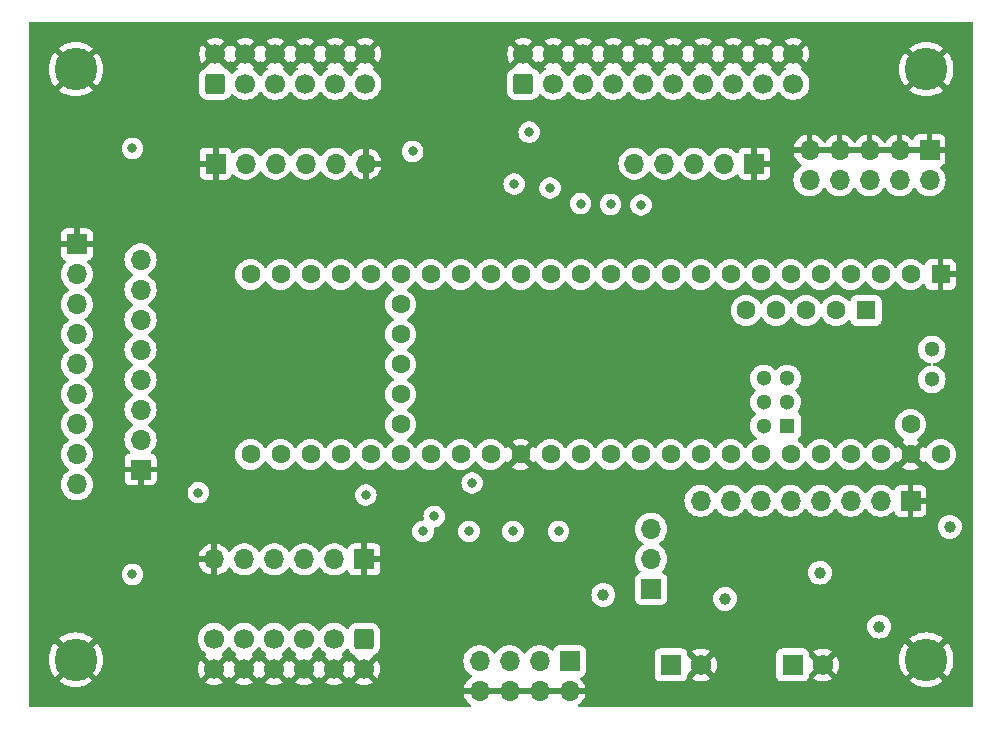
<source format=gbr>
%TF.GenerationSoftware,KiCad,Pcbnew,8.0.6-1.fc40*%
%TF.CreationDate,2024-12-19T20:54:17-05:00*%
%TF.ProjectId,Controller_T41,436f6e74-726f-46c6-9c65-725f5434312e,rev?*%
%TF.SameCoordinates,Original*%
%TF.FileFunction,Copper,L2,Inr*%
%TF.FilePolarity,Positive*%
%FSLAX46Y46*%
G04 Gerber Fmt 4.6, Leading zero omitted, Abs format (unit mm)*
G04 Created by KiCad (PCBNEW 8.0.6-1.fc40) date 2024-12-19 20:54:17*
%MOMM*%
%LPD*%
G01*
G04 APERTURE LIST*
G04 Aperture macros list*
%AMRoundRect*
0 Rectangle with rounded corners*
0 $1 Rounding radius*
0 $2 $3 $4 $5 $6 $7 $8 $9 X,Y pos of 4 corners*
0 Add a 4 corners polygon primitive as box body*
4,1,4,$2,$3,$4,$5,$6,$7,$8,$9,$2,$3,0*
0 Add four circle primitives for the rounded corners*
1,1,$1+$1,$2,$3*
1,1,$1+$1,$4,$5*
1,1,$1+$1,$6,$7*
1,1,$1+$1,$8,$9*
0 Add four rect primitives between the rounded corners*
20,1,$1+$1,$2,$3,$4,$5,0*
20,1,$1+$1,$4,$5,$6,$7,0*
20,1,$1+$1,$6,$7,$8,$9,0*
20,1,$1+$1,$8,$9,$2,$3,0*%
G04 Aperture macros list end*
%TA.AperFunction,ComponentPad*%
%ADD10RoundRect,0.250000X0.600000X-0.600000X0.600000X0.600000X-0.600000X0.600000X-0.600000X-0.600000X0*%
%TD*%
%TA.AperFunction,ComponentPad*%
%ADD11C,1.700000*%
%TD*%
%TA.AperFunction,ComponentPad*%
%ADD12R,1.755000X1.755000*%
%TD*%
%TA.AperFunction,ComponentPad*%
%ADD13C,1.755000*%
%TD*%
%TA.AperFunction,ComponentPad*%
%ADD14RoundRect,0.250000X-0.600000X0.600000X-0.600000X-0.600000X0.600000X-0.600000X0.600000X0.600000X0*%
%TD*%
%TA.AperFunction,ComponentPad*%
%ADD15R,1.700000X1.700000*%
%TD*%
%TA.AperFunction,ComponentPad*%
%ADD16O,1.700000X1.700000*%
%TD*%
%TA.AperFunction,ComponentPad*%
%ADD17C,3.600000*%
%TD*%
%TA.AperFunction,ComponentPad*%
%ADD18R,1.600000X1.600000*%
%TD*%
%TA.AperFunction,ComponentPad*%
%ADD19C,1.600000*%
%TD*%
%TA.AperFunction,ComponentPad*%
%ADD20R,1.300000X1.300000*%
%TD*%
%TA.AperFunction,ComponentPad*%
%ADD21C,1.300000*%
%TD*%
%TA.AperFunction,ViaPad*%
%ADD22C,1.000000*%
%TD*%
%TA.AperFunction,ViaPad*%
%ADD23C,0.800000*%
%TD*%
G04 APERTURE END LIST*
D10*
%TO.N,+3.3V_SPI*%
%TO.C,J4*%
X143890000Y-76250000D03*
D11*
%TO.N,Earth*%
X143890000Y-73710000D03*
%TO.N,SPI:SDI*%
X146430000Y-76250000D03*
%TO.N,Earth*%
X146430000Y-73710000D03*
%TO.N,SPI:CLK*%
X148970000Y-76250000D03*
%TO.N,Earth*%
X148970000Y-73710000D03*
%TO.N,SPI:SDO*%
X151510000Y-76250000D03*
%TO.N,Earth*%
X151510000Y-73710000D03*
%TO.N,SPI:CS_CNVST*%
X154050000Y-76250000D03*
%TO.N,Earth*%
X154050000Y-73710000D03*
%TO.N,+3.3V_SPI*%
X156590000Y-76250000D03*
%TO.N,Earth*%
X156590000Y-73710000D03*
%TO.N,CCD:SPR*%
X159130000Y-76250000D03*
%TO.N,Earth*%
X159130000Y-73710000D03*
%TO.N,CCD:SH*%
X161670000Y-76250000D03*
%TO.N,Earth*%
X161670000Y-73710000D03*
%TO.N,CCD:ICG*%
X164210000Y-76250000D03*
%TO.N,Earth*%
X164210000Y-73710000D03*
%TO.N,CCD:CLK*%
X166750000Y-76250000D03*
%TO.N,Earth*%
X166750000Y-73710000D03*
%TD*%
D12*
%TO.N,+3.3V*%
%TO.C,J2*%
X156390000Y-125440000D03*
D13*
%TO.N,Earth*%
X158930000Y-125440000D03*
%TD*%
D14*
%TO.N,+3.3V_SPI*%
%TO.C,J8*%
X130400000Y-123250000D03*
D11*
%TO.N,Earth*%
X130400000Y-125790000D03*
%TO.N,SPI1:SDI*%
X127860000Y-123250000D03*
%TO.N,Earth*%
X127860000Y-125790000D03*
%TO.N,SPI1:CLK*%
X125320000Y-123250000D03*
%TO.N,Earth*%
X125320000Y-125790000D03*
%TO.N,SPI1:SDO*%
X122780000Y-123250000D03*
%TO.N,Earth*%
X122780000Y-125790000D03*
%TO.N,SPI1\u005C:CS_CNVST*%
X120240000Y-123250000D03*
%TO.N,Earth*%
X120240000Y-125790000D03*
%TO.N,+3.3V_SPI*%
X117700000Y-123250000D03*
%TO.N,Earth*%
X117700000Y-125790000D03*
%TD*%
D15*
%TO.N,Earth*%
%TO.C,J12*%
X111480000Y-108900000D03*
D16*
%TO.N,Net-(J12-Pin_2)*%
X111480000Y-106360000D03*
%TO.N,Net-(J12-Pin_3)*%
X111480000Y-103820000D03*
%TO.N,Net-(J12-Pin_4)*%
X111480000Y-101280000D03*
%TO.N,Net-(J12-Pin_5)*%
X111480000Y-98740000D03*
%TO.N,Net-(J12-Pin_6)*%
X111480000Y-96200000D03*
%TO.N,Net-(J12-Pin_7)*%
X111480000Y-93660000D03*
%TO.N,Net-(J12-Pin_8)*%
X111480000Y-91120000D03*
%TD*%
D17*
%TO.N,Earth*%
%TO.C,H1*%
X178000000Y-125000000D03*
%TD*%
D18*
%TO.N,Earth*%
%TO.C,U2*%
X179210000Y-92380000D03*
D19*
%TO.N,Net-(U2-0_RX1_CRX2_CS1)*%
X176670000Y-92380000D03*
%TO.N,Net-(U2-1_TX1_CTX2_MISO1)*%
X174130000Y-92380000D03*
%TO.N,Net-(U2-2_OUT2)*%
X171590000Y-92380000D03*
%TO.N,Net-(U2-3_LRCLK2)*%
X169050000Y-92380000D03*
%TO.N,Net-(U2-4_BCLK2)*%
X166510000Y-92380000D03*
X163970000Y-92380000D03*
%TO.N,Net-(U2-6_OUT1D)*%
X161430000Y-92380000D03*
%TO.N,Net-(U2-7_RX2_OUT1A)*%
X158890000Y-92380000D03*
%TO.N,Net-(U2-8_TX2_IN1)*%
X156350000Y-92380000D03*
%TO.N,Net-(U2-9_OUT1C)*%
X153810000Y-92380000D03*
%TO.N,Net-(U2-10_CS_MQSR)*%
X151270000Y-92380000D03*
%TO.N,Net-(U2-11_MOSI_CTX1)*%
X148730000Y-92380000D03*
%TO.N,Net-(U2-12_MISO_MQSL)*%
X146190000Y-92380000D03*
%TO.N,3.3V_T4*%
X143650000Y-92380000D03*
%TO.N,Net-(J11-Pin_8)*%
X141110000Y-92380000D03*
%TO.N,Net-(J11-Pin_7)*%
X138570000Y-92380000D03*
%TO.N,Net-(U2-26_A12_MOSI1)*%
X136030000Y-92380000D03*
%TO.N,Net-(U2-27_A13_SCK1)*%
X133490000Y-92380000D03*
%TO.N,Net-(J11-Pin_6)*%
X130950000Y-92380000D03*
%TO.N,Net-(J11-Pin_5)*%
X128410000Y-92380000D03*
%TO.N,Net-(J11-Pin_4)*%
X125870000Y-92380000D03*
%TO.N,Net-(J11-Pin_3)*%
X123330000Y-92380000D03*
%TO.N,Net-(J11-Pin_2)*%
X120790000Y-92380000D03*
%TO.N,Net-(J12-Pin_2)*%
X120790000Y-107620000D03*
%TO.N,Net-(J12-Pin_3)*%
X123330000Y-107620000D03*
%TO.N,Net-(J12-Pin_4)*%
X125870000Y-107620000D03*
%TO.N,Net-(J12-Pin_5)*%
X128410000Y-107620000D03*
%TO.N,Net-(J12-Pin_6)*%
X130950000Y-107620000D03*
%TO.N,Net-(U2-38_CS1_IN1)*%
X133490000Y-107620000D03*
%TO.N,Net-(U2-39_MISO1_OUT1A)*%
X136030000Y-107620000D03*
%TO.N,Net-(J12-Pin_7)*%
X138570000Y-107620000D03*
%TO.N,Net-(J12-Pin_8)*%
X141110000Y-107620000D03*
%TO.N,Earth*%
X143650000Y-107620000D03*
%TO.N,Net-(U2-13_SCK_LED)*%
X146190000Y-107620000D03*
%TO.N,Net-(U2-14_A0_TX3_SPDIF_OUT)*%
X148730000Y-107620000D03*
%TO.N,Net-(U2-15_A1_RX3_SPDIF_IN)*%
X151270000Y-107620000D03*
%TO.N,Net-(U2-16_A2_RX4_SCL1)*%
X153810000Y-107620000D03*
%TO.N,Net-(U2-17_A3_TX4_SDA1)*%
X156350000Y-107620000D03*
%TO.N,Net-(J13-Pin_8)*%
X158890000Y-107620000D03*
%TO.N,Net-(J13-Pin_7)*%
X161430000Y-107620000D03*
%TO.N,Net-(J13-Pin_6)*%
X163970000Y-107620000D03*
%TO.N,Net-(J13-Pin_5)*%
X166510000Y-107620000D03*
%TO.N,Net-(J13-Pin_4)*%
X169050000Y-107620000D03*
%TO.N,Net-(J13-Pin_3)*%
X171590000Y-107620000D03*
%TO.N,3.3V_T4*%
X174130000Y-107620000D03*
%TO.N,Earth*%
X176670000Y-107620000D03*
%TO.N,/5V_IN*%
X179210000Y-107620000D03*
%TO.N,unconnected-(U2-VUSB-Pad49)*%
X176670000Y-105080000D03*
%TO.N,unconnected-(U2-VBAT-Pad50)*%
X133490000Y-94920000D03*
%TO.N,unconnected-(U2-3V3-Pad51)*%
X133490000Y-97460000D03*
%TO.N,unconnected-(U2-GND-Pad52)*%
X133490000Y-100000000D03*
%TO.N,unconnected-(U2-PROGRAM-Pad53)*%
X133490000Y-102540000D03*
%TO.N,unconnected-(U2-ON_OFF-Pad54)*%
X133490000Y-105080000D03*
D18*
%TO.N,unconnected-(U2-5V-Pad55)*%
X172910800Y-95430800D03*
D19*
%TO.N,unconnected-(U2-D--Pad56)*%
X170370800Y-95430800D03*
%TO.N,unconnected-(U2-D+-Pad57)*%
X167830800Y-95430800D03*
%TO.N,unconnected-(U2-GND-Pad58)*%
X165290800Y-95430800D03*
%TO.N,unconnected-(U2-GND-Pad59)*%
X162750800Y-95430800D03*
D20*
%TO.N,unconnected-(U2-R+-Pad60)*%
X166240000Y-105181600D03*
D21*
%TO.N,unconnected-(U2-LED-Pad61)*%
X166240000Y-103181600D03*
%TO.N,unconnected-(U2-T--Pad62)*%
X166240000Y-101181600D03*
%TO.N,unconnected-(U2-T+-Pad63)*%
X164240000Y-101181600D03*
%TO.N,unconnected-(U2-GND-Pad64)*%
X164240000Y-103181600D03*
%TO.N,unconnected-(U2-R--Pad65)*%
X164240000Y-105181600D03*
%TO.N,unconnected-(U2-D--Pad66)*%
X178480000Y-101270000D03*
%TO.N,unconnected-(U2-D+-Pad67)*%
X178480000Y-98730000D03*
%TD*%
D17*
%TO.N,Earth*%
%TO.C,H4*%
X106000000Y-75000000D03*
%TD*%
D15*
%TO.N,Earth*%
%TO.C,J13*%
X176670000Y-111550000D03*
D16*
%TO.N,3.3V_T4*%
X174130000Y-111550000D03*
%TO.N,Net-(J13-Pin_3)*%
X171590000Y-111550000D03*
%TO.N,Net-(J13-Pin_4)*%
X169050000Y-111550000D03*
%TO.N,Net-(J13-Pin_5)*%
X166510000Y-111550000D03*
%TO.N,Net-(J13-Pin_6)*%
X163970000Y-111550000D03*
%TO.N,Net-(J13-Pin_7)*%
X161430000Y-111550000D03*
%TO.N,Net-(J13-Pin_8)*%
X158890000Y-111550000D03*
%TD*%
D15*
%TO.N,Net-(J10-Pin_1)*%
%TO.C,J10*%
X147800000Y-125125000D03*
D16*
%TO.N,Earth*%
X147800000Y-127665000D03*
%TO.N,Net-(J10-Pin_3)*%
X145260000Y-125125000D03*
%TO.N,Earth*%
X145260000Y-127665000D03*
%TO.N,Net-(J10-Pin_5)*%
X142720000Y-125125000D03*
%TO.N,Earth*%
X142720000Y-127665000D03*
%TO.N,Net-(J10-Pin_7)*%
X140180000Y-125125000D03*
%TO.N,Earth*%
X140180000Y-127665000D03*
%TD*%
D12*
%TO.N,+5V*%
%TO.C,J1*%
X166690000Y-125440000D03*
D13*
%TO.N,Earth*%
X169230000Y-125440000D03*
%TD*%
D15*
%TO.N,Earth*%
%TO.C,J11*%
X106080000Y-89840000D03*
D16*
%TO.N,Net-(J11-Pin_2)*%
X106080000Y-92380000D03*
%TO.N,Net-(J11-Pin_3)*%
X106080000Y-94920000D03*
%TO.N,Net-(J11-Pin_4)*%
X106080000Y-97460000D03*
%TO.N,Net-(J11-Pin_5)*%
X106080000Y-100000000D03*
%TO.N,Net-(J11-Pin_6)*%
X106080000Y-102540000D03*
%TO.N,Net-(J11-Pin_7)*%
X106080000Y-105080000D03*
%TO.N,Net-(J11-Pin_8)*%
X106080000Y-107620000D03*
%TO.N,3.3V_T4*%
X106080000Y-110160000D03*
%TD*%
D15*
%TO.N,Earth*%
%TO.C,J7*%
X117830000Y-83000000D03*
D16*
%TO.N,SPI:SDI*%
X120370000Y-83000000D03*
%TO.N,SPI:CLK*%
X122910000Y-83000000D03*
%TO.N,SPI:SDO*%
X125450000Y-83000000D03*
%TO.N,SPI:CS_CNVST*%
X127990000Y-83000000D03*
%TO.N,Earth*%
X130530000Y-83000000D03*
%TD*%
D17*
%TO.N,Earth*%
%TO.C,H3*%
X106000000Y-125000000D03*
%TD*%
D15*
%TO.N,Earth*%
%TO.C,J5*%
X163455000Y-83000000D03*
D16*
%TO.N,CCD:CLK*%
X160915000Y-83000000D03*
%TO.N,CCD:ICG*%
X158375000Y-83000000D03*
%TO.N,CCD:SH*%
X155835000Y-83000000D03*
%TO.N,CCD:SPR*%
X153295000Y-83000000D03*
%TD*%
D15*
%TO.N,Earth*%
%TO.C,J9*%
X130420000Y-116510000D03*
D16*
%TO.N,SPI1:SDI*%
X127880000Y-116510000D03*
%TO.N,SPI1:CLK*%
X125340000Y-116510000D03*
%TO.N,SPI1:SDO*%
X122800000Y-116510000D03*
%TO.N,SPI1\u005C:CS_CNVST*%
X120260000Y-116510000D03*
%TO.N,Earth*%
X117720000Y-116510000D03*
%TD*%
D15*
%TO.N,+3.3V*%
%TO.C,JP1*%
X154710000Y-119015000D03*
D16*
%TO.N,+3.3V_SPI*%
X154710000Y-116475000D03*
%TO.N,3.3V_T4*%
X154710000Y-113935000D03*
%TD*%
D17*
%TO.N,Earth*%
%TO.C,H2*%
X178000000Y-75000000D03*
%TD*%
D10*
%TO.N,+3.3V_SPI*%
%TO.C,J6*%
X117810000Y-76250000D03*
D11*
%TO.N,Earth*%
X117810000Y-73710000D03*
%TO.N,SPI:SDI*%
X120350000Y-76250000D03*
%TO.N,Earth*%
X120350000Y-73710000D03*
%TO.N,SPI:CLK*%
X122890000Y-76250000D03*
%TO.N,Earth*%
X122890000Y-73710000D03*
%TO.N,SPI:SDO*%
X125430000Y-76250000D03*
%TO.N,Earth*%
X125430000Y-73710000D03*
%TO.N,SPI:CS_CNVST*%
X127970000Y-76250000D03*
%TO.N,Earth*%
X127970000Y-73710000D03*
%TO.N,+3.3V_SPI*%
X130510000Y-76250000D03*
%TO.N,Earth*%
X130510000Y-73710000D03*
%TD*%
D15*
%TO.N,Earth*%
%TO.C,J3*%
X178280000Y-81860000D03*
D16*
%TO.N,Net-(J3-Pin_2)*%
X178280000Y-84400000D03*
%TO.N,Earth*%
X175740000Y-81860000D03*
%TO.N,Net-(J3-Pin_4)*%
X175740000Y-84400000D03*
%TO.N,Earth*%
X173200000Y-81860000D03*
%TO.N,Net-(J3-Pin_6)*%
X173200000Y-84400000D03*
%TO.N,Earth*%
X170660000Y-81860000D03*
%TO.N,Net-(J3-Pin_8)*%
X170660000Y-84400000D03*
%TO.N,Earth*%
X168120000Y-81860000D03*
%TO.N,Net-(J3-Pin_10)*%
X168120000Y-84400000D03*
%TD*%
D22*
%TO.N,+3.3V*%
X160960000Y-119850000D03*
D23*
%TO.N,Earth*%
X137300000Y-114127500D03*
X166090000Y-116010000D03*
X148770000Y-114127500D03*
X110790000Y-83610000D03*
X141190000Y-114127500D03*
X170780000Y-120615000D03*
X144910000Y-114127500D03*
X136420000Y-81970000D03*
X168250000Y-119540000D03*
X110790000Y-119670000D03*
X164200000Y-121240000D03*
X177610000Y-118400000D03*
X158830000Y-117480000D03*
D22*
%TO.N,/5V_IN*%
X180000000Y-113750000D03*
%TO.N,+5V*%
X169000000Y-117640000D03*
X174010000Y-122200000D03*
D23*
%TO.N,Net-(U2-14_A0_TX3_SPDIF_OUT)*%
X136342500Y-112870000D03*
%TO.N,SPI:SDI*%
X148730000Y-86380000D03*
X144390000Y-80340000D03*
%TO.N,SPI:SDO*%
X146150000Y-85070000D03*
%TO.N,+3.3V_SPI*%
X110790000Y-81710000D03*
D22*
X150670000Y-119520000D03*
D23*
X110790000Y-117770000D03*
X134520000Y-81970000D03*
%TO.N,SPI:CLK*%
X143115000Y-84715000D03*
%TO.N,SPI:CS_CNVST*%
X151270000Y-86460000D03*
%TO.N,SPI1:SDO*%
X139550000Y-110030000D03*
%TO.N,SPI1\u005C:CS_CNVST*%
X130550000Y-111060000D03*
%TO.N,Net-(J3-Pin_10)*%
X153850000Y-86500000D03*
%TO.N,3.3V_T4*%
X146870000Y-114127500D03*
X116370000Y-110860000D03*
X139290000Y-114127500D03*
X135392500Y-114127500D03*
X143012500Y-114127500D03*
%TD*%
%TA.AperFunction,Conductor*%
%TO.N,Earth*%
G36*
X119051905Y-123923515D02*
G01*
X119073804Y-123948787D01*
X119164278Y-124087268D01*
X119164283Y-124087273D01*
X119164284Y-124087276D01*
X119316756Y-124252902D01*
X119316761Y-124252907D01*
X119375981Y-124299000D01*
X119494424Y-124391189D01*
X119537695Y-124414606D01*
X119587286Y-124463825D01*
X119602394Y-124532042D01*
X119578224Y-124597597D01*
X119549801Y-124625236D01*
X119478626Y-124675072D01*
X119478625Y-124675072D01*
X120110590Y-125307037D01*
X120047007Y-125324075D01*
X119932993Y-125389901D01*
X119839901Y-125482993D01*
X119774075Y-125597007D01*
X119757037Y-125660590D01*
X119125072Y-125028625D01*
X119125072Y-125028626D01*
X119071574Y-125105030D01*
X119016998Y-125148655D01*
X118947499Y-125155849D01*
X118885144Y-125124326D01*
X118868424Y-125105030D01*
X118814925Y-125028626D01*
X118814925Y-125028625D01*
X118182962Y-125660589D01*
X118165925Y-125597007D01*
X118100099Y-125482993D01*
X118007007Y-125389901D01*
X117892993Y-125324075D01*
X117829410Y-125307037D01*
X118461373Y-124675073D01*
X118461373Y-124675072D01*
X118390199Y-124625236D01*
X118346574Y-124570659D01*
X118339380Y-124501161D01*
X118370903Y-124438806D01*
X118402305Y-124414606D01*
X118445576Y-124391189D01*
X118623240Y-124252906D01*
X118743664Y-124122092D01*
X118775715Y-124087276D01*
X118775715Y-124087275D01*
X118775722Y-124087268D01*
X118866193Y-123948790D01*
X118919338Y-123903437D01*
X118988569Y-123894013D01*
X119051905Y-123923515D01*
G37*
%TD.AperFunction*%
%TA.AperFunction,Conductor*%
G36*
X121591905Y-123923515D02*
G01*
X121613804Y-123948787D01*
X121704278Y-124087268D01*
X121704283Y-124087273D01*
X121704284Y-124087276D01*
X121856756Y-124252902D01*
X121856761Y-124252907D01*
X121915981Y-124299000D01*
X122034424Y-124391189D01*
X122077695Y-124414606D01*
X122127286Y-124463825D01*
X122142394Y-124532042D01*
X122118224Y-124597597D01*
X122089801Y-124625236D01*
X122018626Y-124675072D01*
X122018625Y-124675072D01*
X122650590Y-125307037D01*
X122587007Y-125324075D01*
X122472993Y-125389901D01*
X122379901Y-125482993D01*
X122314075Y-125597007D01*
X122297037Y-125660590D01*
X121665072Y-125028625D01*
X121665072Y-125028626D01*
X121611574Y-125105030D01*
X121556998Y-125148655D01*
X121487499Y-125155849D01*
X121425144Y-125124326D01*
X121408424Y-125105030D01*
X121354925Y-125028626D01*
X121354925Y-125028625D01*
X120722962Y-125660589D01*
X120705925Y-125597007D01*
X120640099Y-125482993D01*
X120547007Y-125389901D01*
X120432993Y-125324075D01*
X120369410Y-125307037D01*
X121001373Y-124675073D01*
X121001373Y-124675072D01*
X120930199Y-124625236D01*
X120886574Y-124570659D01*
X120879380Y-124501161D01*
X120910903Y-124438806D01*
X120942305Y-124414606D01*
X120985576Y-124391189D01*
X121163240Y-124252906D01*
X121283664Y-124122092D01*
X121315715Y-124087276D01*
X121315715Y-124087275D01*
X121315722Y-124087268D01*
X121406193Y-123948790D01*
X121459338Y-123903437D01*
X121528569Y-123894013D01*
X121591905Y-123923515D01*
G37*
%TD.AperFunction*%
%TA.AperFunction,Conductor*%
G36*
X126671905Y-123923515D02*
G01*
X126693804Y-123948787D01*
X126784278Y-124087268D01*
X126784283Y-124087273D01*
X126784284Y-124087276D01*
X126936756Y-124252902D01*
X126936761Y-124252907D01*
X126995981Y-124299000D01*
X127114424Y-124391189D01*
X127157695Y-124414606D01*
X127207286Y-124463825D01*
X127222394Y-124532042D01*
X127198224Y-124597597D01*
X127169801Y-124625236D01*
X127098626Y-124675072D01*
X127098625Y-124675072D01*
X127730590Y-125307037D01*
X127667007Y-125324075D01*
X127552993Y-125389901D01*
X127459901Y-125482993D01*
X127394075Y-125597007D01*
X127377037Y-125660590D01*
X126745072Y-125028625D01*
X126745072Y-125028626D01*
X126691574Y-125105030D01*
X126636998Y-125148655D01*
X126567499Y-125155849D01*
X126505144Y-125124326D01*
X126488424Y-125105030D01*
X126434925Y-125028626D01*
X126434925Y-125028625D01*
X125802962Y-125660589D01*
X125785925Y-125597007D01*
X125720099Y-125482993D01*
X125627007Y-125389901D01*
X125512993Y-125324075D01*
X125449410Y-125307037D01*
X126081373Y-124675073D01*
X126081373Y-124675072D01*
X126010199Y-124625236D01*
X125966574Y-124570659D01*
X125959380Y-124501161D01*
X125990903Y-124438806D01*
X126022305Y-124414606D01*
X126065576Y-124391189D01*
X126243240Y-124252906D01*
X126363664Y-124122092D01*
X126395715Y-124087276D01*
X126395715Y-124087275D01*
X126395722Y-124087268D01*
X126486193Y-123948790D01*
X126539338Y-123903437D01*
X126608569Y-123894013D01*
X126671905Y-123923515D01*
G37*
%TD.AperFunction*%
%TA.AperFunction,Conductor*%
G36*
X129028542Y-124093467D02*
G01*
X129086158Y-124132991D01*
X129104474Y-124166362D01*
X129104835Y-124166195D01*
X129107389Y-124171672D01*
X129107749Y-124172329D01*
X129107882Y-124172730D01*
X129107884Y-124172735D01*
X129107886Y-124172740D01*
X129124231Y-124199239D01*
X129200970Y-124323652D01*
X129326348Y-124449030D01*
X129477262Y-124542115D01*
X129552314Y-124566984D01*
X129609759Y-124606756D01*
X129636582Y-124671272D01*
X129636600Y-124673047D01*
X130270590Y-125307037D01*
X130207007Y-125324075D01*
X130092993Y-125389901D01*
X129999901Y-125482993D01*
X129934075Y-125597007D01*
X129917037Y-125660590D01*
X129285072Y-125028625D01*
X129285072Y-125028626D01*
X129231574Y-125105030D01*
X129176998Y-125148655D01*
X129107499Y-125155849D01*
X129045144Y-125124326D01*
X129028424Y-125105030D01*
X128974925Y-125028626D01*
X128974925Y-125028625D01*
X128342962Y-125660589D01*
X128325925Y-125597007D01*
X128260099Y-125482993D01*
X128167007Y-125389901D01*
X128052993Y-125324075D01*
X127989410Y-125307037D01*
X128621373Y-124675073D01*
X128621373Y-124675072D01*
X128550199Y-124625236D01*
X128506574Y-124570659D01*
X128499380Y-124501161D01*
X128530903Y-124438806D01*
X128562305Y-124414606D01*
X128605576Y-124391189D01*
X128783240Y-124252906D01*
X128898818Y-124127355D01*
X128958704Y-124091366D01*
X129028542Y-124093467D01*
G37*
%TD.AperFunction*%
%TA.AperFunction,Conductor*%
G36*
X124131905Y-123923515D02*
G01*
X124153804Y-123948787D01*
X124244278Y-124087268D01*
X124244283Y-124087273D01*
X124244284Y-124087276D01*
X124396756Y-124252902D01*
X124396761Y-124252907D01*
X124455981Y-124299000D01*
X124574424Y-124391189D01*
X124617695Y-124414606D01*
X124667286Y-124463825D01*
X124682394Y-124532042D01*
X124658224Y-124597597D01*
X124629801Y-124625236D01*
X124558626Y-124675072D01*
X124558625Y-124675072D01*
X125190590Y-125307037D01*
X125127007Y-125324075D01*
X125012993Y-125389901D01*
X124919901Y-125482993D01*
X124854075Y-125597007D01*
X124837037Y-125660589D01*
X124205073Y-125028625D01*
X124205072Y-125028626D01*
X124151574Y-125105030D01*
X124096998Y-125148655D01*
X124027499Y-125155849D01*
X123965144Y-125124326D01*
X123948424Y-125105030D01*
X123894925Y-125028626D01*
X123894925Y-125028625D01*
X123262962Y-125660589D01*
X123245925Y-125597007D01*
X123180099Y-125482993D01*
X123087007Y-125389901D01*
X122972993Y-125324075D01*
X122909410Y-125307037D01*
X123541373Y-124675073D01*
X123541373Y-124675072D01*
X123470199Y-124625236D01*
X123426574Y-124570659D01*
X123419380Y-124501161D01*
X123450903Y-124438806D01*
X123482305Y-124414606D01*
X123525576Y-124391189D01*
X123703240Y-124252906D01*
X123823664Y-124122092D01*
X123855715Y-124087276D01*
X123855715Y-124087275D01*
X123855722Y-124087268D01*
X123946193Y-123948790D01*
X123999338Y-123903437D01*
X124068569Y-123894013D01*
X124131905Y-123923515D01*
G37*
%TD.AperFunction*%
%TA.AperFunction,Conductor*%
G36*
X170194075Y-81667007D02*
G01*
X170160000Y-81794174D01*
X170160000Y-81925826D01*
X170194075Y-82052993D01*
X170226988Y-82110000D01*
X168553012Y-82110000D01*
X168585925Y-82052993D01*
X168620000Y-81925826D01*
X168620000Y-81794174D01*
X168585925Y-81667007D01*
X168553012Y-81610000D01*
X170226988Y-81610000D01*
X170194075Y-81667007D01*
G37*
%TD.AperFunction*%
%TA.AperFunction,Conductor*%
G36*
X172734075Y-81667007D02*
G01*
X172700000Y-81794174D01*
X172700000Y-81925826D01*
X172734075Y-82052993D01*
X172766988Y-82110000D01*
X171093012Y-82110000D01*
X171125925Y-82052993D01*
X171160000Y-81925826D01*
X171160000Y-81794174D01*
X171125925Y-81667007D01*
X171093012Y-81610000D01*
X172766988Y-81610000D01*
X172734075Y-81667007D01*
G37*
%TD.AperFunction*%
%TA.AperFunction,Conductor*%
G36*
X175274075Y-81667007D02*
G01*
X175240000Y-81794174D01*
X175240000Y-81925826D01*
X175274075Y-82052993D01*
X175306988Y-82110000D01*
X173633012Y-82110000D01*
X173665925Y-82052993D01*
X173700000Y-81925826D01*
X173700000Y-81794174D01*
X173665925Y-81667007D01*
X173633012Y-81610000D01*
X175306988Y-81610000D01*
X175274075Y-81667007D01*
G37*
%TD.AperFunction*%
%TA.AperFunction,Conductor*%
G36*
X177814075Y-81667007D02*
G01*
X177780000Y-81794174D01*
X177780000Y-81925826D01*
X177814075Y-82052993D01*
X177846988Y-82110000D01*
X176173012Y-82110000D01*
X176205925Y-82052993D01*
X176240000Y-81925826D01*
X176240000Y-81794174D01*
X176205925Y-81667007D01*
X176173012Y-81610000D01*
X177846988Y-81610000D01*
X177814075Y-81667007D01*
G37*
%TD.AperFunction*%
%TA.AperFunction,Conductor*%
G36*
X122424075Y-73902993D02*
G01*
X122489901Y-74017007D01*
X122582993Y-74110099D01*
X122697007Y-74175925D01*
X122760590Y-74192962D01*
X122128625Y-74824925D01*
X122199801Y-74874763D01*
X122243426Y-74929340D01*
X122250620Y-74998838D01*
X122219097Y-75061193D01*
X122187697Y-75085392D01*
X122144427Y-75108809D01*
X122144422Y-75108812D01*
X121966761Y-75247092D01*
X121966756Y-75247097D01*
X121814284Y-75412723D01*
X121814276Y-75412734D01*
X121723808Y-75551206D01*
X121670662Y-75596562D01*
X121601431Y-75605986D01*
X121538095Y-75576484D01*
X121516192Y-75551206D01*
X121425723Y-75412734D01*
X121425715Y-75412723D01*
X121273243Y-75247097D01*
X121273238Y-75247092D01*
X121095577Y-75108812D01*
X121095577Y-75108811D01*
X121052303Y-75085393D01*
X121002713Y-75036173D01*
X120987605Y-74967957D01*
X121011775Y-74902401D01*
X121040198Y-74874763D01*
X121111373Y-74824925D01*
X120479409Y-74192962D01*
X120542993Y-74175925D01*
X120657007Y-74110099D01*
X120750099Y-74017007D01*
X120815925Y-73902993D01*
X120832962Y-73839410D01*
X121464925Y-74471373D01*
X121518425Y-74394968D01*
X121573002Y-74351344D01*
X121642501Y-74344151D01*
X121704855Y-74375673D01*
X121721576Y-74394969D01*
X121775073Y-74471372D01*
X122407037Y-73839409D01*
X122424075Y-73902993D01*
G37*
%TD.AperFunction*%
%TA.AperFunction,Conductor*%
G36*
X124964075Y-73902993D02*
G01*
X125029901Y-74017007D01*
X125122993Y-74110099D01*
X125237007Y-74175925D01*
X125300590Y-74192962D01*
X124668625Y-74824925D01*
X124739801Y-74874763D01*
X124783426Y-74929340D01*
X124790620Y-74998838D01*
X124759097Y-75061193D01*
X124727697Y-75085392D01*
X124684427Y-75108809D01*
X124684422Y-75108812D01*
X124506761Y-75247092D01*
X124506756Y-75247097D01*
X124354284Y-75412723D01*
X124354276Y-75412734D01*
X124263808Y-75551206D01*
X124210662Y-75596562D01*
X124141431Y-75605986D01*
X124078095Y-75576484D01*
X124056192Y-75551206D01*
X123965723Y-75412734D01*
X123965715Y-75412723D01*
X123813243Y-75247097D01*
X123813238Y-75247092D01*
X123635577Y-75108812D01*
X123635577Y-75108811D01*
X123592303Y-75085393D01*
X123542713Y-75036173D01*
X123527605Y-74967957D01*
X123551775Y-74902401D01*
X123580198Y-74874763D01*
X123651373Y-74824925D01*
X123019409Y-74192962D01*
X123082993Y-74175925D01*
X123197007Y-74110099D01*
X123290099Y-74017007D01*
X123355925Y-73902993D01*
X123372962Y-73839410D01*
X124004925Y-74471373D01*
X124058425Y-74394968D01*
X124113002Y-74351344D01*
X124182501Y-74344151D01*
X124244855Y-74375673D01*
X124261576Y-74394969D01*
X124315073Y-74471372D01*
X124947037Y-73839409D01*
X124964075Y-73902993D01*
G37*
%TD.AperFunction*%
%TA.AperFunction,Conductor*%
G36*
X127504075Y-73902993D02*
G01*
X127569901Y-74017007D01*
X127662993Y-74110099D01*
X127777007Y-74175925D01*
X127840590Y-74192962D01*
X127208625Y-74824925D01*
X127279801Y-74874763D01*
X127323426Y-74929340D01*
X127330620Y-74998838D01*
X127299097Y-75061193D01*
X127267697Y-75085392D01*
X127224427Y-75108809D01*
X127224422Y-75108812D01*
X127046761Y-75247092D01*
X127046756Y-75247097D01*
X126894284Y-75412723D01*
X126894276Y-75412734D01*
X126803808Y-75551206D01*
X126750662Y-75596562D01*
X126681431Y-75605986D01*
X126618095Y-75576484D01*
X126596192Y-75551206D01*
X126505723Y-75412734D01*
X126505715Y-75412723D01*
X126353243Y-75247097D01*
X126353238Y-75247092D01*
X126175577Y-75108812D01*
X126175577Y-75108811D01*
X126132303Y-75085393D01*
X126082713Y-75036173D01*
X126067605Y-74967957D01*
X126091775Y-74902401D01*
X126120198Y-74874763D01*
X126191373Y-74824925D01*
X125559409Y-74192962D01*
X125622993Y-74175925D01*
X125737007Y-74110099D01*
X125830099Y-74017007D01*
X125895925Y-73902993D01*
X125912962Y-73839410D01*
X126544925Y-74471373D01*
X126598425Y-74394968D01*
X126653002Y-74351344D01*
X126722501Y-74344151D01*
X126784855Y-74375673D01*
X126801576Y-74394969D01*
X126855073Y-74471372D01*
X127487037Y-73839409D01*
X127504075Y-73902993D01*
G37*
%TD.AperFunction*%
%TA.AperFunction,Conductor*%
G36*
X130044075Y-73902993D02*
G01*
X130109901Y-74017007D01*
X130202993Y-74110099D01*
X130317007Y-74175925D01*
X130380590Y-74192962D01*
X129748625Y-74824925D01*
X129819801Y-74874763D01*
X129863426Y-74929340D01*
X129870620Y-74998838D01*
X129839097Y-75061193D01*
X129807697Y-75085392D01*
X129764427Y-75108809D01*
X129764422Y-75108812D01*
X129586761Y-75247092D01*
X129586756Y-75247097D01*
X129434284Y-75412723D01*
X129434276Y-75412734D01*
X129343808Y-75551206D01*
X129290662Y-75596562D01*
X129221431Y-75605986D01*
X129158095Y-75576484D01*
X129136192Y-75551206D01*
X129045723Y-75412734D01*
X129045715Y-75412723D01*
X128893243Y-75247097D01*
X128893238Y-75247092D01*
X128715577Y-75108812D01*
X128715577Y-75108811D01*
X128672303Y-75085393D01*
X128622713Y-75036173D01*
X128607605Y-74967957D01*
X128631775Y-74902401D01*
X128660198Y-74874763D01*
X128731373Y-74824925D01*
X128099409Y-74192962D01*
X128162993Y-74175925D01*
X128277007Y-74110099D01*
X128370099Y-74017007D01*
X128435925Y-73902993D01*
X128452962Y-73839410D01*
X129084925Y-74471373D01*
X129138425Y-74394968D01*
X129193002Y-74351344D01*
X129262501Y-74344151D01*
X129324855Y-74375673D01*
X129341576Y-74394969D01*
X129395073Y-74471372D01*
X130027037Y-73839409D01*
X130044075Y-73902993D01*
G37*
%TD.AperFunction*%
%TA.AperFunction,Conductor*%
G36*
X119884075Y-73902993D02*
G01*
X119949901Y-74017007D01*
X120042993Y-74110099D01*
X120157007Y-74175925D01*
X120220590Y-74192962D01*
X119588625Y-74824925D01*
X119659801Y-74874763D01*
X119703426Y-74929340D01*
X119710620Y-74998838D01*
X119679097Y-75061193D01*
X119647697Y-75085392D01*
X119604427Y-75108809D01*
X119604422Y-75108812D01*
X119426761Y-75247092D01*
X119311182Y-75372643D01*
X119251294Y-75408633D01*
X119181456Y-75406532D01*
X119123841Y-75367007D01*
X119105526Y-75333636D01*
X119105165Y-75333805D01*
X119102599Y-75328303D01*
X119102247Y-75327661D01*
X119102115Y-75327262D01*
X119009030Y-75176348D01*
X118883652Y-75050970D01*
X118732738Y-74957885D01*
X118657684Y-74933015D01*
X118600239Y-74893242D01*
X118573416Y-74828727D01*
X118573397Y-74826949D01*
X117939409Y-74192962D01*
X118002993Y-74175925D01*
X118117007Y-74110099D01*
X118210099Y-74017007D01*
X118275925Y-73902993D01*
X118292962Y-73839409D01*
X118924925Y-74471373D01*
X118978425Y-74394968D01*
X119033002Y-74351344D01*
X119102501Y-74344151D01*
X119164855Y-74375673D01*
X119181576Y-74394969D01*
X119235073Y-74471372D01*
X119867037Y-73839409D01*
X119884075Y-73902993D01*
G37*
%TD.AperFunction*%
%TA.AperFunction,Conductor*%
G36*
X148504075Y-73902993D02*
G01*
X148569901Y-74017007D01*
X148662993Y-74110099D01*
X148777007Y-74175925D01*
X148840590Y-74192962D01*
X148208625Y-74824925D01*
X148279801Y-74874763D01*
X148323426Y-74929340D01*
X148330620Y-74998838D01*
X148299097Y-75061193D01*
X148267697Y-75085392D01*
X148224427Y-75108809D01*
X148224422Y-75108812D01*
X148046761Y-75247092D01*
X148046756Y-75247097D01*
X147894284Y-75412723D01*
X147894276Y-75412734D01*
X147803808Y-75551206D01*
X147750662Y-75596562D01*
X147681431Y-75605986D01*
X147618095Y-75576484D01*
X147596192Y-75551206D01*
X147505723Y-75412734D01*
X147505715Y-75412723D01*
X147353243Y-75247097D01*
X147353238Y-75247092D01*
X147175577Y-75108812D01*
X147175577Y-75108811D01*
X147132303Y-75085393D01*
X147082713Y-75036173D01*
X147067605Y-74967957D01*
X147091775Y-74902401D01*
X147120198Y-74874763D01*
X147191373Y-74824925D01*
X146559409Y-74192962D01*
X146622993Y-74175925D01*
X146737007Y-74110099D01*
X146830099Y-74017007D01*
X146895925Y-73902993D01*
X146912962Y-73839410D01*
X147544925Y-74471373D01*
X147598425Y-74394968D01*
X147653002Y-74351344D01*
X147722501Y-74344151D01*
X147784855Y-74375673D01*
X147801576Y-74394969D01*
X147855073Y-74471372D01*
X148487037Y-73839409D01*
X148504075Y-73902993D01*
G37*
%TD.AperFunction*%
%TA.AperFunction,Conductor*%
G36*
X151044075Y-73902993D02*
G01*
X151109901Y-74017007D01*
X151202993Y-74110099D01*
X151317007Y-74175925D01*
X151380590Y-74192962D01*
X150748625Y-74824925D01*
X150819801Y-74874763D01*
X150863426Y-74929340D01*
X150870620Y-74998838D01*
X150839097Y-75061193D01*
X150807697Y-75085392D01*
X150764427Y-75108809D01*
X150764422Y-75108812D01*
X150586761Y-75247092D01*
X150586756Y-75247097D01*
X150434284Y-75412723D01*
X150434276Y-75412734D01*
X150343808Y-75551206D01*
X150290662Y-75596562D01*
X150221431Y-75605986D01*
X150158095Y-75576484D01*
X150136192Y-75551206D01*
X150045723Y-75412734D01*
X150045715Y-75412723D01*
X149893243Y-75247097D01*
X149893238Y-75247092D01*
X149715577Y-75108812D01*
X149715577Y-75108811D01*
X149672303Y-75085393D01*
X149622713Y-75036173D01*
X149607605Y-74967957D01*
X149631775Y-74902401D01*
X149660198Y-74874763D01*
X149731373Y-74824925D01*
X149099409Y-74192962D01*
X149162993Y-74175925D01*
X149277007Y-74110099D01*
X149370099Y-74017007D01*
X149435925Y-73902993D01*
X149452962Y-73839410D01*
X150084925Y-74471373D01*
X150138425Y-74394968D01*
X150193002Y-74351344D01*
X150262501Y-74344151D01*
X150324855Y-74375673D01*
X150341576Y-74394969D01*
X150395073Y-74471372D01*
X151027037Y-73839409D01*
X151044075Y-73902993D01*
G37*
%TD.AperFunction*%
%TA.AperFunction,Conductor*%
G36*
X153584075Y-73902993D02*
G01*
X153649901Y-74017007D01*
X153742993Y-74110099D01*
X153857007Y-74175925D01*
X153920590Y-74192962D01*
X153288625Y-74824925D01*
X153359801Y-74874763D01*
X153403426Y-74929340D01*
X153410620Y-74998838D01*
X153379097Y-75061193D01*
X153347697Y-75085392D01*
X153304427Y-75108809D01*
X153304422Y-75108812D01*
X153126761Y-75247092D01*
X153126756Y-75247097D01*
X152974284Y-75412723D01*
X152974276Y-75412734D01*
X152883808Y-75551206D01*
X152830662Y-75596562D01*
X152761431Y-75605986D01*
X152698095Y-75576484D01*
X152676192Y-75551206D01*
X152585723Y-75412734D01*
X152585715Y-75412723D01*
X152433243Y-75247097D01*
X152433238Y-75247092D01*
X152255577Y-75108812D01*
X152255577Y-75108811D01*
X152212303Y-75085393D01*
X152162713Y-75036173D01*
X152147605Y-74967957D01*
X152171775Y-74902401D01*
X152200198Y-74874763D01*
X152271373Y-74824925D01*
X151639409Y-74192962D01*
X151702993Y-74175925D01*
X151817007Y-74110099D01*
X151910099Y-74017007D01*
X151975925Y-73902993D01*
X151992962Y-73839410D01*
X152624925Y-74471373D01*
X152678425Y-74394968D01*
X152733002Y-74351344D01*
X152802501Y-74344151D01*
X152864855Y-74375673D01*
X152881576Y-74394969D01*
X152935073Y-74471372D01*
X153567037Y-73839409D01*
X153584075Y-73902993D01*
G37*
%TD.AperFunction*%
%TA.AperFunction,Conductor*%
G36*
X156124075Y-73902993D02*
G01*
X156189901Y-74017007D01*
X156282993Y-74110099D01*
X156397007Y-74175925D01*
X156460590Y-74192962D01*
X155828625Y-74824925D01*
X155899801Y-74874763D01*
X155943426Y-74929340D01*
X155950620Y-74998838D01*
X155919097Y-75061193D01*
X155887697Y-75085392D01*
X155844427Y-75108809D01*
X155844422Y-75108812D01*
X155666761Y-75247092D01*
X155666756Y-75247097D01*
X155514284Y-75412723D01*
X155514276Y-75412734D01*
X155423808Y-75551206D01*
X155370662Y-75596562D01*
X155301431Y-75605986D01*
X155238095Y-75576484D01*
X155216192Y-75551206D01*
X155125723Y-75412734D01*
X155125715Y-75412723D01*
X154973243Y-75247097D01*
X154973238Y-75247092D01*
X154795577Y-75108812D01*
X154795577Y-75108811D01*
X154752303Y-75085393D01*
X154702713Y-75036173D01*
X154687605Y-74967957D01*
X154711775Y-74902401D01*
X154740198Y-74874763D01*
X154811373Y-74824925D01*
X154179409Y-74192962D01*
X154242993Y-74175925D01*
X154357007Y-74110099D01*
X154450099Y-74017007D01*
X154515925Y-73902993D01*
X154532962Y-73839410D01*
X155164925Y-74471373D01*
X155218425Y-74394968D01*
X155273002Y-74351344D01*
X155342501Y-74344151D01*
X155404855Y-74375673D01*
X155421576Y-74394969D01*
X155475073Y-74471372D01*
X156107037Y-73839409D01*
X156124075Y-73902993D01*
G37*
%TD.AperFunction*%
%TA.AperFunction,Conductor*%
G36*
X158664075Y-73902993D02*
G01*
X158729901Y-74017007D01*
X158822993Y-74110099D01*
X158937007Y-74175925D01*
X159000590Y-74192962D01*
X158368625Y-74824925D01*
X158439801Y-74874763D01*
X158483426Y-74929340D01*
X158490620Y-74998838D01*
X158459097Y-75061193D01*
X158427697Y-75085392D01*
X158384427Y-75108809D01*
X158384422Y-75108812D01*
X158206761Y-75247092D01*
X158206756Y-75247097D01*
X158054284Y-75412723D01*
X158054276Y-75412734D01*
X157963808Y-75551206D01*
X157910662Y-75596562D01*
X157841431Y-75605986D01*
X157778095Y-75576484D01*
X157756192Y-75551206D01*
X157665723Y-75412734D01*
X157665715Y-75412723D01*
X157513243Y-75247097D01*
X157513238Y-75247092D01*
X157335577Y-75108812D01*
X157335577Y-75108811D01*
X157292303Y-75085393D01*
X157242713Y-75036173D01*
X157227605Y-74967957D01*
X157251775Y-74902401D01*
X157280198Y-74874763D01*
X157351373Y-74824925D01*
X156719409Y-74192962D01*
X156782993Y-74175925D01*
X156897007Y-74110099D01*
X156990099Y-74017007D01*
X157055925Y-73902993D01*
X157072962Y-73839409D01*
X157704925Y-74471373D01*
X157758425Y-74394968D01*
X157813002Y-74351344D01*
X157882501Y-74344151D01*
X157944855Y-74375673D01*
X157961576Y-74394969D01*
X158015073Y-74471372D01*
X158647037Y-73839409D01*
X158664075Y-73902993D01*
G37*
%TD.AperFunction*%
%TA.AperFunction,Conductor*%
G36*
X161204075Y-73902993D02*
G01*
X161269901Y-74017007D01*
X161362993Y-74110099D01*
X161477007Y-74175925D01*
X161540590Y-74192962D01*
X160908625Y-74824925D01*
X160979801Y-74874763D01*
X161023426Y-74929340D01*
X161030620Y-74998838D01*
X160999097Y-75061193D01*
X160967697Y-75085392D01*
X160924427Y-75108809D01*
X160924422Y-75108812D01*
X160746761Y-75247092D01*
X160746756Y-75247097D01*
X160594284Y-75412723D01*
X160594276Y-75412734D01*
X160503808Y-75551206D01*
X160450662Y-75596562D01*
X160381431Y-75605986D01*
X160318095Y-75576484D01*
X160296192Y-75551206D01*
X160205723Y-75412734D01*
X160205715Y-75412723D01*
X160053243Y-75247097D01*
X160053238Y-75247092D01*
X159875577Y-75108812D01*
X159875577Y-75108811D01*
X159832303Y-75085393D01*
X159782713Y-75036173D01*
X159767605Y-74967957D01*
X159791775Y-74902401D01*
X159820198Y-74874763D01*
X159891373Y-74824925D01*
X159259409Y-74192962D01*
X159322993Y-74175925D01*
X159437007Y-74110099D01*
X159530099Y-74017007D01*
X159595925Y-73902993D01*
X159612962Y-73839410D01*
X160244925Y-74471373D01*
X160298425Y-74394968D01*
X160353002Y-74351344D01*
X160422501Y-74344151D01*
X160484855Y-74375673D01*
X160501576Y-74394969D01*
X160555073Y-74471372D01*
X161187037Y-73839409D01*
X161204075Y-73902993D01*
G37*
%TD.AperFunction*%
%TA.AperFunction,Conductor*%
G36*
X163744075Y-73902993D02*
G01*
X163809901Y-74017007D01*
X163902993Y-74110099D01*
X164017007Y-74175925D01*
X164080590Y-74192962D01*
X163448625Y-74824925D01*
X163519801Y-74874763D01*
X163563426Y-74929340D01*
X163570620Y-74998838D01*
X163539097Y-75061193D01*
X163507697Y-75085392D01*
X163464427Y-75108809D01*
X163464422Y-75108812D01*
X163286761Y-75247092D01*
X163286756Y-75247097D01*
X163134284Y-75412723D01*
X163134276Y-75412734D01*
X163043808Y-75551206D01*
X162990662Y-75596562D01*
X162921431Y-75605986D01*
X162858095Y-75576484D01*
X162836192Y-75551206D01*
X162745723Y-75412734D01*
X162745715Y-75412723D01*
X162593243Y-75247097D01*
X162593238Y-75247092D01*
X162415577Y-75108812D01*
X162415577Y-75108811D01*
X162372303Y-75085393D01*
X162322713Y-75036173D01*
X162307605Y-74967957D01*
X162331775Y-74902401D01*
X162360198Y-74874763D01*
X162431373Y-74824925D01*
X161799409Y-74192962D01*
X161862993Y-74175925D01*
X161977007Y-74110099D01*
X162070099Y-74017007D01*
X162135925Y-73902993D01*
X162152962Y-73839410D01*
X162784925Y-74471373D01*
X162838425Y-74394968D01*
X162893002Y-74351344D01*
X162962501Y-74344151D01*
X163024855Y-74375673D01*
X163041576Y-74394969D01*
X163095073Y-74471372D01*
X163727037Y-73839409D01*
X163744075Y-73902993D01*
G37*
%TD.AperFunction*%
%TA.AperFunction,Conductor*%
G36*
X166284075Y-73902993D02*
G01*
X166349901Y-74017007D01*
X166442993Y-74110099D01*
X166557007Y-74175925D01*
X166620590Y-74192962D01*
X165988625Y-74824925D01*
X166059801Y-74874763D01*
X166103426Y-74929340D01*
X166110620Y-74998838D01*
X166079097Y-75061193D01*
X166047697Y-75085392D01*
X166004427Y-75108809D01*
X166004422Y-75108812D01*
X165826761Y-75247092D01*
X165826756Y-75247097D01*
X165674284Y-75412723D01*
X165674276Y-75412734D01*
X165583808Y-75551206D01*
X165530662Y-75596562D01*
X165461431Y-75605986D01*
X165398095Y-75576484D01*
X165376192Y-75551206D01*
X165285723Y-75412734D01*
X165285715Y-75412723D01*
X165133243Y-75247097D01*
X165133238Y-75247092D01*
X164955577Y-75108812D01*
X164955577Y-75108811D01*
X164912303Y-75085393D01*
X164862713Y-75036173D01*
X164847605Y-74967957D01*
X164871775Y-74902401D01*
X164900198Y-74874763D01*
X164971373Y-74824925D01*
X164339409Y-74192962D01*
X164402993Y-74175925D01*
X164517007Y-74110099D01*
X164610099Y-74017007D01*
X164675925Y-73902993D01*
X164692962Y-73839409D01*
X165324925Y-74471373D01*
X165378425Y-74394968D01*
X165433002Y-74351344D01*
X165502501Y-74344151D01*
X165564855Y-74375673D01*
X165581576Y-74394969D01*
X165635073Y-74471372D01*
X166267037Y-73839409D01*
X166284075Y-73902993D01*
G37*
%TD.AperFunction*%
%TA.AperFunction,Conductor*%
G36*
X145964075Y-73902993D02*
G01*
X146029901Y-74017007D01*
X146122993Y-74110099D01*
X146237007Y-74175925D01*
X146300590Y-74192962D01*
X145668625Y-74824925D01*
X145739801Y-74874763D01*
X145783426Y-74929340D01*
X145790620Y-74998838D01*
X145759097Y-75061193D01*
X145727697Y-75085392D01*
X145684427Y-75108809D01*
X145684422Y-75108812D01*
X145506761Y-75247092D01*
X145391182Y-75372643D01*
X145331294Y-75408633D01*
X145261456Y-75406532D01*
X145203841Y-75367007D01*
X145185526Y-75333636D01*
X145185165Y-75333805D01*
X145182599Y-75328303D01*
X145182247Y-75327661D01*
X145182115Y-75327262D01*
X145089030Y-75176348D01*
X144963652Y-75050970D01*
X144812738Y-74957885D01*
X144737684Y-74933015D01*
X144680239Y-74893242D01*
X144653416Y-74828727D01*
X144653397Y-74826949D01*
X144019409Y-74192962D01*
X144082993Y-74175925D01*
X144197007Y-74110099D01*
X144290099Y-74017007D01*
X144355925Y-73902993D01*
X144372962Y-73839410D01*
X145004925Y-74471373D01*
X145058425Y-74394968D01*
X145113002Y-74351344D01*
X145182501Y-74344151D01*
X145244855Y-74375673D01*
X145261576Y-74394969D01*
X145315073Y-74471372D01*
X145947037Y-73839409D01*
X145964075Y-73902993D01*
G37*
%TD.AperFunction*%
%TA.AperFunction,Conductor*%
G36*
X181943039Y-71019685D02*
G01*
X181988794Y-71072489D01*
X182000000Y-71124000D01*
X182000000Y-128876000D01*
X181980315Y-128943039D01*
X181927511Y-128988794D01*
X181876000Y-129000000D01*
X148640353Y-129000000D01*
X148573314Y-128980315D01*
X148527559Y-128927511D01*
X148517615Y-128858353D01*
X148546640Y-128794797D01*
X148569229Y-128774426D01*
X148671078Y-128703109D01*
X148838105Y-128536082D01*
X148973600Y-128342578D01*
X149073429Y-128128492D01*
X149073432Y-128128486D01*
X149130636Y-127915000D01*
X148233012Y-127915000D01*
X148265925Y-127857993D01*
X148300000Y-127730826D01*
X148300000Y-127599174D01*
X148265925Y-127472007D01*
X148233012Y-127415000D01*
X149130636Y-127415000D01*
X149130635Y-127414999D01*
X149073432Y-127201513D01*
X149073429Y-127201507D01*
X148973600Y-126987422D01*
X148973599Y-126987420D01*
X148838113Y-126793926D01*
X148838108Y-126793920D01*
X148722272Y-126678084D01*
X148688787Y-126616761D01*
X148693771Y-126547069D01*
X148735643Y-126491136D01*
X148766612Y-126474224D01*
X148896204Y-126425889D01*
X149013261Y-126338261D01*
X149100889Y-126221204D01*
X149151989Y-126084201D01*
X149155591Y-126050692D01*
X149158499Y-126023654D01*
X149158500Y-126023637D01*
X149158500Y-124513845D01*
X155004000Y-124513845D01*
X155004000Y-126366154D01*
X155010511Y-126426702D01*
X155010511Y-126426704D01*
X155055406Y-126547069D01*
X155061611Y-126563704D01*
X155149239Y-126680761D01*
X155266296Y-126768389D01*
X155403299Y-126819489D01*
X155430550Y-126822418D01*
X155463845Y-126825999D01*
X155463862Y-126826000D01*
X157316138Y-126826000D01*
X157316154Y-126825999D01*
X157343192Y-126823091D01*
X157376701Y-126819489D01*
X157513704Y-126768389D01*
X157630761Y-126680761D01*
X157718389Y-126563704D01*
X157769489Y-126426701D01*
X157775226Y-126373342D01*
X157775999Y-126366154D01*
X157776000Y-126366137D01*
X157776000Y-126291807D01*
X157795685Y-126224768D01*
X157812319Y-126204126D01*
X158377634Y-125638810D01*
X158384867Y-125665802D01*
X158461883Y-125799198D01*
X158570802Y-125908117D01*
X158704198Y-125985133D01*
X158731187Y-125992364D01*
X158147233Y-126576318D01*
X158173999Y-126597149D01*
X158374766Y-126705800D01*
X158374771Y-126705802D01*
X158590682Y-126779924D01*
X158815858Y-126817500D01*
X159044142Y-126817500D01*
X159269317Y-126779924D01*
X159485228Y-126705802D01*
X159485233Y-126705800D01*
X159686004Y-126597147D01*
X159712764Y-126576319D01*
X159712764Y-126576318D01*
X159128812Y-125992364D01*
X159155802Y-125985133D01*
X159289198Y-125908117D01*
X159398117Y-125799198D01*
X159475133Y-125665802D01*
X159482364Y-125638811D01*
X160064930Y-126221377D01*
X160145626Y-126097865D01*
X160237328Y-125888804D01*
X160293368Y-125667509D01*
X160293370Y-125667497D01*
X160312221Y-125440005D01*
X160312221Y-125439994D01*
X160293370Y-125212502D01*
X160293368Y-125212490D01*
X160237328Y-124991195D01*
X160145628Y-124782139D01*
X160064930Y-124658621D01*
X159482364Y-125241187D01*
X159475133Y-125214198D01*
X159398117Y-125080802D01*
X159289198Y-124971883D01*
X159155802Y-124894867D01*
X159128811Y-124887634D01*
X159502601Y-124513845D01*
X165304000Y-124513845D01*
X165304000Y-126366154D01*
X165310511Y-126426702D01*
X165310511Y-126426704D01*
X165355406Y-126547069D01*
X165361611Y-126563704D01*
X165449239Y-126680761D01*
X165566296Y-126768389D01*
X165703299Y-126819489D01*
X165730550Y-126822418D01*
X165763845Y-126825999D01*
X165763862Y-126826000D01*
X167616138Y-126826000D01*
X167616154Y-126825999D01*
X167643192Y-126823091D01*
X167676701Y-126819489D01*
X167813704Y-126768389D01*
X167930761Y-126680761D01*
X168018389Y-126563704D01*
X168069489Y-126426701D01*
X168075226Y-126373342D01*
X168075999Y-126366154D01*
X168076000Y-126366137D01*
X168076000Y-126291807D01*
X168095685Y-126224768D01*
X168112319Y-126204126D01*
X168677634Y-125638810D01*
X168684867Y-125665802D01*
X168761883Y-125799198D01*
X168870802Y-125908117D01*
X169004198Y-125985133D01*
X169031187Y-125992364D01*
X168447233Y-126576318D01*
X168473999Y-126597149D01*
X168674766Y-126705800D01*
X168674771Y-126705802D01*
X168890682Y-126779924D01*
X169115858Y-126817500D01*
X169344142Y-126817500D01*
X169569317Y-126779924D01*
X169785228Y-126705802D01*
X169785233Y-126705800D01*
X169986004Y-126597147D01*
X170012764Y-126576319D01*
X170012764Y-126576318D01*
X169428812Y-125992364D01*
X169455802Y-125985133D01*
X169589198Y-125908117D01*
X169698117Y-125799198D01*
X169775133Y-125665802D01*
X169782364Y-125638811D01*
X170364930Y-126221377D01*
X170445626Y-126097865D01*
X170537328Y-125888804D01*
X170593368Y-125667509D01*
X170593370Y-125667497D01*
X170612221Y-125440005D01*
X170612221Y-125439994D01*
X170593370Y-125212502D01*
X170593368Y-125212490D01*
X170539558Y-125000000D01*
X175695065Y-125000000D01*
X175714784Y-125300852D01*
X175714786Y-125300864D01*
X175773602Y-125596553D01*
X175773607Y-125596573D01*
X175870514Y-125882052D01*
X175870518Y-125882062D01*
X176003868Y-126152469D01*
X176171371Y-126403155D01*
X176171374Y-126403159D01*
X176204973Y-126441470D01*
X176204974Y-126441470D01*
X176705747Y-125940697D01*
X176779588Y-126042330D01*
X176957670Y-126220412D01*
X177059301Y-126294251D01*
X176558528Y-126795024D01*
X176558528Y-126795025D01*
X176596840Y-126828625D01*
X176596844Y-126828628D01*
X176847530Y-126996131D01*
X177117937Y-127129481D01*
X177117947Y-127129485D01*
X177403426Y-127226392D01*
X177403446Y-127226397D01*
X177699135Y-127285213D01*
X177699147Y-127285215D01*
X178000000Y-127304934D01*
X178300852Y-127285215D01*
X178300864Y-127285213D01*
X178596553Y-127226397D01*
X178596573Y-127226392D01*
X178882052Y-127129485D01*
X178882062Y-127129481D01*
X179152469Y-126996131D01*
X179403157Y-126828627D01*
X179441470Y-126795025D01*
X179441470Y-126795023D01*
X178940698Y-126294251D01*
X179042330Y-126220412D01*
X179220412Y-126042330D01*
X179294251Y-125940698D01*
X179795023Y-126441470D01*
X179795025Y-126441470D01*
X179828627Y-126403157D01*
X179996131Y-126152469D01*
X180129481Y-125882062D01*
X180129485Y-125882052D01*
X180226392Y-125596573D01*
X180226397Y-125596553D01*
X180285213Y-125300864D01*
X180285215Y-125300852D01*
X180304934Y-125000000D01*
X180285215Y-124699147D01*
X180285213Y-124699135D01*
X180226397Y-124403446D01*
X180226393Y-124403431D01*
X180129483Y-124117944D01*
X180129474Y-124117923D01*
X179996129Y-123847528D01*
X179828633Y-123596851D01*
X179828625Y-123596840D01*
X179795025Y-123558528D01*
X179795024Y-123558528D01*
X179294251Y-124059301D01*
X179220412Y-123957670D01*
X179042330Y-123779588D01*
X178940697Y-123705747D01*
X179441470Y-123204974D01*
X179441470Y-123204973D01*
X179403159Y-123171374D01*
X179403155Y-123171371D01*
X179152469Y-123003868D01*
X178882062Y-122870518D01*
X178882052Y-122870514D01*
X178596573Y-122773607D01*
X178596553Y-122773602D01*
X178300864Y-122714786D01*
X178300852Y-122714784D01*
X178000000Y-122695065D01*
X177699147Y-122714784D01*
X177699135Y-122714786D01*
X177403446Y-122773602D01*
X177403431Y-122773606D01*
X177117944Y-122870516D01*
X177117923Y-122870525D01*
X176847528Y-123003870D01*
X176596844Y-123171370D01*
X176596837Y-123171376D01*
X176558528Y-123204972D01*
X176558527Y-123204974D01*
X177059301Y-123705748D01*
X176957670Y-123779588D01*
X176779588Y-123957670D01*
X176705748Y-124059301D01*
X176204974Y-123558527D01*
X176204972Y-123558528D01*
X176171376Y-123596837D01*
X176171370Y-123596844D01*
X176003870Y-123847528D01*
X175870525Y-124117923D01*
X175870516Y-124117944D01*
X175773606Y-124403431D01*
X175773602Y-124403446D01*
X175714786Y-124699135D01*
X175714784Y-124699147D01*
X175695065Y-125000000D01*
X170539558Y-125000000D01*
X170537328Y-124991195D01*
X170445628Y-124782139D01*
X170364930Y-124658621D01*
X169782364Y-125241187D01*
X169775133Y-125214198D01*
X169698117Y-125080802D01*
X169589198Y-124971883D01*
X169455802Y-124894867D01*
X169428811Y-124887634D01*
X170012765Y-124303681D01*
X170012765Y-124303680D01*
X169986000Y-124282850D01*
X169785233Y-124174199D01*
X169785228Y-124174197D01*
X169569317Y-124100075D01*
X169344142Y-124062500D01*
X169115858Y-124062500D01*
X168890682Y-124100075D01*
X168674771Y-124174197D01*
X168674766Y-124174199D01*
X168473993Y-124282853D01*
X168447234Y-124303679D01*
X168447234Y-124303680D01*
X169031188Y-124887634D01*
X169004198Y-124894867D01*
X168870802Y-124971883D01*
X168761883Y-125080802D01*
X168684867Y-125214198D01*
X168677634Y-125241188D01*
X168112319Y-124675873D01*
X168078834Y-124614550D01*
X168076000Y-124588192D01*
X168076000Y-124513862D01*
X168075999Y-124513845D01*
X168071452Y-124471562D01*
X168069489Y-124453299D01*
X168068812Y-124451484D01*
X168044318Y-124385813D01*
X168018389Y-124316296D01*
X167930761Y-124199239D01*
X167813704Y-124111611D01*
X167676703Y-124060511D01*
X167616154Y-124054000D01*
X167616138Y-124054000D01*
X165763862Y-124054000D01*
X165763845Y-124054000D01*
X165703297Y-124060511D01*
X165703295Y-124060511D01*
X165566295Y-124111611D01*
X165449239Y-124199239D01*
X165361611Y-124316295D01*
X165310511Y-124453295D01*
X165310511Y-124453297D01*
X165304000Y-124513845D01*
X159502601Y-124513845D01*
X159712765Y-124303681D01*
X159712765Y-124303680D01*
X159686000Y-124282850D01*
X159485233Y-124174199D01*
X159485228Y-124174197D01*
X159269317Y-124100075D01*
X159044142Y-124062500D01*
X158815858Y-124062500D01*
X158590682Y-124100075D01*
X158374771Y-124174197D01*
X158374766Y-124174199D01*
X158173993Y-124282853D01*
X158147234Y-124303679D01*
X158147234Y-124303680D01*
X158731188Y-124887634D01*
X158704198Y-124894867D01*
X158570802Y-124971883D01*
X158461883Y-125080802D01*
X158384867Y-125214198D01*
X158377634Y-125241188D01*
X157812319Y-124675873D01*
X157778834Y-124614550D01*
X157776000Y-124588192D01*
X157776000Y-124513862D01*
X157775999Y-124513845D01*
X157771452Y-124471562D01*
X157769489Y-124453299D01*
X157768812Y-124451484D01*
X157744318Y-124385813D01*
X157718389Y-124316296D01*
X157630761Y-124199239D01*
X157513704Y-124111611D01*
X157376703Y-124060511D01*
X157316154Y-124054000D01*
X157316138Y-124054000D01*
X155463862Y-124054000D01*
X155463845Y-124054000D01*
X155403297Y-124060511D01*
X155403295Y-124060511D01*
X155266295Y-124111611D01*
X155149239Y-124199239D01*
X155061611Y-124316295D01*
X155010511Y-124453295D01*
X155010511Y-124453297D01*
X155004000Y-124513845D01*
X149158500Y-124513845D01*
X149158500Y-124226362D01*
X149158499Y-124226345D01*
X149152892Y-124174199D01*
X149151989Y-124165799D01*
X149100889Y-124028796D01*
X149013261Y-123911739D01*
X148896204Y-123824111D01*
X148759203Y-123773011D01*
X148698654Y-123766500D01*
X148698638Y-123766500D01*
X146901362Y-123766500D01*
X146901345Y-123766500D01*
X146840797Y-123773011D01*
X146840795Y-123773011D01*
X146703795Y-123824111D01*
X146586739Y-123911739D01*
X146499111Y-124028795D01*
X146453861Y-124150111D01*
X146411989Y-124206044D01*
X146346524Y-124230460D01*
X146278252Y-124215607D01*
X146246454Y-124190762D01*
X146183240Y-124122094D01*
X146005576Y-123983811D01*
X146005575Y-123983810D01*
X146005572Y-123983808D01*
X145807580Y-123876661D01*
X145807577Y-123876659D01*
X145807574Y-123876658D01*
X145807571Y-123876657D01*
X145807569Y-123876656D01*
X145594637Y-123803556D01*
X145372569Y-123766500D01*
X145147431Y-123766500D01*
X144925362Y-123803556D01*
X144712430Y-123876656D01*
X144712419Y-123876661D01*
X144514427Y-123983808D01*
X144514422Y-123983812D01*
X144336761Y-124122092D01*
X144336756Y-124122097D01*
X144184284Y-124287723D01*
X144184276Y-124287734D01*
X144093808Y-124426206D01*
X144040662Y-124471562D01*
X143971431Y-124480986D01*
X143908095Y-124451484D01*
X143886192Y-124426206D01*
X143806141Y-124303680D01*
X143795722Y-124287732D01*
X143795719Y-124287729D01*
X143795715Y-124287723D01*
X143643243Y-124122097D01*
X143643238Y-124122092D01*
X143465577Y-123983812D01*
X143465572Y-123983808D01*
X143267580Y-123876661D01*
X143267577Y-123876659D01*
X143267574Y-123876658D01*
X143267571Y-123876657D01*
X143267569Y-123876656D01*
X143054637Y-123803556D01*
X142832569Y-123766500D01*
X142607431Y-123766500D01*
X142385362Y-123803556D01*
X142172430Y-123876656D01*
X142172419Y-123876661D01*
X141974427Y-123983808D01*
X141974422Y-123983812D01*
X141796761Y-124122092D01*
X141796756Y-124122097D01*
X141644284Y-124287723D01*
X141644276Y-124287734D01*
X141553808Y-124426206D01*
X141500662Y-124471562D01*
X141431431Y-124480986D01*
X141368095Y-124451484D01*
X141346192Y-124426206D01*
X141266141Y-124303680D01*
X141255722Y-124287732D01*
X141255719Y-124287729D01*
X141255715Y-124287723D01*
X141103243Y-124122097D01*
X141103238Y-124122092D01*
X140925577Y-123983812D01*
X140925572Y-123983808D01*
X140727580Y-123876661D01*
X140727577Y-123876659D01*
X140727574Y-123876658D01*
X140727571Y-123876657D01*
X140727569Y-123876656D01*
X140514637Y-123803556D01*
X140292569Y-123766500D01*
X140067431Y-123766500D01*
X139845362Y-123803556D01*
X139632430Y-123876656D01*
X139632419Y-123876661D01*
X139434427Y-123983808D01*
X139434422Y-123983812D01*
X139256761Y-124122092D01*
X139256756Y-124122097D01*
X139104284Y-124287723D01*
X139104276Y-124287734D01*
X138981140Y-124476207D01*
X138890703Y-124682385D01*
X138835436Y-124900628D01*
X138835434Y-124900640D01*
X138816844Y-125124994D01*
X138816844Y-125125005D01*
X138835434Y-125349359D01*
X138835436Y-125349371D01*
X138890703Y-125567614D01*
X138981140Y-125773792D01*
X139104276Y-125962265D01*
X139104284Y-125962276D01*
X139228315Y-126097007D01*
X139256760Y-126127906D01*
X139434424Y-126266189D01*
X139477693Y-126289605D01*
X139477695Y-126289606D01*
X139527286Y-126338825D01*
X139542394Y-126407042D01*
X139518224Y-126472597D01*
X139489802Y-126500236D01*
X139308922Y-126626890D01*
X139308920Y-126626891D01*
X139141891Y-126793920D01*
X139141886Y-126793926D01*
X139006400Y-126987420D01*
X139006399Y-126987422D01*
X138906570Y-127201507D01*
X138906567Y-127201513D01*
X138849364Y-127414999D01*
X138849364Y-127415000D01*
X139746988Y-127415000D01*
X139714075Y-127472007D01*
X139680000Y-127599174D01*
X139680000Y-127730826D01*
X139714075Y-127857993D01*
X139746988Y-127915000D01*
X138849364Y-127915000D01*
X138906567Y-128128486D01*
X138906570Y-128128492D01*
X139006399Y-128342578D01*
X139141894Y-128536082D01*
X139308921Y-128703109D01*
X139410771Y-128774426D01*
X139454396Y-128829003D01*
X139461588Y-128898501D01*
X139430066Y-128960856D01*
X139369836Y-128996269D01*
X139339647Y-129000000D01*
X102124000Y-129000000D01*
X102056961Y-128980315D01*
X102011206Y-128927511D01*
X102000000Y-128876000D01*
X102000000Y-125000000D01*
X103695065Y-125000000D01*
X103714784Y-125300852D01*
X103714786Y-125300864D01*
X103773602Y-125596553D01*
X103773607Y-125596573D01*
X103870514Y-125882052D01*
X103870518Y-125882062D01*
X104003868Y-126152469D01*
X104171371Y-126403155D01*
X104171374Y-126403159D01*
X104204973Y-126441470D01*
X104204974Y-126441470D01*
X104705747Y-125940697D01*
X104779588Y-126042330D01*
X104957670Y-126220412D01*
X105059301Y-126294251D01*
X104558528Y-126795024D01*
X104558528Y-126795025D01*
X104596840Y-126828625D01*
X104596844Y-126828628D01*
X104847530Y-126996131D01*
X105117937Y-127129481D01*
X105117947Y-127129485D01*
X105403426Y-127226392D01*
X105403446Y-127226397D01*
X105699135Y-127285213D01*
X105699147Y-127285215D01*
X106000000Y-127304934D01*
X106300852Y-127285215D01*
X106300864Y-127285213D01*
X106596553Y-127226397D01*
X106596573Y-127226392D01*
X106882052Y-127129485D01*
X106882062Y-127129481D01*
X107152469Y-126996131D01*
X107403157Y-126828627D01*
X107441470Y-126795025D01*
X107441470Y-126795023D01*
X106940698Y-126294251D01*
X107042330Y-126220412D01*
X107220412Y-126042330D01*
X107294251Y-125940698D01*
X107795023Y-126441470D01*
X107795025Y-126441470D01*
X107828627Y-126403157D01*
X107996131Y-126152469D01*
X108129481Y-125882062D01*
X108129485Y-125882052D01*
X108226392Y-125596573D01*
X108226397Y-125596553D01*
X108285213Y-125300864D01*
X108285215Y-125300852D01*
X108304934Y-125000000D01*
X108285215Y-124699147D01*
X108285213Y-124699135D01*
X108226397Y-124403446D01*
X108226393Y-124403431D01*
X108129483Y-124117944D01*
X108129474Y-124117923D01*
X107996129Y-123847528D01*
X107828633Y-123596851D01*
X107828625Y-123596840D01*
X107795025Y-123558528D01*
X107795024Y-123558528D01*
X107294251Y-124059301D01*
X107220412Y-123957670D01*
X107042330Y-123779588D01*
X106940697Y-123705747D01*
X107396450Y-123249994D01*
X116336844Y-123249994D01*
X116336844Y-123250005D01*
X116355434Y-123474359D01*
X116355436Y-123474371D01*
X116410703Y-123692614D01*
X116501140Y-123898792D01*
X116624276Y-124087265D01*
X116624284Y-124087276D01*
X116776756Y-124252902D01*
X116776761Y-124252907D01*
X116835981Y-124299000D01*
X116954424Y-124391189D01*
X116997695Y-124414606D01*
X117047286Y-124463825D01*
X117062394Y-124532042D01*
X117038224Y-124597597D01*
X117009801Y-124625236D01*
X116938626Y-124675072D01*
X116938625Y-124675072D01*
X117570590Y-125307037D01*
X117507007Y-125324075D01*
X117392993Y-125389901D01*
X117299901Y-125482993D01*
X117234075Y-125597007D01*
X117217037Y-125660589D01*
X116585072Y-125028625D01*
X116526401Y-125112419D01*
X116426570Y-125326507D01*
X116426566Y-125326516D01*
X116365432Y-125554673D01*
X116365430Y-125554684D01*
X116344843Y-125789998D01*
X116344843Y-125790001D01*
X116365430Y-126025315D01*
X116365432Y-126025326D01*
X116426566Y-126253483D01*
X116426570Y-126253492D01*
X116526400Y-126467579D01*
X116526402Y-126467583D01*
X116585072Y-126551373D01*
X116585073Y-126551373D01*
X117217037Y-125919409D01*
X117234075Y-125982993D01*
X117299901Y-126097007D01*
X117392993Y-126190099D01*
X117507007Y-126255925D01*
X117570590Y-126272962D01*
X116938625Y-126904925D01*
X117022421Y-126963599D01*
X117236507Y-127063429D01*
X117236516Y-127063433D01*
X117464673Y-127124567D01*
X117464684Y-127124569D01*
X117699998Y-127145157D01*
X117700002Y-127145157D01*
X117935315Y-127124569D01*
X117935326Y-127124567D01*
X118163483Y-127063433D01*
X118163492Y-127063429D01*
X118377578Y-126963600D01*
X118377582Y-126963598D01*
X118461373Y-126904926D01*
X118461373Y-126904925D01*
X117829409Y-126272962D01*
X117892993Y-126255925D01*
X118007007Y-126190099D01*
X118100099Y-126097007D01*
X118165925Y-125982993D01*
X118182962Y-125919410D01*
X118814925Y-126551373D01*
X118868425Y-126474968D01*
X118923002Y-126431344D01*
X118992501Y-126424151D01*
X119054855Y-126455673D01*
X119071576Y-126474969D01*
X119125073Y-126551372D01*
X119757037Y-125919409D01*
X119774075Y-125982993D01*
X119839901Y-126097007D01*
X119932993Y-126190099D01*
X120047007Y-126255925D01*
X120110590Y-126272962D01*
X119478625Y-126904925D01*
X119562421Y-126963599D01*
X119776507Y-127063429D01*
X119776516Y-127063433D01*
X120004673Y-127124567D01*
X120004684Y-127124569D01*
X120239998Y-127145157D01*
X120240002Y-127145157D01*
X120475315Y-127124569D01*
X120475326Y-127124567D01*
X120703483Y-127063433D01*
X120703492Y-127063429D01*
X120917578Y-126963600D01*
X120917582Y-126963598D01*
X121001373Y-126904926D01*
X121001373Y-126904925D01*
X120369409Y-126272962D01*
X120432993Y-126255925D01*
X120547007Y-126190099D01*
X120640099Y-126097007D01*
X120705925Y-125982993D01*
X120722962Y-125919410D01*
X121354925Y-126551373D01*
X121408425Y-126474968D01*
X121463002Y-126431344D01*
X121532501Y-126424151D01*
X121594855Y-126455673D01*
X121611576Y-126474969D01*
X121665073Y-126551372D01*
X122297037Y-125919409D01*
X122314075Y-125982993D01*
X122379901Y-126097007D01*
X122472993Y-126190099D01*
X122587007Y-126255925D01*
X122650590Y-126272962D01*
X122018625Y-126904925D01*
X122102421Y-126963599D01*
X122316507Y-127063429D01*
X122316516Y-127063433D01*
X122544673Y-127124567D01*
X122544684Y-127124569D01*
X122779998Y-127145157D01*
X122780002Y-127145157D01*
X123015315Y-127124569D01*
X123015326Y-127124567D01*
X123243483Y-127063433D01*
X123243492Y-127063429D01*
X123457578Y-126963600D01*
X123457582Y-126963598D01*
X123541373Y-126904926D01*
X123541373Y-126904925D01*
X122909409Y-126272962D01*
X122972993Y-126255925D01*
X123087007Y-126190099D01*
X123180099Y-126097007D01*
X123245925Y-125982993D01*
X123262962Y-125919410D01*
X123894925Y-126551373D01*
X123948425Y-126474968D01*
X124003002Y-126431344D01*
X124072501Y-126424151D01*
X124134855Y-126455673D01*
X124151576Y-126474969D01*
X124205073Y-126551372D01*
X124837037Y-125919409D01*
X124854075Y-125982993D01*
X124919901Y-126097007D01*
X125012993Y-126190099D01*
X125127007Y-126255925D01*
X125190590Y-126272962D01*
X124558625Y-126904925D01*
X124642421Y-126963599D01*
X124856507Y-127063429D01*
X124856516Y-127063433D01*
X125084673Y-127124567D01*
X125084684Y-127124569D01*
X125319998Y-127145157D01*
X125320002Y-127145157D01*
X125555315Y-127124569D01*
X125555326Y-127124567D01*
X125783483Y-127063433D01*
X125783492Y-127063429D01*
X125997578Y-126963600D01*
X125997582Y-126963598D01*
X126081373Y-126904926D01*
X126081373Y-126904925D01*
X125449409Y-126272962D01*
X125512993Y-126255925D01*
X125627007Y-126190099D01*
X125720099Y-126097007D01*
X125785925Y-125982993D01*
X125802962Y-125919410D01*
X126434925Y-126551373D01*
X126488425Y-126474968D01*
X126543002Y-126431344D01*
X126612501Y-126424151D01*
X126674855Y-126455673D01*
X126691576Y-126474969D01*
X126745073Y-126551372D01*
X127377037Y-125919409D01*
X127394075Y-125982993D01*
X127459901Y-126097007D01*
X127552993Y-126190099D01*
X127667007Y-126255925D01*
X127730590Y-126272962D01*
X127098625Y-126904925D01*
X127182421Y-126963599D01*
X127396507Y-127063429D01*
X127396516Y-127063433D01*
X127624673Y-127124567D01*
X127624684Y-127124569D01*
X127859998Y-127145157D01*
X127860002Y-127145157D01*
X128095315Y-127124569D01*
X128095326Y-127124567D01*
X128323483Y-127063433D01*
X128323492Y-127063429D01*
X128537578Y-126963600D01*
X128537582Y-126963598D01*
X128621373Y-126904926D01*
X128621373Y-126904925D01*
X127989409Y-126272962D01*
X128052993Y-126255925D01*
X128167007Y-126190099D01*
X128260099Y-126097007D01*
X128325925Y-125982993D01*
X128342962Y-125919410D01*
X128974925Y-126551373D01*
X129028425Y-126474968D01*
X129083002Y-126431344D01*
X129152501Y-126424151D01*
X129214855Y-126455673D01*
X129231576Y-126474969D01*
X129285073Y-126551372D01*
X129917037Y-125919409D01*
X129934075Y-125982993D01*
X129999901Y-126097007D01*
X130092993Y-126190099D01*
X130207007Y-126255925D01*
X130270590Y-126272962D01*
X129638625Y-126904925D01*
X129722421Y-126963599D01*
X129936507Y-127063429D01*
X129936516Y-127063433D01*
X130164673Y-127124567D01*
X130164684Y-127124569D01*
X130399998Y-127145157D01*
X130400002Y-127145157D01*
X130635315Y-127124569D01*
X130635326Y-127124567D01*
X130863483Y-127063433D01*
X130863492Y-127063429D01*
X131077578Y-126963600D01*
X131077582Y-126963598D01*
X131161373Y-126904926D01*
X131161373Y-126904925D01*
X130529409Y-126272962D01*
X130592993Y-126255925D01*
X130707007Y-126190099D01*
X130800099Y-126097007D01*
X130865925Y-125982993D01*
X130882962Y-125919410D01*
X131514925Y-126551373D01*
X131514926Y-126551373D01*
X131573598Y-126467582D01*
X131573600Y-126467578D01*
X131673429Y-126253492D01*
X131673433Y-126253483D01*
X131734567Y-126025326D01*
X131734569Y-126025315D01*
X131755157Y-125790001D01*
X131755157Y-125789998D01*
X131734569Y-125554684D01*
X131734567Y-125554673D01*
X131673433Y-125326516D01*
X131673429Y-125326507D01*
X131573600Y-125112423D01*
X131573599Y-125112421D01*
X131514925Y-125028626D01*
X131514925Y-125028625D01*
X130882962Y-125660589D01*
X130865925Y-125597007D01*
X130800099Y-125482993D01*
X130707007Y-125389901D01*
X130592993Y-125324075D01*
X130529410Y-125307037D01*
X131168746Y-124667700D01*
X131176926Y-124626998D01*
X131225541Y-124576815D01*
X131247679Y-124566986D01*
X131322738Y-124542115D01*
X131473652Y-124449030D01*
X131599030Y-124323652D01*
X131692115Y-124172738D01*
X131747887Y-124004426D01*
X131758500Y-123900545D01*
X131758499Y-122599456D01*
X131747887Y-122495574D01*
X131692115Y-122327262D01*
X131613619Y-122200000D01*
X172996620Y-122200000D01*
X173016091Y-122397699D01*
X173073760Y-122587808D01*
X173167401Y-122762998D01*
X173167405Y-122763005D01*
X173293431Y-122916568D01*
X173446994Y-123042594D01*
X173447001Y-123042598D01*
X173622191Y-123136239D01*
X173622193Y-123136239D01*
X173622196Y-123136241D01*
X173812299Y-123193908D01*
X173812298Y-123193908D01*
X173830024Y-123195653D01*
X174010000Y-123213380D01*
X174207701Y-123193908D01*
X174397804Y-123136241D01*
X174573004Y-123042595D01*
X174726568Y-122916568D01*
X174852595Y-122763004D01*
X174946241Y-122587804D01*
X175003908Y-122397701D01*
X175023380Y-122200000D01*
X175003908Y-122002299D01*
X174946241Y-121812196D01*
X174946239Y-121812193D01*
X174946239Y-121812191D01*
X174852598Y-121637001D01*
X174852594Y-121636994D01*
X174726568Y-121483431D01*
X174573005Y-121357405D01*
X174572998Y-121357401D01*
X174397808Y-121263760D01*
X174302752Y-121234925D01*
X174207701Y-121206092D01*
X174207699Y-121206091D01*
X174207701Y-121206091D01*
X174010000Y-121186620D01*
X173812300Y-121206091D01*
X173622191Y-121263760D01*
X173447001Y-121357401D01*
X173446994Y-121357405D01*
X173293431Y-121483431D01*
X173167405Y-121636994D01*
X173167401Y-121637001D01*
X173073760Y-121812191D01*
X173016091Y-122002300D01*
X172996620Y-122200000D01*
X131613619Y-122200000D01*
X131599030Y-122176348D01*
X131473652Y-122050970D01*
X131322738Y-121957885D01*
X131322735Y-121957884D01*
X131154427Y-121902113D01*
X131050545Y-121891500D01*
X129749462Y-121891500D01*
X129749446Y-121891501D01*
X129645572Y-121902113D01*
X129477264Y-121957884D01*
X129477259Y-121957886D01*
X129326346Y-122050971D01*
X129200971Y-122176346D01*
X129107886Y-122327259D01*
X129107882Y-122327268D01*
X129107749Y-122327672D01*
X129107582Y-122327912D01*
X129104835Y-122333805D01*
X129103827Y-122333335D01*
X129067972Y-122385114D01*
X129003454Y-122411932D01*
X128934680Y-122399612D01*
X128898817Y-122372643D01*
X128783240Y-122247094D01*
X128783237Y-122247092D01*
X128783238Y-122247092D01*
X128605577Y-122108812D01*
X128605572Y-122108808D01*
X128407580Y-122001661D01*
X128407577Y-122001659D01*
X128407574Y-122001658D01*
X128407571Y-122001657D01*
X128407569Y-122001656D01*
X128194637Y-121928556D01*
X127972569Y-121891500D01*
X127747431Y-121891500D01*
X127525362Y-121928556D01*
X127312430Y-122001656D01*
X127312419Y-122001661D01*
X127114427Y-122108808D01*
X127114422Y-122108812D01*
X126936761Y-122247092D01*
X126936756Y-122247097D01*
X126784284Y-122412723D01*
X126784276Y-122412734D01*
X126693808Y-122551206D01*
X126640662Y-122596562D01*
X126571431Y-122605986D01*
X126508095Y-122576484D01*
X126486192Y-122551206D01*
X126395723Y-122412734D01*
X126395715Y-122412723D01*
X126243243Y-122247097D01*
X126243238Y-122247092D01*
X126065577Y-122108812D01*
X126065572Y-122108808D01*
X125867580Y-122001661D01*
X125867577Y-122001659D01*
X125867574Y-122001658D01*
X125867571Y-122001657D01*
X125867569Y-122001656D01*
X125654637Y-121928556D01*
X125432569Y-121891500D01*
X125207431Y-121891500D01*
X124985362Y-121928556D01*
X124772430Y-122001656D01*
X124772419Y-122001661D01*
X124574427Y-122108808D01*
X124574422Y-122108812D01*
X124396761Y-122247092D01*
X124396756Y-122247097D01*
X124244284Y-122412723D01*
X124244276Y-122412734D01*
X124153808Y-122551206D01*
X124100662Y-122596562D01*
X124031431Y-122605986D01*
X123968095Y-122576484D01*
X123946192Y-122551206D01*
X123855723Y-122412734D01*
X123855715Y-122412723D01*
X123703243Y-122247097D01*
X123703238Y-122247092D01*
X123525577Y-122108812D01*
X123525572Y-122108808D01*
X123327580Y-122001661D01*
X123327577Y-122001659D01*
X123327574Y-122001658D01*
X123327571Y-122001657D01*
X123327569Y-122001656D01*
X123114637Y-121928556D01*
X122892569Y-121891500D01*
X122667431Y-121891500D01*
X122445362Y-121928556D01*
X122232430Y-122001656D01*
X122232419Y-122001661D01*
X122034427Y-122108808D01*
X122034422Y-122108812D01*
X121856761Y-122247092D01*
X121856756Y-122247097D01*
X121704284Y-122412723D01*
X121704276Y-122412734D01*
X121613808Y-122551206D01*
X121560662Y-122596562D01*
X121491431Y-122605986D01*
X121428095Y-122576484D01*
X121406192Y-122551206D01*
X121315723Y-122412734D01*
X121315715Y-122412723D01*
X121163243Y-122247097D01*
X121163238Y-122247092D01*
X120985577Y-122108812D01*
X120985572Y-122108808D01*
X120787580Y-122001661D01*
X120787577Y-122001659D01*
X120787574Y-122001658D01*
X120787571Y-122001657D01*
X120787569Y-122001656D01*
X120574637Y-121928556D01*
X120352569Y-121891500D01*
X120127431Y-121891500D01*
X119905362Y-121928556D01*
X119692430Y-122001656D01*
X119692419Y-122001661D01*
X119494427Y-122108808D01*
X119494422Y-122108812D01*
X119316761Y-122247092D01*
X119316756Y-122247097D01*
X119164284Y-122412723D01*
X119164276Y-122412734D01*
X119073808Y-122551206D01*
X119020662Y-122596562D01*
X118951431Y-122605986D01*
X118888095Y-122576484D01*
X118866192Y-122551206D01*
X118775723Y-122412734D01*
X118775715Y-122412723D01*
X118623243Y-122247097D01*
X118623238Y-122247092D01*
X118445577Y-122108812D01*
X118445572Y-122108808D01*
X118247580Y-122001661D01*
X118247577Y-122001659D01*
X118247574Y-122001658D01*
X118247571Y-122001657D01*
X118247569Y-122001656D01*
X118034637Y-121928556D01*
X117812569Y-121891500D01*
X117587431Y-121891500D01*
X117365362Y-121928556D01*
X117152430Y-122001656D01*
X117152419Y-122001661D01*
X116954427Y-122108808D01*
X116954422Y-122108812D01*
X116776761Y-122247092D01*
X116776756Y-122247097D01*
X116624284Y-122412723D01*
X116624276Y-122412734D01*
X116501140Y-122601207D01*
X116410703Y-122807385D01*
X116355436Y-123025628D01*
X116355434Y-123025640D01*
X116336844Y-123249994D01*
X107396450Y-123249994D01*
X107441470Y-123204974D01*
X107441470Y-123204973D01*
X107403159Y-123171374D01*
X107403155Y-123171371D01*
X107152469Y-123003868D01*
X106882062Y-122870518D01*
X106882052Y-122870514D01*
X106596573Y-122773607D01*
X106596553Y-122773602D01*
X106300864Y-122714786D01*
X106300852Y-122714784D01*
X106000000Y-122695065D01*
X105699147Y-122714784D01*
X105699135Y-122714786D01*
X105403446Y-122773602D01*
X105403431Y-122773606D01*
X105117944Y-122870516D01*
X105117923Y-122870525D01*
X104847528Y-123003870D01*
X104596844Y-123171370D01*
X104596837Y-123171376D01*
X104558528Y-123204972D01*
X104558527Y-123204974D01*
X105059301Y-123705748D01*
X104957670Y-123779588D01*
X104779588Y-123957670D01*
X104705748Y-124059301D01*
X104204974Y-123558527D01*
X104204972Y-123558528D01*
X104171376Y-123596837D01*
X104171370Y-123596844D01*
X104003870Y-123847528D01*
X103870525Y-124117923D01*
X103870516Y-124117944D01*
X103773606Y-124403431D01*
X103773602Y-124403446D01*
X103714786Y-124699135D01*
X103714784Y-124699147D01*
X103695065Y-125000000D01*
X102000000Y-125000000D01*
X102000000Y-119520000D01*
X149656620Y-119520000D01*
X149676091Y-119717699D01*
X149733760Y-119907808D01*
X149827401Y-120082998D01*
X149827405Y-120083005D01*
X149953431Y-120236568D01*
X150106994Y-120362594D01*
X150107001Y-120362598D01*
X150282191Y-120456239D01*
X150282193Y-120456239D01*
X150282196Y-120456241D01*
X150472299Y-120513908D01*
X150472298Y-120513908D01*
X150490024Y-120515653D01*
X150670000Y-120533380D01*
X150867701Y-120513908D01*
X151057804Y-120456241D01*
X151233004Y-120362595D01*
X151386568Y-120236568D01*
X151512595Y-120083004D01*
X151606241Y-119907804D01*
X151663908Y-119717701D01*
X151683380Y-119520000D01*
X151663908Y-119322299D01*
X151606241Y-119132196D01*
X151606239Y-119132193D01*
X151606239Y-119132191D01*
X151512598Y-118957001D01*
X151512594Y-118956994D01*
X151386568Y-118803431D01*
X151233005Y-118677405D01*
X151232998Y-118677401D01*
X151057808Y-118583760D01*
X150962752Y-118554925D01*
X150867701Y-118526092D01*
X150867699Y-118526091D01*
X150867701Y-118526091D01*
X150670000Y-118506620D01*
X150472300Y-118526091D01*
X150282191Y-118583760D01*
X150107001Y-118677401D01*
X150106994Y-118677405D01*
X149953431Y-118803431D01*
X149827405Y-118956994D01*
X149827401Y-118957001D01*
X149733760Y-119132191D01*
X149676091Y-119322300D01*
X149656620Y-119520000D01*
X102000000Y-119520000D01*
X102000000Y-117770000D01*
X109876496Y-117770000D01*
X109896458Y-117959928D01*
X109896459Y-117959931D01*
X109955470Y-118141549D01*
X109955473Y-118141556D01*
X110050960Y-118306944D01*
X110178747Y-118448866D01*
X110333248Y-118561118D01*
X110507712Y-118638794D01*
X110694513Y-118678500D01*
X110885487Y-118678500D01*
X111072288Y-118638794D01*
X111246752Y-118561118D01*
X111401253Y-118448866D01*
X111529040Y-118306944D01*
X111624527Y-118141556D01*
X111683542Y-117959928D01*
X111703504Y-117770000D01*
X111683542Y-117580072D01*
X111624527Y-117398444D01*
X111529040Y-117233056D01*
X111401253Y-117091134D01*
X111246752Y-116978882D01*
X111072288Y-116901206D01*
X111072286Y-116901205D01*
X110885487Y-116861500D01*
X110694513Y-116861500D01*
X110507714Y-116901205D01*
X110333246Y-116978883D01*
X110178745Y-117091135D01*
X110050959Y-117233057D01*
X109955473Y-117398443D01*
X109955470Y-117398450D01*
X109896459Y-117580068D01*
X109896458Y-117580072D01*
X109876496Y-117770000D01*
X102000000Y-117770000D01*
X102000000Y-116259999D01*
X116389364Y-116259999D01*
X116389364Y-116260000D01*
X117286988Y-116260000D01*
X117254075Y-116317007D01*
X117220000Y-116444174D01*
X117220000Y-116575826D01*
X117254075Y-116702993D01*
X117286988Y-116760000D01*
X116389364Y-116760000D01*
X116446567Y-116973486D01*
X116446570Y-116973492D01*
X116546399Y-117187578D01*
X116681894Y-117381082D01*
X116848917Y-117548105D01*
X117042421Y-117683600D01*
X117256507Y-117783429D01*
X117256516Y-117783433D01*
X117470000Y-117840634D01*
X117470000Y-116943012D01*
X117527007Y-116975925D01*
X117654174Y-117010000D01*
X117785826Y-117010000D01*
X117912993Y-116975925D01*
X117970000Y-116943012D01*
X117970000Y-117840633D01*
X118183483Y-117783433D01*
X118183492Y-117783429D01*
X118397578Y-117683600D01*
X118591082Y-117548105D01*
X118758105Y-117381082D01*
X118884868Y-117200048D01*
X118939445Y-117156423D01*
X119008944Y-117149231D01*
X119071298Y-117180753D01*
X119090251Y-117203350D01*
X119184276Y-117347265D01*
X119184284Y-117347276D01*
X119319873Y-117494562D01*
X119336760Y-117512906D01*
X119514424Y-117651189D01*
X119514425Y-117651189D01*
X119514427Y-117651191D01*
X119574314Y-117683600D01*
X119712426Y-117758342D01*
X119925365Y-117831444D01*
X120147431Y-117868500D01*
X120372569Y-117868500D01*
X120594635Y-117831444D01*
X120807574Y-117758342D01*
X121005576Y-117651189D01*
X121183240Y-117512906D01*
X121335722Y-117347268D01*
X121426193Y-117208790D01*
X121479338Y-117163437D01*
X121548569Y-117154013D01*
X121611905Y-117183515D01*
X121633804Y-117208787D01*
X121724278Y-117347268D01*
X121724283Y-117347273D01*
X121724284Y-117347276D01*
X121859873Y-117494562D01*
X121876760Y-117512906D01*
X122054424Y-117651189D01*
X122054425Y-117651189D01*
X122054427Y-117651191D01*
X122114314Y-117683600D01*
X122252426Y-117758342D01*
X122465365Y-117831444D01*
X122687431Y-117868500D01*
X122912569Y-117868500D01*
X123134635Y-117831444D01*
X123347574Y-117758342D01*
X123545576Y-117651189D01*
X123723240Y-117512906D01*
X123875722Y-117347268D01*
X123966193Y-117208790D01*
X124019338Y-117163437D01*
X124088569Y-117154013D01*
X124151905Y-117183515D01*
X124173804Y-117208787D01*
X124264278Y-117347268D01*
X124264283Y-117347273D01*
X124264284Y-117347276D01*
X124399873Y-117494562D01*
X124416760Y-117512906D01*
X124594424Y-117651189D01*
X124594425Y-117651189D01*
X124594427Y-117651191D01*
X124654314Y-117683600D01*
X124792426Y-117758342D01*
X125005365Y-117831444D01*
X125227431Y-117868500D01*
X125452569Y-117868500D01*
X125674635Y-117831444D01*
X125887574Y-117758342D01*
X126085576Y-117651189D01*
X126263240Y-117512906D01*
X126415722Y-117347268D01*
X126506193Y-117208790D01*
X126559338Y-117163437D01*
X126628569Y-117154013D01*
X126691905Y-117183515D01*
X126713804Y-117208787D01*
X126804278Y-117347268D01*
X126804283Y-117347273D01*
X126804284Y-117347276D01*
X126939873Y-117494562D01*
X126956760Y-117512906D01*
X127134424Y-117651189D01*
X127134425Y-117651189D01*
X127134427Y-117651191D01*
X127194314Y-117683600D01*
X127332426Y-117758342D01*
X127545365Y-117831444D01*
X127767431Y-117868500D01*
X127992569Y-117868500D01*
X128214635Y-117831444D01*
X128427574Y-117758342D01*
X128625576Y-117651189D01*
X128803240Y-117512906D01*
X128872908Y-117437226D01*
X128932793Y-117401237D01*
X129002631Y-117403337D01*
X129060247Y-117442860D01*
X129080318Y-117477877D01*
X129126645Y-117602086D01*
X129126649Y-117602093D01*
X129212809Y-117717187D01*
X129212812Y-117717190D01*
X129327906Y-117803350D01*
X129327913Y-117803354D01*
X129462620Y-117853596D01*
X129462627Y-117853598D01*
X129522155Y-117859999D01*
X129522172Y-117860000D01*
X130170000Y-117860000D01*
X130170000Y-116943012D01*
X130227007Y-116975925D01*
X130354174Y-117010000D01*
X130485826Y-117010000D01*
X130612993Y-116975925D01*
X130670000Y-116943012D01*
X130670000Y-117860000D01*
X131317828Y-117860000D01*
X131317844Y-117859999D01*
X131377372Y-117853598D01*
X131377379Y-117853596D01*
X131512086Y-117803354D01*
X131512093Y-117803350D01*
X131627187Y-117717190D01*
X131627190Y-117717187D01*
X131713350Y-117602093D01*
X131713354Y-117602086D01*
X131763596Y-117467379D01*
X131763598Y-117467372D01*
X131769999Y-117407844D01*
X131770000Y-117407827D01*
X131770000Y-116760000D01*
X130853012Y-116760000D01*
X130885925Y-116702993D01*
X130920000Y-116575826D01*
X130920000Y-116444174D01*
X130885925Y-116317007D01*
X130853012Y-116260000D01*
X131770000Y-116260000D01*
X131770000Y-115612172D01*
X131769999Y-115612155D01*
X131763598Y-115552627D01*
X131763596Y-115552620D01*
X131713354Y-115417913D01*
X131713350Y-115417906D01*
X131627190Y-115302812D01*
X131627187Y-115302809D01*
X131512093Y-115216649D01*
X131512086Y-115216645D01*
X131377379Y-115166403D01*
X131377372Y-115166401D01*
X131317844Y-115160000D01*
X130670000Y-115160000D01*
X130670000Y-116076988D01*
X130612993Y-116044075D01*
X130485826Y-116010000D01*
X130354174Y-116010000D01*
X130227007Y-116044075D01*
X130170000Y-116076988D01*
X130170000Y-115160000D01*
X129522155Y-115160000D01*
X129462627Y-115166401D01*
X129462620Y-115166403D01*
X129327913Y-115216645D01*
X129327906Y-115216649D01*
X129212812Y-115302809D01*
X129212809Y-115302812D01*
X129126649Y-115417906D01*
X129126646Y-115417911D01*
X129080318Y-115542123D01*
X129038446Y-115598056D01*
X128972982Y-115622473D01*
X128904709Y-115607621D01*
X128872910Y-115582775D01*
X128803240Y-115507094D01*
X128625576Y-115368811D01*
X128625575Y-115368810D01*
X128625572Y-115368808D01*
X128427580Y-115261661D01*
X128427577Y-115261659D01*
X128427574Y-115261658D01*
X128427571Y-115261657D01*
X128427569Y-115261656D01*
X128214637Y-115188556D01*
X127992569Y-115151500D01*
X127767431Y-115151500D01*
X127545362Y-115188556D01*
X127332430Y-115261656D01*
X127332419Y-115261661D01*
X127134427Y-115368808D01*
X127134422Y-115368812D01*
X126956761Y-115507092D01*
X126956756Y-115507097D01*
X126804284Y-115672723D01*
X126804276Y-115672734D01*
X126713808Y-115811206D01*
X126660662Y-115856562D01*
X126591431Y-115865986D01*
X126528095Y-115836484D01*
X126506192Y-115811206D01*
X126415723Y-115672734D01*
X126415715Y-115672723D01*
X126263243Y-115507097D01*
X126263238Y-115507092D01*
X126085577Y-115368812D01*
X126085572Y-115368808D01*
X125887580Y-115261661D01*
X125887577Y-115261659D01*
X125887574Y-115261658D01*
X125887571Y-115261657D01*
X125887569Y-115261656D01*
X125674637Y-115188556D01*
X125452569Y-115151500D01*
X125227431Y-115151500D01*
X125005362Y-115188556D01*
X124792430Y-115261656D01*
X124792419Y-115261661D01*
X124594427Y-115368808D01*
X124594422Y-115368812D01*
X124416761Y-115507092D01*
X124416756Y-115507097D01*
X124264284Y-115672723D01*
X124264276Y-115672734D01*
X124173808Y-115811206D01*
X124120662Y-115856562D01*
X124051431Y-115865986D01*
X123988095Y-115836484D01*
X123966192Y-115811206D01*
X123875723Y-115672734D01*
X123875715Y-115672723D01*
X123723243Y-115507097D01*
X123723238Y-115507092D01*
X123545577Y-115368812D01*
X123545572Y-115368808D01*
X123347580Y-115261661D01*
X123347577Y-115261659D01*
X123347574Y-115261658D01*
X123347571Y-115261657D01*
X123347569Y-115261656D01*
X123134637Y-115188556D01*
X122912569Y-115151500D01*
X122687431Y-115151500D01*
X122465362Y-115188556D01*
X122252430Y-115261656D01*
X122252419Y-115261661D01*
X122054427Y-115368808D01*
X122054422Y-115368812D01*
X121876761Y-115507092D01*
X121876756Y-115507097D01*
X121724284Y-115672723D01*
X121724276Y-115672734D01*
X121633808Y-115811206D01*
X121580662Y-115856562D01*
X121511431Y-115865986D01*
X121448095Y-115836484D01*
X121426192Y-115811206D01*
X121335723Y-115672734D01*
X121335715Y-115672723D01*
X121183243Y-115507097D01*
X121183238Y-115507092D01*
X121005577Y-115368812D01*
X121005572Y-115368808D01*
X120807580Y-115261661D01*
X120807577Y-115261659D01*
X120807574Y-115261658D01*
X120807571Y-115261657D01*
X120807569Y-115261656D01*
X120594637Y-115188556D01*
X120372569Y-115151500D01*
X120147431Y-115151500D01*
X119925362Y-115188556D01*
X119712430Y-115261656D01*
X119712419Y-115261661D01*
X119514427Y-115368808D01*
X119514422Y-115368812D01*
X119336761Y-115507092D01*
X119336756Y-115507097D01*
X119184284Y-115672723D01*
X119184276Y-115672734D01*
X119090251Y-115816650D01*
X119037105Y-115862007D01*
X118967873Y-115871430D01*
X118904538Y-115841928D01*
X118884868Y-115819951D01*
X118758113Y-115638926D01*
X118758108Y-115638920D01*
X118591082Y-115471894D01*
X118397578Y-115336399D01*
X118183492Y-115236570D01*
X118183486Y-115236567D01*
X117970000Y-115179364D01*
X117970000Y-116076988D01*
X117912993Y-116044075D01*
X117785826Y-116010000D01*
X117654174Y-116010000D01*
X117527007Y-116044075D01*
X117470000Y-116076988D01*
X117470000Y-115179364D01*
X117469999Y-115179364D01*
X117256513Y-115236567D01*
X117256507Y-115236570D01*
X117042422Y-115336399D01*
X117042420Y-115336400D01*
X116848926Y-115471886D01*
X116848920Y-115471891D01*
X116681891Y-115638920D01*
X116681886Y-115638926D01*
X116546400Y-115832420D01*
X116546399Y-115832422D01*
X116446570Y-116046507D01*
X116446567Y-116046513D01*
X116389364Y-116259999D01*
X102000000Y-116259999D01*
X102000000Y-114127500D01*
X134478996Y-114127500D01*
X134498958Y-114317428D01*
X134498959Y-114317431D01*
X134557970Y-114499049D01*
X134557973Y-114499056D01*
X134653460Y-114664444D01*
X134781247Y-114806366D01*
X134935748Y-114918618D01*
X135110212Y-114996294D01*
X135297013Y-115036000D01*
X135487987Y-115036000D01*
X135674788Y-114996294D01*
X135849252Y-114918618D01*
X136003753Y-114806366D01*
X136131540Y-114664444D01*
X136227027Y-114499056D01*
X136286042Y-114317428D01*
X136306004Y-114127500D01*
X138376496Y-114127500D01*
X138396458Y-114317428D01*
X138396459Y-114317431D01*
X138455470Y-114499049D01*
X138455473Y-114499056D01*
X138550960Y-114664444D01*
X138678747Y-114806366D01*
X138833248Y-114918618D01*
X139007712Y-114996294D01*
X139194513Y-115036000D01*
X139385487Y-115036000D01*
X139572288Y-114996294D01*
X139746752Y-114918618D01*
X139901253Y-114806366D01*
X140029040Y-114664444D01*
X140124527Y-114499056D01*
X140183542Y-114317428D01*
X140203504Y-114127500D01*
X142098996Y-114127500D01*
X142118958Y-114317428D01*
X142118959Y-114317431D01*
X142177970Y-114499049D01*
X142177973Y-114499056D01*
X142273460Y-114664444D01*
X142401247Y-114806366D01*
X142555748Y-114918618D01*
X142730212Y-114996294D01*
X142917013Y-115036000D01*
X143107987Y-115036000D01*
X143294788Y-114996294D01*
X143469252Y-114918618D01*
X143623753Y-114806366D01*
X143751540Y-114664444D01*
X143847027Y-114499056D01*
X143906042Y-114317428D01*
X143926004Y-114127500D01*
X145956496Y-114127500D01*
X145976458Y-114317428D01*
X145976459Y-114317431D01*
X146035470Y-114499049D01*
X146035473Y-114499056D01*
X146130960Y-114664444D01*
X146258747Y-114806366D01*
X146413248Y-114918618D01*
X146587712Y-114996294D01*
X146774513Y-115036000D01*
X146965487Y-115036000D01*
X147152288Y-114996294D01*
X147326752Y-114918618D01*
X147481253Y-114806366D01*
X147609040Y-114664444D01*
X147704527Y-114499056D01*
X147763542Y-114317428D01*
X147783504Y-114127500D01*
X147763542Y-113937572D01*
X147762704Y-113934994D01*
X153346844Y-113934994D01*
X153346844Y-113935005D01*
X153365434Y-114159359D01*
X153365436Y-114159371D01*
X153420703Y-114377614D01*
X153511140Y-114583792D01*
X153634276Y-114772265D01*
X153634284Y-114772276D01*
X153769002Y-114918616D01*
X153786760Y-114937906D01*
X153964424Y-115076189D01*
X153964429Y-115076191D01*
X153964431Y-115076193D01*
X154000930Y-115095946D01*
X154050520Y-115145165D01*
X154065628Y-115213382D01*
X154041457Y-115278937D01*
X154000930Y-115314054D01*
X153964431Y-115333806D01*
X153964422Y-115333812D01*
X153786761Y-115472092D01*
X153786756Y-115472097D01*
X153634284Y-115637723D01*
X153634276Y-115637734D01*
X153511140Y-115826207D01*
X153420703Y-116032385D01*
X153365436Y-116250628D01*
X153365434Y-116250640D01*
X153346844Y-116474994D01*
X153346844Y-116475005D01*
X153365434Y-116699359D01*
X153365436Y-116699371D01*
X153420703Y-116917614D01*
X153511140Y-117123792D01*
X153634276Y-117312265D01*
X153634284Y-117312276D01*
X153779489Y-117470008D01*
X153810412Y-117532662D01*
X153802552Y-117602088D01*
X153758405Y-117656244D01*
X153731596Y-117670172D01*
X153613794Y-117714111D01*
X153496739Y-117801739D01*
X153409111Y-117918795D01*
X153358011Y-118055795D01*
X153358011Y-118055797D01*
X153351500Y-118116345D01*
X153351500Y-119913654D01*
X153358011Y-119974202D01*
X153358011Y-119974204D01*
X153398593Y-120083004D01*
X153409111Y-120111204D01*
X153496739Y-120228261D01*
X153613796Y-120315889D01*
X153750799Y-120366989D01*
X153778050Y-120369918D01*
X153811345Y-120373499D01*
X153811362Y-120373500D01*
X155608638Y-120373500D01*
X155608654Y-120373499D01*
X155635692Y-120370591D01*
X155669201Y-120366989D01*
X155806204Y-120315889D01*
X155923261Y-120228261D01*
X156010889Y-120111204D01*
X156061989Y-119974201D01*
X156065591Y-119940692D01*
X156068499Y-119913654D01*
X156068500Y-119913634D01*
X156068500Y-119850000D01*
X159946620Y-119850000D01*
X159966091Y-120047699D01*
X160023760Y-120237808D01*
X160117401Y-120412998D01*
X160117405Y-120413005D01*
X160243431Y-120566568D01*
X160396994Y-120692594D01*
X160397001Y-120692598D01*
X160572191Y-120786239D01*
X160572193Y-120786239D01*
X160572196Y-120786241D01*
X160762299Y-120843908D01*
X160762298Y-120843908D01*
X160780024Y-120845653D01*
X160960000Y-120863380D01*
X161157701Y-120843908D01*
X161347804Y-120786241D01*
X161523004Y-120692595D01*
X161676568Y-120566568D01*
X161802595Y-120413004D01*
X161896241Y-120237804D01*
X161953908Y-120047701D01*
X161973380Y-119850000D01*
X161953908Y-119652299D01*
X161896241Y-119462196D01*
X161896239Y-119462193D01*
X161896239Y-119462191D01*
X161802598Y-119287001D01*
X161802594Y-119286994D01*
X161676568Y-119133431D01*
X161523005Y-119007405D01*
X161522998Y-119007401D01*
X161347808Y-118913760D01*
X161252752Y-118884925D01*
X161157701Y-118856092D01*
X161157699Y-118856091D01*
X161157701Y-118856091D01*
X160960000Y-118836620D01*
X160762300Y-118856091D01*
X160572191Y-118913760D01*
X160397001Y-119007401D01*
X160396994Y-119007405D01*
X160243431Y-119133431D01*
X160117405Y-119286994D01*
X160117401Y-119287001D01*
X160023760Y-119462191D01*
X159966091Y-119652300D01*
X159946620Y-119850000D01*
X156068500Y-119850000D01*
X156068500Y-118116362D01*
X156068499Y-118116345D01*
X156065157Y-118085270D01*
X156061989Y-118055799D01*
X156051547Y-118027804D01*
X156039522Y-117995564D01*
X156010889Y-117918796D01*
X155923261Y-117801739D01*
X155806204Y-117714111D01*
X155688404Y-117670172D01*
X155648100Y-117640000D01*
X167986620Y-117640000D01*
X168006091Y-117837699D01*
X168063760Y-118027808D01*
X168157401Y-118202998D01*
X168157405Y-118203005D01*
X168283431Y-118356568D01*
X168436994Y-118482594D01*
X168437001Y-118482598D01*
X168612191Y-118576239D01*
X168612193Y-118576239D01*
X168612196Y-118576241D01*
X168802299Y-118633908D01*
X168802298Y-118633908D01*
X168820024Y-118635653D01*
X169000000Y-118653380D01*
X169197701Y-118633908D01*
X169387804Y-118576241D01*
X169563004Y-118482595D01*
X169716568Y-118356568D01*
X169842595Y-118203004D01*
X169921277Y-118055799D01*
X169936239Y-118027808D01*
X169936239Y-118027807D01*
X169936241Y-118027804D01*
X169993908Y-117837701D01*
X170013380Y-117640000D01*
X169993908Y-117442299D01*
X169936241Y-117252196D01*
X169936239Y-117252193D01*
X169936239Y-117252191D01*
X169842598Y-117077001D01*
X169842594Y-117076994D01*
X169716568Y-116923431D01*
X169563005Y-116797405D01*
X169562998Y-116797401D01*
X169387808Y-116703760D01*
X169292752Y-116674925D01*
X169197701Y-116646092D01*
X169197699Y-116646091D01*
X169197701Y-116646091D01*
X169000000Y-116626620D01*
X168802300Y-116646091D01*
X168612191Y-116703760D01*
X168437001Y-116797401D01*
X168436994Y-116797405D01*
X168283431Y-116923431D01*
X168157405Y-117076994D01*
X168157401Y-117077001D01*
X168063760Y-117252191D01*
X168006091Y-117442300D01*
X167986620Y-117640000D01*
X155648100Y-117640000D01*
X155632471Y-117628300D01*
X155608055Y-117562835D01*
X155622908Y-117494562D01*
X155640504Y-117470014D01*
X155785722Y-117312268D01*
X155908860Y-117123791D01*
X155999296Y-116917616D01*
X156054564Y-116699368D01*
X156060592Y-116626620D01*
X156073156Y-116475005D01*
X156073156Y-116474994D01*
X156054565Y-116250640D01*
X156054563Y-116250628D01*
X156002872Y-116046507D01*
X155999296Y-116032384D01*
X155908860Y-115826209D01*
X155904771Y-115819951D01*
X155808590Y-115672734D01*
X155785722Y-115637732D01*
X155785719Y-115637729D01*
X155785715Y-115637723D01*
X155633243Y-115472097D01*
X155633238Y-115472092D01*
X155455577Y-115333812D01*
X155455578Y-115333812D01*
X155455576Y-115333811D01*
X155419070Y-115314055D01*
X155369479Y-115264836D01*
X155354371Y-115196619D01*
X155378541Y-115131064D01*
X155419070Y-115095945D01*
X155419084Y-115095936D01*
X155455576Y-115076189D01*
X155633240Y-114937906D01*
X155785722Y-114772268D01*
X155908860Y-114583791D01*
X155999296Y-114377616D01*
X156054564Y-114159368D01*
X156072943Y-113937572D01*
X156073156Y-113935005D01*
X156073156Y-113934994D01*
X156057827Y-113750000D01*
X178986620Y-113750000D01*
X179006091Y-113947699D01*
X179063760Y-114137808D01*
X179157401Y-114312998D01*
X179157405Y-114313005D01*
X179283431Y-114466568D01*
X179436994Y-114592594D01*
X179437001Y-114592598D01*
X179612191Y-114686239D01*
X179612193Y-114686239D01*
X179612196Y-114686241D01*
X179802299Y-114743908D01*
X179802298Y-114743908D01*
X179820024Y-114745653D01*
X180000000Y-114763380D01*
X180197701Y-114743908D01*
X180387804Y-114686241D01*
X180428584Y-114664444D01*
X180562998Y-114592598D01*
X180563004Y-114592595D01*
X180716568Y-114466568D01*
X180842595Y-114313004D01*
X180936241Y-114137804D01*
X180993908Y-113947701D01*
X181013380Y-113750000D01*
X180993908Y-113552299D01*
X180936241Y-113362196D01*
X180936239Y-113362193D01*
X180936239Y-113362191D01*
X180842598Y-113187001D01*
X180842594Y-113186994D01*
X180716568Y-113033431D01*
X180563005Y-112907405D01*
X180562998Y-112907401D01*
X180387808Y-112813760D01*
X180292752Y-112784925D01*
X180197701Y-112756092D01*
X180197699Y-112756091D01*
X180197701Y-112756091D01*
X180000000Y-112736620D01*
X179802300Y-112756091D01*
X179612191Y-112813760D01*
X179437001Y-112907401D01*
X179436994Y-112907405D01*
X179283431Y-113033431D01*
X179157405Y-113186994D01*
X179157401Y-113187001D01*
X179063760Y-113362191D01*
X179006091Y-113552300D01*
X178986620Y-113750000D01*
X156057827Y-113750000D01*
X156054565Y-113710640D01*
X156054563Y-113710628D01*
X156024157Y-113590557D01*
X155999296Y-113492384D01*
X155908860Y-113286209D01*
X155890891Y-113258706D01*
X155785723Y-113097734D01*
X155785715Y-113097723D01*
X155633243Y-112932097D01*
X155633238Y-112932092D01*
X155481205Y-112813759D01*
X155455576Y-112793811D01*
X155455575Y-112793810D01*
X155455572Y-112793808D01*
X155257580Y-112686661D01*
X155257577Y-112686659D01*
X155257574Y-112686658D01*
X155257571Y-112686657D01*
X155257569Y-112686656D01*
X155044637Y-112613556D01*
X154822569Y-112576500D01*
X154597431Y-112576500D01*
X154375362Y-112613556D01*
X154162430Y-112686656D01*
X154162419Y-112686661D01*
X153964427Y-112793808D01*
X153964422Y-112793812D01*
X153786761Y-112932092D01*
X153786756Y-112932097D01*
X153634284Y-113097723D01*
X153634276Y-113097734D01*
X153511140Y-113286207D01*
X153420703Y-113492385D01*
X153365436Y-113710628D01*
X153365434Y-113710640D01*
X153346844Y-113934994D01*
X147762704Y-113934994D01*
X147704527Y-113755944D01*
X147609040Y-113590556D01*
X147481253Y-113448634D01*
X147326752Y-113336382D01*
X147152288Y-113258706D01*
X147152286Y-113258705D01*
X146965487Y-113219000D01*
X146774513Y-113219000D01*
X146587714Y-113258705D01*
X146413246Y-113336383D01*
X146258745Y-113448635D01*
X146130959Y-113590557D01*
X146035473Y-113755943D01*
X146035470Y-113755950D01*
X145977292Y-113935005D01*
X145976458Y-113937572D01*
X145956496Y-114127500D01*
X143926004Y-114127500D01*
X143906042Y-113937572D01*
X143847027Y-113755944D01*
X143751540Y-113590556D01*
X143623753Y-113448634D01*
X143469252Y-113336382D01*
X143294788Y-113258706D01*
X143294786Y-113258705D01*
X143107987Y-113219000D01*
X142917013Y-113219000D01*
X142730214Y-113258705D01*
X142555746Y-113336383D01*
X142401245Y-113448635D01*
X142273459Y-113590557D01*
X142177973Y-113755943D01*
X142177970Y-113755950D01*
X142119792Y-113935005D01*
X142118958Y-113937572D01*
X142098996Y-114127500D01*
X140203504Y-114127500D01*
X140183542Y-113937572D01*
X140124527Y-113755944D01*
X140029040Y-113590556D01*
X139901253Y-113448634D01*
X139746752Y-113336382D01*
X139572288Y-113258706D01*
X139572286Y-113258705D01*
X139385487Y-113219000D01*
X139194513Y-113219000D01*
X139007714Y-113258705D01*
X138833246Y-113336383D01*
X138678745Y-113448635D01*
X138550959Y-113590557D01*
X138455473Y-113755943D01*
X138455470Y-113755950D01*
X138397292Y-113935005D01*
X138396458Y-113937572D01*
X138376496Y-114127500D01*
X136306004Y-114127500D01*
X136286042Y-113937572D01*
X136286040Y-113937568D01*
X136284690Y-113931213D01*
X136286807Y-113930763D01*
X136285105Y-113870965D01*
X136321191Y-113811136D01*
X136383895Y-113780314D01*
X136405028Y-113778500D01*
X136437987Y-113778500D01*
X136624788Y-113738794D01*
X136799252Y-113661118D01*
X136953753Y-113548866D01*
X137081540Y-113406944D01*
X137177027Y-113241556D01*
X137236042Y-113059928D01*
X137256004Y-112870000D01*
X137236042Y-112680072D01*
X137177027Y-112498444D01*
X137081540Y-112333056D01*
X136953753Y-112191134D01*
X136799252Y-112078882D01*
X136624788Y-112001206D01*
X136624786Y-112001205D01*
X136437987Y-111961500D01*
X136247013Y-111961500D01*
X136060214Y-112001205D01*
X135885746Y-112078883D01*
X135731245Y-112191135D01*
X135603459Y-112333057D01*
X135507973Y-112498443D01*
X135507970Y-112498450D01*
X135461298Y-112642093D01*
X135448958Y-112680072D01*
X135428996Y-112870000D01*
X135446173Y-113033432D01*
X135448959Y-113059934D01*
X135450310Y-113066289D01*
X135448192Y-113066738D01*
X135449895Y-113126535D01*
X135413809Y-113186364D01*
X135351105Y-113217186D01*
X135329972Y-113219000D01*
X135297013Y-113219000D01*
X135110214Y-113258705D01*
X134935746Y-113336383D01*
X134781245Y-113448635D01*
X134653459Y-113590557D01*
X134557973Y-113755943D01*
X134557970Y-113755950D01*
X134499792Y-113935005D01*
X134498958Y-113937572D01*
X134478996Y-114127500D01*
X102000000Y-114127500D01*
X102000000Y-92379994D01*
X104716844Y-92379994D01*
X104716844Y-92380005D01*
X104735434Y-92604359D01*
X104735436Y-92604371D01*
X104790703Y-92822614D01*
X104881140Y-93028792D01*
X105004276Y-93217265D01*
X105004284Y-93217276D01*
X105156756Y-93382902D01*
X105156761Y-93382907D01*
X105207098Y-93422086D01*
X105334424Y-93521189D01*
X105334429Y-93521191D01*
X105334431Y-93521193D01*
X105370930Y-93540946D01*
X105420520Y-93590165D01*
X105435628Y-93658382D01*
X105411457Y-93723937D01*
X105370930Y-93759054D01*
X105334431Y-93778806D01*
X105334422Y-93778812D01*
X105156761Y-93917092D01*
X105156756Y-93917097D01*
X105004284Y-94082723D01*
X105004276Y-94082734D01*
X104881140Y-94271207D01*
X104790703Y-94477385D01*
X104735436Y-94695628D01*
X104735434Y-94695640D01*
X104716844Y-94919994D01*
X104716844Y-94920005D01*
X104735434Y-95144359D01*
X104735436Y-95144371D01*
X104790703Y-95362614D01*
X104881140Y-95568792D01*
X105004276Y-95757265D01*
X105004284Y-95757276D01*
X105156756Y-95922902D01*
X105156761Y-95922907D01*
X105215981Y-95969000D01*
X105334424Y-96061189D01*
X105334429Y-96061191D01*
X105334431Y-96061193D01*
X105370930Y-96080946D01*
X105420520Y-96130165D01*
X105435628Y-96198382D01*
X105411457Y-96263937D01*
X105370930Y-96299054D01*
X105334431Y-96318806D01*
X105334422Y-96318812D01*
X105156761Y-96457092D01*
X105156756Y-96457097D01*
X105004284Y-96622723D01*
X105004276Y-96622734D01*
X104881140Y-96811207D01*
X104790703Y-97017385D01*
X104735436Y-97235628D01*
X104735434Y-97235640D01*
X104716844Y-97459994D01*
X104716844Y-97460005D01*
X104735434Y-97684359D01*
X104735436Y-97684371D01*
X104790703Y-97902614D01*
X104881140Y-98108792D01*
X105004276Y-98297265D01*
X105004284Y-98297276D01*
X105156756Y-98462902D01*
X105156761Y-98462907D01*
X105215981Y-98509000D01*
X105334424Y-98601189D01*
X105334429Y-98601191D01*
X105334431Y-98601193D01*
X105370930Y-98620946D01*
X105420520Y-98670165D01*
X105435628Y-98738382D01*
X105411457Y-98803937D01*
X105370930Y-98839054D01*
X105334431Y-98858806D01*
X105334422Y-98858812D01*
X105156761Y-98997092D01*
X105156756Y-98997097D01*
X105004284Y-99162723D01*
X105004276Y-99162734D01*
X104881140Y-99351207D01*
X104790703Y-99557385D01*
X104735436Y-99775628D01*
X104735434Y-99775640D01*
X104716844Y-99999994D01*
X104716844Y-100000005D01*
X104735434Y-100224359D01*
X104735436Y-100224371D01*
X104790703Y-100442614D01*
X104881140Y-100648792D01*
X105004276Y-100837265D01*
X105004284Y-100837276D01*
X105156756Y-101002902D01*
X105156761Y-101002907D01*
X105215981Y-101049000D01*
X105334424Y-101141189D01*
X105334429Y-101141191D01*
X105334431Y-101141193D01*
X105370930Y-101160946D01*
X105420520Y-101210165D01*
X105435628Y-101278382D01*
X105411457Y-101343937D01*
X105370930Y-101379054D01*
X105334431Y-101398806D01*
X105334422Y-101398812D01*
X105156761Y-101537092D01*
X105156756Y-101537097D01*
X105004284Y-101702723D01*
X105004276Y-101702734D01*
X104881140Y-101891207D01*
X104790703Y-102097385D01*
X104735436Y-102315628D01*
X104735434Y-102315640D01*
X104716844Y-102539994D01*
X104716844Y-102540005D01*
X104735434Y-102764359D01*
X104735436Y-102764371D01*
X104790703Y-102982614D01*
X104881140Y-103188792D01*
X105004276Y-103377265D01*
X105004284Y-103377276D01*
X105156756Y-103542902D01*
X105156761Y-103542907D01*
X105215981Y-103589000D01*
X105334424Y-103681189D01*
X105334429Y-103681191D01*
X105334431Y-103681193D01*
X105370930Y-103700946D01*
X105420520Y-103750165D01*
X105435628Y-103818382D01*
X105411457Y-103883937D01*
X105370930Y-103919054D01*
X105334431Y-103938806D01*
X105334422Y-103938812D01*
X105156761Y-104077092D01*
X105156756Y-104077097D01*
X105004284Y-104242723D01*
X105004276Y-104242734D01*
X104881140Y-104431207D01*
X104790703Y-104637385D01*
X104735436Y-104855628D01*
X104735434Y-104855640D01*
X104716844Y-105079994D01*
X104716844Y-105080005D01*
X104735434Y-105304359D01*
X104735436Y-105304371D01*
X104790703Y-105522614D01*
X104881140Y-105728792D01*
X105004276Y-105917265D01*
X105004284Y-105917276D01*
X105156756Y-106082902D01*
X105156761Y-106082907D01*
X105177514Y-106099060D01*
X105334424Y-106221189D01*
X105334429Y-106221191D01*
X105334431Y-106221193D01*
X105370930Y-106240946D01*
X105420520Y-106290165D01*
X105435628Y-106358382D01*
X105411457Y-106423937D01*
X105370930Y-106459054D01*
X105334431Y-106478806D01*
X105334422Y-106478812D01*
X105156761Y-106617092D01*
X105156756Y-106617097D01*
X105004284Y-106782723D01*
X105004276Y-106782734D01*
X104881140Y-106971207D01*
X104790703Y-107177385D01*
X104735436Y-107395628D01*
X104735434Y-107395640D01*
X104716844Y-107619994D01*
X104716844Y-107620005D01*
X104735434Y-107844359D01*
X104735436Y-107844371D01*
X104790703Y-108062614D01*
X104881140Y-108268792D01*
X105004276Y-108457265D01*
X105004284Y-108457276D01*
X105156756Y-108622902D01*
X105156761Y-108622907D01*
X105191570Y-108650000D01*
X105334424Y-108761189D01*
X105334429Y-108761191D01*
X105334431Y-108761193D01*
X105370930Y-108780946D01*
X105420520Y-108830165D01*
X105435628Y-108898382D01*
X105411457Y-108963937D01*
X105370930Y-108999054D01*
X105334431Y-109018806D01*
X105334422Y-109018812D01*
X105156761Y-109157092D01*
X105156756Y-109157097D01*
X105004284Y-109322723D01*
X105004276Y-109322734D01*
X104881140Y-109511207D01*
X104790703Y-109717385D01*
X104735436Y-109935628D01*
X104735434Y-109935640D01*
X104716844Y-110159994D01*
X104716844Y-110160005D01*
X104735434Y-110384359D01*
X104735436Y-110384371D01*
X104790703Y-110602614D01*
X104881140Y-110808792D01*
X105004276Y-110997265D01*
X105004284Y-110997276D01*
X105144788Y-111149901D01*
X105156760Y-111162906D01*
X105334424Y-111301189D01*
X105334425Y-111301189D01*
X105334427Y-111301191D01*
X105437567Y-111357007D01*
X105532426Y-111408342D01*
X105745365Y-111481444D01*
X105967431Y-111518500D01*
X106192569Y-111518500D01*
X106414635Y-111481444D01*
X106627574Y-111408342D01*
X106825576Y-111301189D01*
X107003240Y-111162906D01*
X107155722Y-110997268D01*
X107245404Y-110860000D01*
X115456496Y-110860000D01*
X115476458Y-111049928D01*
X115476459Y-111049931D01*
X115535470Y-111231549D01*
X115535473Y-111231556D01*
X115630960Y-111396944D01*
X115758747Y-111538866D01*
X115913248Y-111651118D01*
X116087712Y-111728794D01*
X116274513Y-111768500D01*
X116465487Y-111768500D01*
X116652288Y-111728794D01*
X116826752Y-111651118D01*
X116981253Y-111538866D01*
X117109040Y-111396944D01*
X117204527Y-111231556D01*
X117260269Y-111060000D01*
X129636496Y-111060000D01*
X129656458Y-111249928D01*
X129656459Y-111249931D01*
X129715470Y-111431549D01*
X129715473Y-111431556D01*
X129810960Y-111596944D01*
X129938747Y-111738866D01*
X130093248Y-111851118D01*
X130267712Y-111928794D01*
X130454513Y-111968500D01*
X130645487Y-111968500D01*
X130832288Y-111928794D01*
X131006752Y-111851118D01*
X131161253Y-111738866D01*
X131289040Y-111596944D01*
X131316147Y-111549994D01*
X157526844Y-111549994D01*
X157526844Y-111550005D01*
X157545434Y-111774359D01*
X157545436Y-111774371D01*
X157600703Y-111992614D01*
X157691140Y-112198792D01*
X157814276Y-112387265D01*
X157814284Y-112387276D01*
X157934513Y-112517877D01*
X157966760Y-112552906D01*
X158144424Y-112691189D01*
X158144425Y-112691189D01*
X158144427Y-112691191D01*
X158228373Y-112736620D01*
X158342426Y-112798342D01*
X158555365Y-112871444D01*
X158777431Y-112908500D01*
X159002569Y-112908500D01*
X159224635Y-112871444D01*
X159437574Y-112798342D01*
X159635576Y-112691189D01*
X159813240Y-112552906D01*
X159965722Y-112387268D01*
X160056193Y-112248790D01*
X160109338Y-112203437D01*
X160178569Y-112194013D01*
X160241905Y-112223515D01*
X160263804Y-112248787D01*
X160354278Y-112387268D01*
X160354283Y-112387273D01*
X160354284Y-112387276D01*
X160474513Y-112517877D01*
X160506760Y-112552906D01*
X160684424Y-112691189D01*
X160684425Y-112691189D01*
X160684427Y-112691191D01*
X160768373Y-112736620D01*
X160882426Y-112798342D01*
X161095365Y-112871444D01*
X161317431Y-112908500D01*
X161542569Y-112908500D01*
X161764635Y-112871444D01*
X161977574Y-112798342D01*
X162175576Y-112691189D01*
X162353240Y-112552906D01*
X162505722Y-112387268D01*
X162596193Y-112248790D01*
X162649338Y-112203437D01*
X162718569Y-112194013D01*
X162781905Y-112223515D01*
X162803804Y-112248787D01*
X162894278Y-112387268D01*
X162894283Y-112387273D01*
X162894284Y-112387276D01*
X163014513Y-112517877D01*
X163046760Y-112552906D01*
X163224424Y-112691189D01*
X163224425Y-112691189D01*
X163224427Y-112691191D01*
X163308373Y-112736620D01*
X163422426Y-112798342D01*
X163635365Y-112871444D01*
X163857431Y-112908500D01*
X164082569Y-112908500D01*
X164304635Y-112871444D01*
X164517574Y-112798342D01*
X164715576Y-112691189D01*
X164893240Y-112552906D01*
X165045722Y-112387268D01*
X165136193Y-112248790D01*
X165189338Y-112203437D01*
X165258569Y-112194013D01*
X165321905Y-112223515D01*
X165343804Y-112248787D01*
X165434278Y-112387268D01*
X165434283Y-112387273D01*
X165434284Y-112387276D01*
X165554513Y-112517877D01*
X165586760Y-112552906D01*
X165764424Y-112691189D01*
X165764425Y-112691189D01*
X165764427Y-112691191D01*
X165848373Y-112736620D01*
X165962426Y-112798342D01*
X166175365Y-112871444D01*
X166397431Y-112908500D01*
X166622569Y-112908500D01*
X166844635Y-112871444D01*
X167057574Y-112798342D01*
X167255576Y-112691189D01*
X167433240Y-112552906D01*
X167585722Y-112387268D01*
X167676193Y-112248790D01*
X167729338Y-112203437D01*
X167798569Y-112194013D01*
X167861905Y-112223515D01*
X167883804Y-112248787D01*
X167974278Y-112387268D01*
X167974283Y-112387273D01*
X167974284Y-112387276D01*
X168094513Y-112517877D01*
X168126760Y-112552906D01*
X168304424Y-112691189D01*
X168304425Y-112691189D01*
X168304427Y-112691191D01*
X168388373Y-112736620D01*
X168502426Y-112798342D01*
X168715365Y-112871444D01*
X168937431Y-112908500D01*
X169162569Y-112908500D01*
X169384635Y-112871444D01*
X169597574Y-112798342D01*
X169795576Y-112691189D01*
X169973240Y-112552906D01*
X170125722Y-112387268D01*
X170216193Y-112248790D01*
X170269338Y-112203437D01*
X170338569Y-112194013D01*
X170401905Y-112223515D01*
X170423804Y-112248787D01*
X170514278Y-112387268D01*
X170514283Y-112387273D01*
X170514284Y-112387276D01*
X170634513Y-112517877D01*
X170666760Y-112552906D01*
X170844424Y-112691189D01*
X170844425Y-112691189D01*
X170844427Y-112691191D01*
X170928373Y-112736620D01*
X171042426Y-112798342D01*
X171255365Y-112871444D01*
X171477431Y-112908500D01*
X171702569Y-112908500D01*
X171924635Y-112871444D01*
X172137574Y-112798342D01*
X172335576Y-112691189D01*
X172513240Y-112552906D01*
X172665722Y-112387268D01*
X172756193Y-112248790D01*
X172809338Y-112203437D01*
X172878569Y-112194013D01*
X172941905Y-112223515D01*
X172963804Y-112248787D01*
X173054278Y-112387268D01*
X173054283Y-112387273D01*
X173054284Y-112387276D01*
X173174513Y-112517877D01*
X173206760Y-112552906D01*
X173384424Y-112691189D01*
X173384425Y-112691189D01*
X173384427Y-112691191D01*
X173468373Y-112736620D01*
X173582426Y-112798342D01*
X173795365Y-112871444D01*
X174017431Y-112908500D01*
X174242569Y-112908500D01*
X174464635Y-112871444D01*
X174677574Y-112798342D01*
X174875576Y-112691189D01*
X175053240Y-112552906D01*
X175122908Y-112477226D01*
X175182793Y-112441237D01*
X175252631Y-112443337D01*
X175310247Y-112482860D01*
X175330318Y-112517877D01*
X175376645Y-112642086D01*
X175376649Y-112642093D01*
X175462809Y-112757187D01*
X175462812Y-112757190D01*
X175577906Y-112843350D01*
X175577913Y-112843354D01*
X175712620Y-112893596D01*
X175712627Y-112893598D01*
X175772155Y-112899999D01*
X175772172Y-112900000D01*
X176420000Y-112900000D01*
X176420000Y-111983012D01*
X176477007Y-112015925D01*
X176604174Y-112050000D01*
X176735826Y-112050000D01*
X176862993Y-112015925D01*
X176920000Y-111983012D01*
X176920000Y-112900000D01*
X177567828Y-112900000D01*
X177567844Y-112899999D01*
X177627372Y-112893598D01*
X177627379Y-112893596D01*
X177762086Y-112843354D01*
X177762093Y-112843350D01*
X177877187Y-112757190D01*
X177877190Y-112757187D01*
X177963350Y-112642093D01*
X177963354Y-112642086D01*
X178013596Y-112507379D01*
X178013598Y-112507372D01*
X178019999Y-112447844D01*
X178020000Y-112447827D01*
X178020000Y-111800000D01*
X177103012Y-111800000D01*
X177135925Y-111742993D01*
X177170000Y-111615826D01*
X177170000Y-111484174D01*
X177135925Y-111357007D01*
X177103012Y-111300000D01*
X178020000Y-111300000D01*
X178020000Y-110652172D01*
X178019999Y-110652155D01*
X178013598Y-110592627D01*
X178013596Y-110592620D01*
X177963354Y-110457913D01*
X177963350Y-110457906D01*
X177877190Y-110342812D01*
X177877187Y-110342809D01*
X177762093Y-110256649D01*
X177762086Y-110256645D01*
X177627379Y-110206403D01*
X177627372Y-110206401D01*
X177567844Y-110200000D01*
X176920000Y-110200000D01*
X176920000Y-111116988D01*
X176862993Y-111084075D01*
X176735826Y-111050000D01*
X176604174Y-111050000D01*
X176477007Y-111084075D01*
X176420000Y-111116988D01*
X176420000Y-110200000D01*
X175772155Y-110200000D01*
X175712627Y-110206401D01*
X175712620Y-110206403D01*
X175577913Y-110256645D01*
X175577906Y-110256649D01*
X175462812Y-110342809D01*
X175462809Y-110342812D01*
X175376649Y-110457906D01*
X175376646Y-110457911D01*
X175330318Y-110582123D01*
X175288446Y-110638056D01*
X175222982Y-110662473D01*
X175154709Y-110647621D01*
X175122910Y-110622775D01*
X175053240Y-110547094D01*
X174875576Y-110408811D01*
X174875575Y-110408810D01*
X174875572Y-110408808D01*
X174677580Y-110301661D01*
X174677577Y-110301659D01*
X174677574Y-110301658D01*
X174677571Y-110301657D01*
X174677569Y-110301656D01*
X174464637Y-110228556D01*
X174242569Y-110191500D01*
X174017431Y-110191500D01*
X173795362Y-110228556D01*
X173582430Y-110301656D01*
X173582419Y-110301661D01*
X173384427Y-110408808D01*
X173384422Y-110408812D01*
X173206761Y-110547092D01*
X173206756Y-110547097D01*
X173054284Y-110712723D01*
X173054276Y-110712734D01*
X172963808Y-110851206D01*
X172910662Y-110896562D01*
X172841431Y-110905986D01*
X172778095Y-110876484D01*
X172756192Y-110851206D01*
X172665723Y-110712734D01*
X172665715Y-110712723D01*
X172513243Y-110547097D01*
X172513238Y-110547092D01*
X172335577Y-110408812D01*
X172335572Y-110408808D01*
X172137580Y-110301661D01*
X172137577Y-110301659D01*
X172137574Y-110301658D01*
X172137571Y-110301657D01*
X172137569Y-110301656D01*
X171924637Y-110228556D01*
X171702569Y-110191500D01*
X171477431Y-110191500D01*
X171255362Y-110228556D01*
X171042430Y-110301656D01*
X171042419Y-110301661D01*
X170844427Y-110408808D01*
X170844422Y-110408812D01*
X170666761Y-110547092D01*
X170666756Y-110547097D01*
X170514284Y-110712723D01*
X170514276Y-110712734D01*
X170423808Y-110851206D01*
X170370662Y-110896562D01*
X170301431Y-110905986D01*
X170238095Y-110876484D01*
X170216192Y-110851206D01*
X170125723Y-110712734D01*
X170125715Y-110712723D01*
X169973243Y-110547097D01*
X169973238Y-110547092D01*
X169795577Y-110408812D01*
X169795572Y-110408808D01*
X169597580Y-110301661D01*
X169597577Y-110301659D01*
X169597574Y-110301658D01*
X169597571Y-110301657D01*
X169597569Y-110301656D01*
X169384637Y-110228556D01*
X169162569Y-110191500D01*
X168937431Y-110191500D01*
X168715362Y-110228556D01*
X168502430Y-110301656D01*
X168502419Y-110301661D01*
X168304427Y-110408808D01*
X168304422Y-110408812D01*
X168126761Y-110547092D01*
X168126756Y-110547097D01*
X167974284Y-110712723D01*
X167974276Y-110712734D01*
X167883808Y-110851206D01*
X167830662Y-110896562D01*
X167761431Y-110905986D01*
X167698095Y-110876484D01*
X167676192Y-110851206D01*
X167585723Y-110712734D01*
X167585715Y-110712723D01*
X167433243Y-110547097D01*
X167433238Y-110547092D01*
X167255577Y-110408812D01*
X167255572Y-110408808D01*
X167057580Y-110301661D01*
X167057577Y-110301659D01*
X167057574Y-110301658D01*
X167057571Y-110301657D01*
X167057569Y-110301656D01*
X166844637Y-110228556D01*
X166622569Y-110191500D01*
X166397431Y-110191500D01*
X166175362Y-110228556D01*
X165962430Y-110301656D01*
X165962419Y-110301661D01*
X165764427Y-110408808D01*
X165764422Y-110408812D01*
X165586761Y-110547092D01*
X165586756Y-110547097D01*
X165434284Y-110712723D01*
X165434276Y-110712734D01*
X165343808Y-110851206D01*
X165290662Y-110896562D01*
X165221431Y-110905986D01*
X165158095Y-110876484D01*
X165136192Y-110851206D01*
X165045723Y-110712734D01*
X165045715Y-110712723D01*
X164893243Y-110547097D01*
X164893238Y-110547092D01*
X164715577Y-110408812D01*
X164715572Y-110408808D01*
X164517580Y-110301661D01*
X164517577Y-110301659D01*
X164517574Y-110301658D01*
X164517571Y-110301657D01*
X164517569Y-110301656D01*
X164304637Y-110228556D01*
X164082569Y-110191500D01*
X163857431Y-110191500D01*
X163635362Y-110228556D01*
X163422430Y-110301656D01*
X163422419Y-110301661D01*
X163224427Y-110408808D01*
X163224422Y-110408812D01*
X163046761Y-110547092D01*
X163046756Y-110547097D01*
X162894284Y-110712723D01*
X162894276Y-110712734D01*
X162803808Y-110851206D01*
X162750662Y-110896562D01*
X162681431Y-110905986D01*
X162618095Y-110876484D01*
X162596192Y-110851206D01*
X162505723Y-110712734D01*
X162505715Y-110712723D01*
X162353243Y-110547097D01*
X162353238Y-110547092D01*
X162175577Y-110408812D01*
X162175572Y-110408808D01*
X161977580Y-110301661D01*
X161977577Y-110301659D01*
X161977574Y-110301658D01*
X161977571Y-110301657D01*
X161977569Y-110301656D01*
X161764637Y-110228556D01*
X161542569Y-110191500D01*
X161317431Y-110191500D01*
X161095362Y-110228556D01*
X160882430Y-110301656D01*
X160882419Y-110301661D01*
X160684427Y-110408808D01*
X160684422Y-110408812D01*
X160506761Y-110547092D01*
X160506756Y-110547097D01*
X160354284Y-110712723D01*
X160354276Y-110712734D01*
X160263808Y-110851206D01*
X160210662Y-110896562D01*
X160141431Y-110905986D01*
X160078095Y-110876484D01*
X160056192Y-110851206D01*
X159965723Y-110712734D01*
X159965715Y-110712723D01*
X159813243Y-110547097D01*
X159813238Y-110547092D01*
X159635577Y-110408812D01*
X159635572Y-110408808D01*
X159437580Y-110301661D01*
X159437577Y-110301659D01*
X159437574Y-110301658D01*
X159437571Y-110301657D01*
X159437569Y-110301656D01*
X159224637Y-110228556D01*
X159002569Y-110191500D01*
X158777431Y-110191500D01*
X158555362Y-110228556D01*
X158342430Y-110301656D01*
X158342419Y-110301661D01*
X158144427Y-110408808D01*
X158144422Y-110408812D01*
X157966761Y-110547092D01*
X157966756Y-110547097D01*
X157814284Y-110712723D01*
X157814276Y-110712734D01*
X157691140Y-110901207D01*
X157600703Y-111107385D01*
X157545436Y-111325628D01*
X157545434Y-111325640D01*
X157526844Y-111549994D01*
X131316147Y-111549994D01*
X131384527Y-111431556D01*
X131443542Y-111249928D01*
X131463504Y-111060000D01*
X131443542Y-110870072D01*
X131384527Y-110688444D01*
X131289040Y-110523056D01*
X131161253Y-110381134D01*
X131006752Y-110268882D01*
X130832288Y-110191206D01*
X130832286Y-110191205D01*
X130645487Y-110151500D01*
X130454513Y-110151500D01*
X130267714Y-110191205D01*
X130093246Y-110268883D01*
X129938745Y-110381135D01*
X129810959Y-110523057D01*
X129715473Y-110688443D01*
X129715470Y-110688450D01*
X129656459Y-110870068D01*
X129656458Y-110870072D01*
X129636496Y-111060000D01*
X117260269Y-111060000D01*
X117263542Y-111049928D01*
X117283504Y-110860000D01*
X117263542Y-110670072D01*
X117204527Y-110488444D01*
X117109040Y-110323056D01*
X116981253Y-110181134D01*
X116826752Y-110068882D01*
X116739421Y-110030000D01*
X138636496Y-110030000D01*
X138656458Y-110219928D01*
X138656459Y-110219931D01*
X138715470Y-110401549D01*
X138715473Y-110401556D01*
X138810960Y-110566944D01*
X138938747Y-110708866D01*
X139093248Y-110821118D01*
X139267712Y-110898794D01*
X139454513Y-110938500D01*
X139645487Y-110938500D01*
X139832288Y-110898794D01*
X140006752Y-110821118D01*
X140161253Y-110708866D01*
X140289040Y-110566944D01*
X140384527Y-110401556D01*
X140443542Y-110219928D01*
X140463504Y-110030000D01*
X140443542Y-109840072D01*
X140384527Y-109658444D01*
X140289040Y-109493056D01*
X140161253Y-109351134D01*
X140006752Y-109238882D01*
X139832288Y-109161206D01*
X139832286Y-109161205D01*
X139645487Y-109121500D01*
X139454513Y-109121500D01*
X139267714Y-109161205D01*
X139093246Y-109238883D01*
X138938745Y-109351135D01*
X138810959Y-109493057D01*
X138715473Y-109658443D01*
X138715470Y-109658450D01*
X138656459Y-109840068D01*
X138656458Y-109840072D01*
X138636496Y-110030000D01*
X116739421Y-110030000D01*
X116652288Y-109991206D01*
X116652286Y-109991205D01*
X116465487Y-109951500D01*
X116274513Y-109951500D01*
X116087714Y-109991205D01*
X115913246Y-110068883D01*
X115758745Y-110181135D01*
X115630959Y-110323057D01*
X115535473Y-110488443D01*
X115535470Y-110488450D01*
X115482274Y-110652172D01*
X115476458Y-110670072D01*
X115456496Y-110860000D01*
X107245404Y-110860000D01*
X107278860Y-110808791D01*
X107369296Y-110602616D01*
X107424564Y-110384368D01*
X107424832Y-110381134D01*
X107443156Y-110160005D01*
X107443156Y-110159994D01*
X107424565Y-109935640D01*
X107424563Y-109935628D01*
X107369296Y-109717385D01*
X107343442Y-109658444D01*
X107278860Y-109511209D01*
X107155722Y-109322732D01*
X107155719Y-109322729D01*
X107155715Y-109322723D01*
X107003243Y-109157097D01*
X107003238Y-109157092D01*
X106825577Y-109018812D01*
X106825578Y-109018812D01*
X106825576Y-109018811D01*
X106789070Y-108999055D01*
X106739479Y-108949836D01*
X106724371Y-108881619D01*
X106748541Y-108816064D01*
X106789070Y-108780945D01*
X106789084Y-108780936D01*
X106825576Y-108761189D01*
X107003240Y-108622906D01*
X107155722Y-108457268D01*
X107278860Y-108268791D01*
X107369296Y-108062616D01*
X107424564Y-107844368D01*
X107427585Y-107807913D01*
X107443156Y-107620005D01*
X107443156Y-107619994D01*
X107424565Y-107395640D01*
X107424563Y-107395628D01*
X107391850Y-107266447D01*
X107369296Y-107177384D01*
X107278860Y-106971209D01*
X107276445Y-106967513D01*
X107168713Y-106802616D01*
X107155722Y-106782732D01*
X107155719Y-106782729D01*
X107155715Y-106782723D01*
X107003243Y-106617097D01*
X107003238Y-106617092D01*
X106830286Y-106482477D01*
X106825576Y-106478811D01*
X106789070Y-106459055D01*
X106739479Y-106409836D01*
X106724371Y-106341619D01*
X106748541Y-106276064D01*
X106789070Y-106240945D01*
X106789084Y-106240936D01*
X106825576Y-106221189D01*
X107003240Y-106082906D01*
X107111397Y-105965417D01*
X107155715Y-105917276D01*
X107155716Y-105917274D01*
X107155722Y-105917268D01*
X107278860Y-105728791D01*
X107369296Y-105522616D01*
X107424564Y-105304368D01*
X107441633Y-105098382D01*
X107443156Y-105080005D01*
X107443156Y-105079994D01*
X107424565Y-104855640D01*
X107424563Y-104855628D01*
X107374331Y-104657268D01*
X107369296Y-104637384D01*
X107278860Y-104431209D01*
X107273661Y-104423252D01*
X107168713Y-104262616D01*
X107155722Y-104242732D01*
X107155719Y-104242729D01*
X107155715Y-104242723D01*
X107003243Y-104077097D01*
X107003238Y-104077092D01*
X106884797Y-103984905D01*
X106825576Y-103938811D01*
X106789070Y-103919055D01*
X106739479Y-103869836D01*
X106724371Y-103801619D01*
X106748541Y-103736064D01*
X106789070Y-103700945D01*
X106789084Y-103700936D01*
X106825576Y-103681189D01*
X107003240Y-103542906D01*
X107149249Y-103384300D01*
X107155715Y-103377276D01*
X107155716Y-103377274D01*
X107155722Y-103377268D01*
X107278860Y-103188791D01*
X107369296Y-102982616D01*
X107424564Y-102764368D01*
X107424817Y-102761313D01*
X107443156Y-102540005D01*
X107443156Y-102539994D01*
X107424565Y-102315640D01*
X107424563Y-102315628D01*
X107408738Y-102253136D01*
X107369296Y-102097384D01*
X107278860Y-101891209D01*
X107273661Y-101883252D01*
X107168713Y-101722616D01*
X107155722Y-101702732D01*
X107155719Y-101702729D01*
X107155715Y-101702723D01*
X107003243Y-101537097D01*
X107003238Y-101537092D01*
X106830286Y-101402477D01*
X106825576Y-101398811D01*
X106789070Y-101379055D01*
X106739479Y-101329836D01*
X106724371Y-101261619D01*
X106748541Y-101196064D01*
X106789070Y-101160945D01*
X106789084Y-101160936D01*
X106825576Y-101141189D01*
X107003240Y-101002906D01*
X107102614Y-100894957D01*
X107155715Y-100837276D01*
X107155716Y-100837274D01*
X107155722Y-100837268D01*
X107278860Y-100648791D01*
X107369296Y-100442616D01*
X107424564Y-100224368D01*
X107441633Y-100018382D01*
X107443156Y-100000005D01*
X107443156Y-99999994D01*
X107424565Y-99775640D01*
X107424563Y-99775628D01*
X107374331Y-99577268D01*
X107369296Y-99557384D01*
X107278860Y-99351209D01*
X107273661Y-99343252D01*
X107168713Y-99182616D01*
X107155722Y-99162732D01*
X107155719Y-99162729D01*
X107155715Y-99162723D01*
X107003243Y-98997097D01*
X107003238Y-98997092D01*
X106830286Y-98862477D01*
X106825576Y-98858811D01*
X106789070Y-98839055D01*
X106739479Y-98789836D01*
X106724371Y-98721619D01*
X106748541Y-98656064D01*
X106789070Y-98620945D01*
X106789084Y-98620936D01*
X106825576Y-98601189D01*
X107003240Y-98462906D01*
X107102614Y-98354957D01*
X107155715Y-98297276D01*
X107155716Y-98297274D01*
X107155722Y-98297268D01*
X107278860Y-98108791D01*
X107369296Y-97902616D01*
X107424564Y-97684368D01*
X107441633Y-97478382D01*
X107443156Y-97460005D01*
X107443156Y-97459994D01*
X107424565Y-97235640D01*
X107424563Y-97235628D01*
X107374331Y-97037268D01*
X107369296Y-97017384D01*
X107278860Y-96811209D01*
X107273661Y-96803252D01*
X107194240Y-96681688D01*
X107155722Y-96622732D01*
X107155719Y-96622729D01*
X107155715Y-96622723D01*
X107003243Y-96457097D01*
X107003238Y-96457092D01*
X106852802Y-96340002D01*
X106825576Y-96318811D01*
X106789070Y-96299055D01*
X106739479Y-96249836D01*
X106724371Y-96181619D01*
X106748541Y-96116064D01*
X106789070Y-96080945D01*
X106789084Y-96080936D01*
X106825576Y-96061189D01*
X107003240Y-95922906D01*
X107149249Y-95764300D01*
X107155715Y-95757276D01*
X107155716Y-95757274D01*
X107155722Y-95757268D01*
X107278860Y-95568791D01*
X107369296Y-95362616D01*
X107424564Y-95144368D01*
X107438055Y-94981561D01*
X107443156Y-94920005D01*
X107443156Y-94919994D01*
X107424565Y-94695640D01*
X107424563Y-94695628D01*
X107410653Y-94640699D01*
X107369296Y-94477384D01*
X107278860Y-94271209D01*
X107276462Y-94267539D01*
X107181573Y-94122300D01*
X107155722Y-94082732D01*
X107155719Y-94082729D01*
X107155715Y-94082723D01*
X107003243Y-93917097D01*
X107003238Y-93917092D01*
X106830286Y-93782477D01*
X106825576Y-93778811D01*
X106789070Y-93759055D01*
X106739479Y-93709836D01*
X106724371Y-93641619D01*
X106748541Y-93576064D01*
X106789070Y-93540945D01*
X106789084Y-93540936D01*
X106825576Y-93521189D01*
X107003240Y-93382906D01*
X107149249Y-93224300D01*
X107155715Y-93217276D01*
X107155716Y-93217274D01*
X107155722Y-93217268D01*
X107278860Y-93028791D01*
X107369296Y-92822616D01*
X107424564Y-92604368D01*
X107441633Y-92398382D01*
X107443156Y-92380005D01*
X107443156Y-92379994D01*
X107424565Y-92155640D01*
X107424563Y-92155628D01*
X107374331Y-91957268D01*
X107369296Y-91937384D01*
X107278860Y-91731209D01*
X107273661Y-91723252D01*
X107168713Y-91562616D01*
X107155722Y-91542732D01*
X107004291Y-91378236D01*
X106973370Y-91315584D01*
X106981230Y-91246158D01*
X107025376Y-91192002D01*
X107052189Y-91178073D01*
X107172086Y-91133354D01*
X107172093Y-91133350D01*
X107189934Y-91119994D01*
X110116844Y-91119994D01*
X110116844Y-91120005D01*
X110135434Y-91344359D01*
X110135436Y-91344371D01*
X110190703Y-91562614D01*
X110281140Y-91768792D01*
X110404276Y-91957265D01*
X110404284Y-91957276D01*
X110556756Y-92122902D01*
X110556760Y-92122906D01*
X110734424Y-92261189D01*
X110734429Y-92261191D01*
X110734431Y-92261193D01*
X110770930Y-92280946D01*
X110820520Y-92330165D01*
X110835628Y-92398382D01*
X110811457Y-92463937D01*
X110770930Y-92499054D01*
X110734431Y-92518806D01*
X110734422Y-92518812D01*
X110556761Y-92657092D01*
X110556756Y-92657097D01*
X110404284Y-92822723D01*
X110404276Y-92822734D01*
X110281140Y-93011207D01*
X110190703Y-93217385D01*
X110135436Y-93435628D01*
X110135434Y-93435640D01*
X110116844Y-93659994D01*
X110116844Y-93660005D01*
X110135434Y-93884359D01*
X110135436Y-93884371D01*
X110190703Y-94102614D01*
X110281140Y-94308792D01*
X110404276Y-94497265D01*
X110404284Y-94497276D01*
X110556756Y-94662902D01*
X110556760Y-94662906D01*
X110734424Y-94801189D01*
X110734429Y-94801191D01*
X110734431Y-94801193D01*
X110770930Y-94820946D01*
X110820520Y-94870165D01*
X110835628Y-94938382D01*
X110811457Y-95003937D01*
X110770930Y-95039054D01*
X110734431Y-95058806D01*
X110734422Y-95058812D01*
X110556761Y-95197092D01*
X110556756Y-95197097D01*
X110404284Y-95362723D01*
X110404276Y-95362734D01*
X110281140Y-95551207D01*
X110190703Y-95757385D01*
X110135436Y-95975628D01*
X110135434Y-95975640D01*
X110116844Y-96199994D01*
X110116844Y-96200005D01*
X110135434Y-96424359D01*
X110135436Y-96424371D01*
X110190703Y-96642614D01*
X110281140Y-96848792D01*
X110404276Y-97037265D01*
X110404284Y-97037276D01*
X110556756Y-97202902D01*
X110556760Y-97202906D01*
X110734424Y-97341189D01*
X110734429Y-97341191D01*
X110734431Y-97341193D01*
X110770930Y-97360946D01*
X110820520Y-97410165D01*
X110835628Y-97478382D01*
X110811457Y-97543937D01*
X110770930Y-97579054D01*
X110734431Y-97598806D01*
X110734422Y-97598812D01*
X110556761Y-97737092D01*
X110556756Y-97737097D01*
X110404284Y-97902723D01*
X110404276Y-97902734D01*
X110281140Y-98091207D01*
X110190703Y-98297385D01*
X110135436Y-98515628D01*
X110135434Y-98515640D01*
X110116844Y-98739994D01*
X110116844Y-98740005D01*
X110135434Y-98964359D01*
X110135436Y-98964371D01*
X110190703Y-99182614D01*
X110281140Y-99388792D01*
X110404276Y-99577265D01*
X110404284Y-99577276D01*
X110556756Y-99742902D01*
X110556760Y-99742906D01*
X110734424Y-99881189D01*
X110734429Y-99881191D01*
X110734431Y-99881193D01*
X110770930Y-99900946D01*
X110820520Y-99950165D01*
X110835628Y-100018382D01*
X110811457Y-100083937D01*
X110770930Y-100119054D01*
X110734431Y-100138806D01*
X110734422Y-100138812D01*
X110556761Y-100277092D01*
X110556756Y-100277097D01*
X110404284Y-100442723D01*
X110404276Y-100442734D01*
X110281140Y-100631207D01*
X110190703Y-100837385D01*
X110135436Y-101055628D01*
X110135434Y-101055640D01*
X110116844Y-101279994D01*
X110116844Y-101280005D01*
X110135434Y-101504359D01*
X110135436Y-101504371D01*
X110190703Y-101722614D01*
X110281140Y-101928792D01*
X110404276Y-102117265D01*
X110404284Y-102117276D01*
X110547859Y-102273237D01*
X110556760Y-102282906D01*
X110734424Y-102421189D01*
X110734429Y-102421191D01*
X110734431Y-102421193D01*
X110770930Y-102440946D01*
X110820520Y-102490165D01*
X110835628Y-102558382D01*
X110811457Y-102623937D01*
X110770930Y-102659054D01*
X110734431Y-102678806D01*
X110734422Y-102678812D01*
X110556761Y-102817092D01*
X110556756Y-102817097D01*
X110404284Y-102982723D01*
X110404276Y-102982734D01*
X110281140Y-103171207D01*
X110190703Y-103377385D01*
X110135436Y-103595628D01*
X110135434Y-103595640D01*
X110116844Y-103819994D01*
X110116844Y-103820005D01*
X110135434Y-104044359D01*
X110135436Y-104044371D01*
X110190703Y-104262614D01*
X110281140Y-104468792D01*
X110404276Y-104657265D01*
X110404284Y-104657276D01*
X110556756Y-104822902D01*
X110556760Y-104822906D01*
X110734424Y-104961189D01*
X110734429Y-104961191D01*
X110734431Y-104961193D01*
X110770930Y-104980946D01*
X110820520Y-105030165D01*
X110835628Y-105098382D01*
X110811457Y-105163937D01*
X110770930Y-105199054D01*
X110734431Y-105218806D01*
X110734422Y-105218812D01*
X110556761Y-105357092D01*
X110556756Y-105357097D01*
X110404284Y-105522723D01*
X110404276Y-105522734D01*
X110281140Y-105711207D01*
X110190703Y-105917385D01*
X110135436Y-106135628D01*
X110135434Y-106135640D01*
X110116844Y-106359994D01*
X110116844Y-106360005D01*
X110135434Y-106584359D01*
X110135436Y-106584371D01*
X110190703Y-106802614D01*
X110281140Y-107008792D01*
X110386960Y-107170761D01*
X110404278Y-107197268D01*
X110555707Y-107361762D01*
X110586629Y-107424415D01*
X110578769Y-107493841D01*
X110534622Y-107547997D01*
X110507811Y-107561926D01*
X110387912Y-107606646D01*
X110387906Y-107606649D01*
X110272812Y-107692809D01*
X110272809Y-107692812D01*
X110186649Y-107807906D01*
X110186645Y-107807913D01*
X110136403Y-107942620D01*
X110136401Y-107942627D01*
X110130000Y-108002155D01*
X110130000Y-108650000D01*
X111046988Y-108650000D01*
X111014075Y-108707007D01*
X110980000Y-108834174D01*
X110980000Y-108965826D01*
X111014075Y-109092993D01*
X111046988Y-109150000D01*
X110130000Y-109150000D01*
X110130000Y-109797844D01*
X110136401Y-109857372D01*
X110136403Y-109857379D01*
X110186645Y-109992086D01*
X110186649Y-109992093D01*
X110272809Y-110107187D01*
X110272812Y-110107190D01*
X110387906Y-110193350D01*
X110387913Y-110193354D01*
X110522620Y-110243596D01*
X110522627Y-110243598D01*
X110582155Y-110249999D01*
X110582172Y-110250000D01*
X111230000Y-110250000D01*
X111230000Y-109333012D01*
X111287007Y-109365925D01*
X111414174Y-109400000D01*
X111545826Y-109400000D01*
X111672993Y-109365925D01*
X111730000Y-109333012D01*
X111730000Y-110250000D01*
X112377828Y-110250000D01*
X112377844Y-110249999D01*
X112437372Y-110243598D01*
X112437379Y-110243596D01*
X112572086Y-110193354D01*
X112572093Y-110193350D01*
X112687187Y-110107190D01*
X112687190Y-110107187D01*
X112773350Y-109992093D01*
X112773354Y-109992086D01*
X112823596Y-109857379D01*
X112823598Y-109857372D01*
X112829999Y-109797844D01*
X112830000Y-109797827D01*
X112830000Y-109150000D01*
X111913012Y-109150000D01*
X111945925Y-109092993D01*
X111980000Y-108965826D01*
X111980000Y-108834174D01*
X111945925Y-108707007D01*
X111913012Y-108650000D01*
X112830000Y-108650000D01*
X112830000Y-108002172D01*
X112829999Y-108002155D01*
X112823598Y-107942627D01*
X112823596Y-107942620D01*
X112773354Y-107807913D01*
X112773350Y-107807906D01*
X112687190Y-107692812D01*
X112687187Y-107692809D01*
X112572093Y-107606649D01*
X112572088Y-107606646D01*
X112452188Y-107561926D01*
X112396255Y-107520054D01*
X112371838Y-107454590D01*
X112386690Y-107386317D01*
X112404286Y-107361769D01*
X112555722Y-107197268D01*
X112678860Y-107008791D01*
X112769296Y-106802616D01*
X112824564Y-106584368D01*
X112833007Y-106482476D01*
X112843156Y-106360005D01*
X112843156Y-106359994D01*
X112824565Y-106135640D01*
X112824563Y-106135628D01*
X112781460Y-105965420D01*
X112769296Y-105917384D01*
X112678860Y-105711209D01*
X112555722Y-105522732D01*
X112555719Y-105522729D01*
X112555715Y-105522723D01*
X112403243Y-105357097D01*
X112403238Y-105357092D01*
X112225577Y-105218812D01*
X112225578Y-105218812D01*
X112225576Y-105218811D01*
X112189070Y-105199055D01*
X112139479Y-105149836D01*
X112124371Y-105081619D01*
X112148541Y-105016064D01*
X112189070Y-104980945D01*
X112189084Y-104980936D01*
X112225576Y-104961189D01*
X112403240Y-104822906D01*
X112555722Y-104657268D01*
X112678860Y-104468791D01*
X112769296Y-104262616D01*
X112824564Y-104044368D01*
X112824565Y-104044359D01*
X112843156Y-103820005D01*
X112843156Y-103819994D01*
X112824565Y-103595640D01*
X112824563Y-103595628D01*
X112769296Y-103377385D01*
X112769248Y-103377276D01*
X112678860Y-103171209D01*
X112555722Y-102982732D01*
X112555719Y-102982729D01*
X112555715Y-102982723D01*
X112403243Y-102817097D01*
X112403238Y-102817092D01*
X112225577Y-102678812D01*
X112225578Y-102678812D01*
X112225576Y-102678811D01*
X112189070Y-102659055D01*
X112139479Y-102609836D01*
X112124371Y-102541619D01*
X112148541Y-102476064D01*
X112189070Y-102440945D01*
X112189084Y-102440936D01*
X112225576Y-102421189D01*
X112403240Y-102282906D01*
X112555722Y-102117268D01*
X112678860Y-101928791D01*
X112769296Y-101722616D01*
X112824564Y-101504368D01*
X112824565Y-101504359D01*
X112843156Y-101280005D01*
X112843156Y-101279994D01*
X112824565Y-101055640D01*
X112824563Y-101055628D01*
X112769296Y-100837385D01*
X112769248Y-100837276D01*
X112678860Y-100631209D01*
X112555722Y-100442732D01*
X112555719Y-100442729D01*
X112555715Y-100442723D01*
X112403243Y-100277097D01*
X112403238Y-100277092D01*
X112284797Y-100184905D01*
X112225576Y-100138811D01*
X112189070Y-100119055D01*
X112139479Y-100069836D01*
X112124371Y-100001619D01*
X112148541Y-99936064D01*
X112189070Y-99900945D01*
X112189084Y-99900936D01*
X112225576Y-99881189D01*
X112403240Y-99742906D01*
X112555722Y-99577268D01*
X112678860Y-99388791D01*
X112769296Y-99182616D01*
X112824564Y-98964368D01*
X112824565Y-98964359D01*
X112843156Y-98740005D01*
X112843156Y-98739994D01*
X112824565Y-98515640D01*
X112824563Y-98515628D01*
X112769296Y-98297385D01*
X112769248Y-98297276D01*
X112678860Y-98091209D01*
X112555722Y-97902732D01*
X112555719Y-97902729D01*
X112555715Y-97902723D01*
X112403243Y-97737097D01*
X112403238Y-97737092D01*
X112284797Y-97644905D01*
X112225576Y-97598811D01*
X112189070Y-97579055D01*
X112139479Y-97529836D01*
X112124371Y-97461619D01*
X112148541Y-97396064D01*
X112189070Y-97360945D01*
X112189084Y-97360936D01*
X112225576Y-97341189D01*
X112403240Y-97202906D01*
X112555722Y-97037268D01*
X112678860Y-96848791D01*
X112769296Y-96642616D01*
X112824564Y-96424368D01*
X112831555Y-96340001D01*
X112843156Y-96200005D01*
X112843156Y-96199994D01*
X112824565Y-95975640D01*
X112824563Y-95975628D01*
X112800359Y-95880049D01*
X112769296Y-95757384D01*
X112678860Y-95551209D01*
X112555722Y-95362732D01*
X112555719Y-95362729D01*
X112555715Y-95362723D01*
X112403243Y-95197097D01*
X112403238Y-95197092D01*
X112225577Y-95058812D01*
X112225578Y-95058812D01*
X112225576Y-95058811D01*
X112189070Y-95039055D01*
X112139479Y-94989836D01*
X112124371Y-94921619D01*
X112148541Y-94856064D01*
X112189070Y-94820945D01*
X112189084Y-94820936D01*
X112225576Y-94801189D01*
X112403240Y-94662906D01*
X112533324Y-94521599D01*
X112555715Y-94497276D01*
X112555716Y-94497274D01*
X112555722Y-94497268D01*
X112678860Y-94308791D01*
X112769296Y-94102616D01*
X112824564Y-93884368D01*
X112833007Y-93782476D01*
X112843156Y-93660005D01*
X112843156Y-93659994D01*
X112824565Y-93435640D01*
X112824563Y-93435628D01*
X112787021Y-93287379D01*
X112769296Y-93217384D01*
X112678860Y-93011209D01*
X112667391Y-92993655D01*
X112601315Y-92892518D01*
X112555722Y-92822732D01*
X112555719Y-92822729D01*
X112555715Y-92822723D01*
X112403243Y-92657097D01*
X112403238Y-92657092D01*
X112225577Y-92518812D01*
X112225578Y-92518812D01*
X112225576Y-92518811D01*
X112189070Y-92499055D01*
X112139479Y-92449836D01*
X112124371Y-92381619D01*
X112124969Y-92379998D01*
X119476502Y-92379998D01*
X119476502Y-92380001D01*
X119496456Y-92608081D01*
X119496457Y-92608089D01*
X119555714Y-92829238D01*
X119555718Y-92829249D01*
X119652475Y-93036745D01*
X119652477Y-93036749D01*
X119783802Y-93224300D01*
X119945700Y-93386198D01*
X120133251Y-93517523D01*
X120258091Y-93575736D01*
X120340750Y-93614281D01*
X120340752Y-93614281D01*
X120340757Y-93614284D01*
X120561913Y-93673543D01*
X120724832Y-93687796D01*
X120789998Y-93693498D01*
X120790000Y-93693498D01*
X120790002Y-93693498D01*
X120847021Y-93688509D01*
X121018087Y-93673543D01*
X121239243Y-93614284D01*
X121446749Y-93517523D01*
X121634300Y-93386198D01*
X121796198Y-93224300D01*
X121927523Y-93036749D01*
X121947618Y-92993655D01*
X121993790Y-92941215D01*
X122060983Y-92922063D01*
X122127864Y-92942278D01*
X122172382Y-92993655D01*
X122188766Y-93028792D01*
X122192477Y-93036749D01*
X122323802Y-93224300D01*
X122485700Y-93386198D01*
X122673251Y-93517523D01*
X122798091Y-93575736D01*
X122880750Y-93614281D01*
X122880752Y-93614281D01*
X122880757Y-93614284D01*
X123101913Y-93673543D01*
X123264832Y-93687796D01*
X123329998Y-93693498D01*
X123330000Y-93693498D01*
X123330002Y-93693498D01*
X123387021Y-93688509D01*
X123558087Y-93673543D01*
X123779243Y-93614284D01*
X123986749Y-93517523D01*
X124174300Y-93386198D01*
X124336198Y-93224300D01*
X124467523Y-93036749D01*
X124487618Y-92993655D01*
X124533790Y-92941215D01*
X124600983Y-92922063D01*
X124667864Y-92942278D01*
X124712382Y-92993655D01*
X124728766Y-93028792D01*
X124732477Y-93036749D01*
X124863802Y-93224300D01*
X125025700Y-93386198D01*
X125213251Y-93517523D01*
X125338091Y-93575736D01*
X125420750Y-93614281D01*
X125420752Y-93614281D01*
X125420757Y-93614284D01*
X125641913Y-93673543D01*
X125804832Y-93687796D01*
X125869998Y-93693498D01*
X125870000Y-93693498D01*
X125870002Y-93693498D01*
X125927021Y-93688509D01*
X126098087Y-93673543D01*
X126319243Y-93614284D01*
X126526749Y-93517523D01*
X126714300Y-93386198D01*
X126876198Y-93224300D01*
X127007523Y-93036749D01*
X127027618Y-92993655D01*
X127073790Y-92941215D01*
X127140983Y-92922063D01*
X127207864Y-92942278D01*
X127252382Y-92993655D01*
X127268766Y-93028792D01*
X127272477Y-93036749D01*
X127403802Y-93224300D01*
X127565700Y-93386198D01*
X127753251Y-93517523D01*
X127878091Y-93575736D01*
X127960750Y-93614281D01*
X127960752Y-93614281D01*
X127960757Y-93614284D01*
X128181913Y-93673543D01*
X128344832Y-93687796D01*
X128409998Y-93693498D01*
X128410000Y-93693498D01*
X128410002Y-93693498D01*
X128467021Y-93688509D01*
X128638087Y-93673543D01*
X128859243Y-93614284D01*
X129066749Y-93517523D01*
X129254300Y-93386198D01*
X129416198Y-93224300D01*
X129547523Y-93036749D01*
X129567618Y-92993655D01*
X129613790Y-92941215D01*
X129680983Y-92922063D01*
X129747864Y-92942278D01*
X129792382Y-92993655D01*
X129808766Y-93028792D01*
X129812477Y-93036749D01*
X129943802Y-93224300D01*
X130105700Y-93386198D01*
X130293251Y-93517523D01*
X130418091Y-93575736D01*
X130500750Y-93614281D01*
X130500752Y-93614281D01*
X130500757Y-93614284D01*
X130721913Y-93673543D01*
X130884832Y-93687796D01*
X130949998Y-93693498D01*
X130950000Y-93693498D01*
X130950002Y-93693498D01*
X131007021Y-93688509D01*
X131178087Y-93673543D01*
X131399243Y-93614284D01*
X131606749Y-93517523D01*
X131794300Y-93386198D01*
X131956198Y-93224300D01*
X132087523Y-93036749D01*
X132107618Y-92993655D01*
X132153790Y-92941215D01*
X132220983Y-92922063D01*
X132287864Y-92942278D01*
X132332382Y-92993655D01*
X132348766Y-93028792D01*
X132352477Y-93036749D01*
X132483802Y-93224300D01*
X132645700Y-93386198D01*
X132833251Y-93517523D01*
X132876345Y-93537618D01*
X132928784Y-93583791D01*
X132947936Y-93650984D01*
X132927720Y-93717865D01*
X132876345Y-93762382D01*
X132833251Y-93782476D01*
X132708126Y-93870090D01*
X132645700Y-93913802D01*
X132645698Y-93913803D01*
X132645695Y-93913806D01*
X132483806Y-94075695D01*
X132483803Y-94075698D01*
X132483802Y-94075700D01*
X132401767Y-94192856D01*
X132352476Y-94263252D01*
X132352475Y-94263254D01*
X132255718Y-94470750D01*
X132255714Y-94470761D01*
X132196457Y-94691910D01*
X132196456Y-94691918D01*
X132176502Y-94919998D01*
X132176502Y-94920001D01*
X132196456Y-95148081D01*
X132196457Y-95148089D01*
X132255714Y-95369238D01*
X132255718Y-95369249D01*
X132352475Y-95576745D01*
X132352477Y-95576749D01*
X132483802Y-95764300D01*
X132645700Y-95926198D01*
X132814588Y-96044455D01*
X132833251Y-96057523D01*
X132876345Y-96077618D01*
X132928784Y-96123791D01*
X132947936Y-96190984D01*
X132927720Y-96257865D01*
X132876345Y-96302382D01*
X132833251Y-96322476D01*
X132708126Y-96410090D01*
X132645700Y-96453802D01*
X132645698Y-96453803D01*
X132645695Y-96453806D01*
X132483806Y-96615695D01*
X132483803Y-96615698D01*
X132483802Y-96615700D01*
X132449225Y-96665081D01*
X132352476Y-96803252D01*
X132352475Y-96803254D01*
X132255718Y-97010750D01*
X132255714Y-97010761D01*
X132196457Y-97231910D01*
X132196456Y-97231918D01*
X132176502Y-97459998D01*
X132176502Y-97460001D01*
X132196456Y-97688081D01*
X132196457Y-97688089D01*
X132255714Y-97909238D01*
X132255718Y-97909249D01*
X132352475Y-98116745D01*
X132352477Y-98116749D01*
X132483802Y-98304300D01*
X132645700Y-98466198D01*
X132833251Y-98597523D01*
X132876345Y-98617618D01*
X132928784Y-98663791D01*
X132947936Y-98730984D01*
X132927720Y-98797865D01*
X132876345Y-98842382D01*
X132833251Y-98862476D01*
X132717131Y-98943785D01*
X132645700Y-98993802D01*
X132645698Y-98993803D01*
X132645695Y-98993806D01*
X132483806Y-99155695D01*
X132483803Y-99155698D01*
X132483802Y-99155700D01*
X132401767Y-99272856D01*
X132352476Y-99343252D01*
X132352475Y-99343254D01*
X132255718Y-99550750D01*
X132255714Y-99550761D01*
X132196457Y-99771910D01*
X132196456Y-99771918D01*
X132176502Y-99999998D01*
X132176502Y-100000001D01*
X132196456Y-100228081D01*
X132196457Y-100228089D01*
X132255714Y-100449238D01*
X132255718Y-100449249D01*
X132352475Y-100656745D01*
X132352477Y-100656749D01*
X132483802Y-100844300D01*
X132645700Y-101006198D01*
X132833251Y-101137523D01*
X132876345Y-101157618D01*
X132928784Y-101203791D01*
X132947936Y-101270984D01*
X132927720Y-101337865D01*
X132876345Y-101382382D01*
X132833251Y-101402476D01*
X132717131Y-101483785D01*
X132645700Y-101533802D01*
X132645698Y-101533803D01*
X132645695Y-101533806D01*
X132483806Y-101695695D01*
X132483803Y-101695698D01*
X132483802Y-101695700D01*
X132401767Y-101812856D01*
X132352476Y-101883252D01*
X132352475Y-101883254D01*
X132255718Y-102090750D01*
X132255714Y-102090761D01*
X132196457Y-102311910D01*
X132196456Y-102311918D01*
X132176502Y-102539998D01*
X132176502Y-102540001D01*
X132196456Y-102768081D01*
X132196457Y-102768089D01*
X132255714Y-102989238D01*
X132255718Y-102989249D01*
X132352475Y-103196745D01*
X132352477Y-103196749D01*
X132483802Y-103384300D01*
X132645700Y-103546198D01*
X132833251Y-103677523D01*
X132876345Y-103697618D01*
X132928784Y-103743791D01*
X132947936Y-103810984D01*
X132927720Y-103877865D01*
X132876345Y-103922382D01*
X132833251Y-103942476D01*
X132792994Y-103970665D01*
X132645700Y-104073802D01*
X132645698Y-104073803D01*
X132645695Y-104073806D01*
X132483806Y-104235695D01*
X132483803Y-104235698D01*
X132483802Y-104235700D01*
X132401767Y-104352856D01*
X132352476Y-104423252D01*
X132352475Y-104423254D01*
X132255718Y-104630750D01*
X132255714Y-104630761D01*
X132196457Y-104851910D01*
X132196456Y-104851918D01*
X132176502Y-105079998D01*
X132176502Y-105080001D01*
X132196456Y-105308081D01*
X132196457Y-105308089D01*
X132255714Y-105529238D01*
X132255718Y-105529249D01*
X132352475Y-105736745D01*
X132352477Y-105736749D01*
X132483802Y-105924300D01*
X132645700Y-106086198D01*
X132833251Y-106217523D01*
X132876345Y-106237618D01*
X132928784Y-106283791D01*
X132947936Y-106350984D01*
X132927720Y-106417865D01*
X132876345Y-106462382D01*
X132833251Y-106482476D01*
X132743526Y-106545303D01*
X132645700Y-106613802D01*
X132645698Y-106613803D01*
X132645695Y-106613806D01*
X132483806Y-106775695D01*
X132483803Y-106775698D01*
X132483802Y-106775700D01*
X132478877Y-106782734D01*
X132352476Y-106963251D01*
X132332382Y-107006345D01*
X132286209Y-107058784D01*
X132219016Y-107077936D01*
X132152135Y-107057720D01*
X132107618Y-107006345D01*
X132087523Y-106963251D01*
X132039401Y-106894526D01*
X131956198Y-106775700D01*
X131794300Y-106613802D01*
X131606749Y-106482477D01*
X131606745Y-106482475D01*
X131399249Y-106385718D01*
X131399238Y-106385714D01*
X131178089Y-106326457D01*
X131178081Y-106326456D01*
X130950002Y-106306502D01*
X130949998Y-106306502D01*
X130721918Y-106326456D01*
X130721910Y-106326457D01*
X130500761Y-106385714D01*
X130500750Y-106385718D01*
X130293254Y-106482475D01*
X130293252Y-106482476D01*
X130222856Y-106531767D01*
X130105700Y-106613802D01*
X130105698Y-106613803D01*
X130105695Y-106613806D01*
X129943806Y-106775695D01*
X129943803Y-106775698D01*
X129943802Y-106775700D01*
X129938877Y-106782734D01*
X129812476Y-106963251D01*
X129792382Y-107006345D01*
X129746209Y-107058784D01*
X129679016Y-107077936D01*
X129612135Y-107057720D01*
X129567618Y-107006345D01*
X129547523Y-106963251D01*
X129499401Y-106894526D01*
X129416198Y-106775700D01*
X129254300Y-106613802D01*
X129066749Y-106482477D01*
X129066745Y-106482475D01*
X128859249Y-106385718D01*
X128859238Y-106385714D01*
X128638089Y-106326457D01*
X128638081Y-106326456D01*
X128410002Y-106306502D01*
X128409998Y-106306502D01*
X128181918Y-106326456D01*
X128181910Y-106326457D01*
X127960761Y-106385714D01*
X127960750Y-106385718D01*
X127753254Y-106482475D01*
X127753252Y-106482476D01*
X127682856Y-106531767D01*
X127565700Y-106613802D01*
X127565698Y-106613803D01*
X127565695Y-106613806D01*
X127403806Y-106775695D01*
X127403803Y-106775698D01*
X127403802Y-106775700D01*
X127398877Y-106782734D01*
X127272476Y-106963251D01*
X127252382Y-107006345D01*
X127206209Y-107058784D01*
X127139016Y-107077936D01*
X127072135Y-107057720D01*
X127027618Y-107006345D01*
X127007523Y-106963251D01*
X126959401Y-106894526D01*
X126876198Y-106775700D01*
X126714300Y-106613802D01*
X126526749Y-106482477D01*
X126526745Y-106482475D01*
X126319249Y-106385718D01*
X126319238Y-106385714D01*
X126098089Y-106326457D01*
X126098081Y-106326456D01*
X125870002Y-106306502D01*
X125869998Y-106306502D01*
X125641918Y-106326456D01*
X125641910Y-106326457D01*
X125420761Y-106385714D01*
X125420750Y-106385718D01*
X125213254Y-106482475D01*
X125213252Y-106482476D01*
X125142856Y-106531767D01*
X125025700Y-106613802D01*
X125025698Y-106613803D01*
X125025695Y-106613806D01*
X124863806Y-106775695D01*
X124863803Y-106775698D01*
X124863802Y-106775700D01*
X124858877Y-106782734D01*
X124732476Y-106963251D01*
X124712382Y-107006345D01*
X124666209Y-107058784D01*
X124599016Y-107077936D01*
X124532135Y-107057720D01*
X124487618Y-107006345D01*
X124467523Y-106963251D01*
X124419401Y-106894526D01*
X124336198Y-106775700D01*
X124174300Y-106613802D01*
X123986749Y-106482477D01*
X123986745Y-106482475D01*
X123779249Y-106385718D01*
X123779238Y-106385714D01*
X123558089Y-106326457D01*
X123558081Y-106326456D01*
X123330002Y-106306502D01*
X123329998Y-106306502D01*
X123101918Y-106326456D01*
X123101910Y-106326457D01*
X122880761Y-106385714D01*
X122880750Y-106385718D01*
X122673254Y-106482475D01*
X122673252Y-106482476D01*
X122602856Y-106531767D01*
X122485700Y-106613802D01*
X122485698Y-106613803D01*
X122485695Y-106613806D01*
X122323806Y-106775695D01*
X122323803Y-106775698D01*
X122323802Y-106775700D01*
X122318877Y-106782734D01*
X122192476Y-106963251D01*
X122172382Y-107006345D01*
X122126209Y-107058784D01*
X122059016Y-107077936D01*
X121992135Y-107057720D01*
X121947618Y-107006345D01*
X121927523Y-106963251D01*
X121879401Y-106894526D01*
X121796198Y-106775700D01*
X121634300Y-106613802D01*
X121446749Y-106482477D01*
X121446745Y-106482475D01*
X121239249Y-106385718D01*
X121239238Y-106385714D01*
X121018089Y-106326457D01*
X121018081Y-106326456D01*
X120790002Y-106306502D01*
X120789998Y-106306502D01*
X120561918Y-106326456D01*
X120561910Y-106326457D01*
X120340761Y-106385714D01*
X120340750Y-106385718D01*
X120133254Y-106482475D01*
X120133252Y-106482476D01*
X120062856Y-106531767D01*
X119945700Y-106613802D01*
X119945698Y-106613803D01*
X119945695Y-106613806D01*
X119783806Y-106775695D01*
X119783803Y-106775698D01*
X119783802Y-106775700D01*
X119701767Y-106892856D01*
X119652476Y-106963252D01*
X119652475Y-106963254D01*
X119555718Y-107170750D01*
X119555714Y-107170761D01*
X119496457Y-107391910D01*
X119496456Y-107391918D01*
X119476502Y-107619998D01*
X119476502Y-107620001D01*
X119496456Y-107848081D01*
X119496457Y-107848089D01*
X119555714Y-108069238D01*
X119555718Y-108069249D01*
X119650486Y-108272480D01*
X119652477Y-108276749D01*
X119783802Y-108464300D01*
X119945700Y-108626198D01*
X120133251Y-108757523D01*
X120258091Y-108815736D01*
X120340750Y-108854281D01*
X120340752Y-108854281D01*
X120340757Y-108854284D01*
X120561913Y-108913543D01*
X120724832Y-108927796D01*
X120789998Y-108933498D01*
X120790000Y-108933498D01*
X120790002Y-108933498D01*
X120847021Y-108928509D01*
X121018087Y-108913543D01*
X121239243Y-108854284D01*
X121446749Y-108757523D01*
X121634300Y-108626198D01*
X121796198Y-108464300D01*
X121927523Y-108276749D01*
X121947618Y-108233655D01*
X121993790Y-108181215D01*
X122060983Y-108162063D01*
X122127864Y-108182278D01*
X122172382Y-108233655D01*
X122188766Y-108268792D01*
X122192477Y-108276749D01*
X122323802Y-108464300D01*
X122485700Y-108626198D01*
X122673251Y-108757523D01*
X122798091Y-108815736D01*
X122880750Y-108854281D01*
X122880752Y-108854281D01*
X122880757Y-108854284D01*
X123101913Y-108913543D01*
X123264832Y-108927796D01*
X123329998Y-108933498D01*
X123330000Y-108933498D01*
X123330002Y-108933498D01*
X123387021Y-108928509D01*
X123558087Y-108913543D01*
X123779243Y-108854284D01*
X123986749Y-108757523D01*
X124174300Y-108626198D01*
X124336198Y-108464300D01*
X124467523Y-108276749D01*
X124487618Y-108233655D01*
X124533790Y-108181215D01*
X124600983Y-108162063D01*
X124667864Y-108182278D01*
X124712382Y-108233655D01*
X124728766Y-108268792D01*
X124732477Y-108276749D01*
X124863802Y-108464300D01*
X125025700Y-108626198D01*
X125213251Y-108757523D01*
X125338091Y-108815736D01*
X125420750Y-108854281D01*
X125420752Y-108854281D01*
X125420757Y-108854284D01*
X125641913Y-108913543D01*
X125804832Y-108927796D01*
X125869998Y-108933498D01*
X125870000Y-108933498D01*
X125870002Y-108933498D01*
X125927021Y-108928509D01*
X126098087Y-108913543D01*
X126319243Y-108854284D01*
X126526749Y-108757523D01*
X126714300Y-108626198D01*
X126876198Y-108464300D01*
X127007523Y-108276749D01*
X127027618Y-108233655D01*
X127073790Y-108181215D01*
X127140983Y-108162063D01*
X127207864Y-108182278D01*
X127252382Y-108233655D01*
X127268766Y-108268792D01*
X127272477Y-108276749D01*
X127403802Y-108464300D01*
X127565700Y-108626198D01*
X127753251Y-108757523D01*
X127878091Y-108815736D01*
X127960750Y-108854281D01*
X127960752Y-108854281D01*
X127960757Y-108854284D01*
X128181913Y-108913543D01*
X128344832Y-108927796D01*
X128409998Y-108933498D01*
X128410000Y-108933498D01*
X128410002Y-108933498D01*
X128467021Y-108928509D01*
X128638087Y-108913543D01*
X128859243Y-108854284D01*
X129066749Y-108757523D01*
X129254300Y-108626198D01*
X129416198Y-108464300D01*
X129547523Y-108276749D01*
X129567618Y-108233655D01*
X129613790Y-108181215D01*
X129680983Y-108162063D01*
X129747864Y-108182278D01*
X129792382Y-108233655D01*
X129808766Y-108268792D01*
X129812477Y-108276749D01*
X129943802Y-108464300D01*
X130105700Y-108626198D01*
X130293251Y-108757523D01*
X130418091Y-108815736D01*
X130500750Y-108854281D01*
X130500752Y-108854281D01*
X130500757Y-108854284D01*
X130721913Y-108913543D01*
X130884832Y-108927796D01*
X130949998Y-108933498D01*
X130950000Y-108933498D01*
X130950002Y-108933498D01*
X131007021Y-108928509D01*
X131178087Y-108913543D01*
X131399243Y-108854284D01*
X131606749Y-108757523D01*
X131794300Y-108626198D01*
X131956198Y-108464300D01*
X132087523Y-108276749D01*
X132107618Y-108233655D01*
X132153790Y-108181215D01*
X132220983Y-108162063D01*
X132287864Y-108182278D01*
X132332382Y-108233655D01*
X132348766Y-108268792D01*
X132352477Y-108276749D01*
X132483802Y-108464300D01*
X132645700Y-108626198D01*
X132833251Y-108757523D01*
X132958091Y-108815736D01*
X133040750Y-108854281D01*
X133040752Y-108854281D01*
X133040757Y-108854284D01*
X133261913Y-108913543D01*
X133424832Y-108927796D01*
X133489998Y-108933498D01*
X133490000Y-108933498D01*
X133490002Y-108933498D01*
X133547021Y-108928509D01*
X133718087Y-108913543D01*
X133939243Y-108854284D01*
X134146749Y-108757523D01*
X134334300Y-108626198D01*
X134496198Y-108464300D01*
X134627523Y-108276749D01*
X134647618Y-108233655D01*
X134693790Y-108181215D01*
X134760983Y-108162063D01*
X134827864Y-108182278D01*
X134872382Y-108233655D01*
X134888766Y-108268792D01*
X134892477Y-108276749D01*
X135023802Y-108464300D01*
X135185700Y-108626198D01*
X135373251Y-108757523D01*
X135498091Y-108815736D01*
X135580750Y-108854281D01*
X135580752Y-108854281D01*
X135580757Y-108854284D01*
X135801913Y-108913543D01*
X135964832Y-108927796D01*
X136029998Y-108933498D01*
X136030000Y-108933498D01*
X136030002Y-108933498D01*
X136087021Y-108928509D01*
X136258087Y-108913543D01*
X136479243Y-108854284D01*
X136686749Y-108757523D01*
X136874300Y-108626198D01*
X137036198Y-108464300D01*
X137167523Y-108276749D01*
X137187618Y-108233655D01*
X137233790Y-108181215D01*
X137300983Y-108162063D01*
X137367864Y-108182278D01*
X137412382Y-108233655D01*
X137428766Y-108268792D01*
X137432477Y-108276749D01*
X137563802Y-108464300D01*
X137725700Y-108626198D01*
X137913251Y-108757523D01*
X138038091Y-108815736D01*
X138120750Y-108854281D01*
X138120752Y-108854281D01*
X138120757Y-108854284D01*
X138341913Y-108913543D01*
X138504832Y-108927796D01*
X138569998Y-108933498D01*
X138570000Y-108933498D01*
X138570002Y-108933498D01*
X138627021Y-108928509D01*
X138798087Y-108913543D01*
X139019243Y-108854284D01*
X139226749Y-108757523D01*
X139414300Y-108626198D01*
X139576198Y-108464300D01*
X139707523Y-108276749D01*
X139727618Y-108233655D01*
X139773790Y-108181215D01*
X139840983Y-108162063D01*
X139907864Y-108182278D01*
X139952382Y-108233655D01*
X139968766Y-108268792D01*
X139972477Y-108276749D01*
X140103802Y-108464300D01*
X140265700Y-108626198D01*
X140453251Y-108757523D01*
X140578091Y-108815736D01*
X140660750Y-108854281D01*
X140660752Y-108854281D01*
X140660757Y-108854284D01*
X140881913Y-108913543D01*
X141044832Y-108927796D01*
X141109998Y-108933498D01*
X141110000Y-108933498D01*
X141110002Y-108933498D01*
X141167021Y-108928509D01*
X141338087Y-108913543D01*
X141559243Y-108854284D01*
X141766749Y-108757523D01*
X141954300Y-108626198D01*
X142116198Y-108464300D01*
X142247523Y-108276749D01*
X142272307Y-108223598D01*
X142318476Y-108171160D01*
X142385669Y-108152007D01*
X142452551Y-108172221D01*
X142497070Y-108223598D01*
X142519864Y-108272480D01*
X142570974Y-108345472D01*
X143126212Y-107790234D01*
X143137482Y-107832292D01*
X143209890Y-107957708D01*
X143312292Y-108060110D01*
X143437708Y-108132518D01*
X143479765Y-108143787D01*
X142924526Y-108699025D01*
X142997513Y-108750132D01*
X142997521Y-108750136D01*
X143203668Y-108846264D01*
X143203682Y-108846269D01*
X143423389Y-108905139D01*
X143423400Y-108905141D01*
X143649998Y-108924966D01*
X143650002Y-108924966D01*
X143876599Y-108905141D01*
X143876610Y-108905139D01*
X144096317Y-108846269D01*
X144096331Y-108846264D01*
X144302478Y-108750136D01*
X144375471Y-108699024D01*
X143820234Y-108143787D01*
X143862292Y-108132518D01*
X143987708Y-108060110D01*
X144090110Y-107957708D01*
X144162518Y-107832292D01*
X144173787Y-107790234D01*
X144729024Y-108345471D01*
X144780133Y-108272482D01*
X144802928Y-108223599D01*
X144849100Y-108171160D01*
X144916294Y-108152007D01*
X144983175Y-108172222D01*
X145027692Y-108223598D01*
X145052477Y-108276749D01*
X145183802Y-108464300D01*
X145345700Y-108626198D01*
X145533251Y-108757523D01*
X145658091Y-108815736D01*
X145740750Y-108854281D01*
X145740752Y-108854281D01*
X145740757Y-108854284D01*
X145961913Y-108913543D01*
X146124832Y-108927796D01*
X146189998Y-108933498D01*
X146190000Y-108933498D01*
X146190002Y-108933498D01*
X146247021Y-108928509D01*
X146418087Y-108913543D01*
X146639243Y-108854284D01*
X146846749Y-108757523D01*
X147034300Y-108626198D01*
X147196198Y-108464300D01*
X147327523Y-108276749D01*
X147347618Y-108233655D01*
X147393790Y-108181215D01*
X147460983Y-108162063D01*
X147527864Y-108182278D01*
X147572382Y-108233655D01*
X147588766Y-108268792D01*
X147592477Y-108276749D01*
X147723802Y-108464300D01*
X147885700Y-108626198D01*
X148073251Y-108757523D01*
X148198091Y-108815736D01*
X148280750Y-108854281D01*
X148280752Y-108854281D01*
X148280757Y-108854284D01*
X148501913Y-108913543D01*
X148664832Y-108927796D01*
X148729998Y-108933498D01*
X148730000Y-108933498D01*
X148730002Y-108933498D01*
X148787021Y-108928509D01*
X148958087Y-108913543D01*
X149179243Y-108854284D01*
X149386749Y-108757523D01*
X149574300Y-108626198D01*
X149736198Y-108464300D01*
X149867523Y-108276749D01*
X149887618Y-108233655D01*
X149933790Y-108181215D01*
X150000983Y-108162063D01*
X150067864Y-108182278D01*
X150112382Y-108233655D01*
X150128766Y-108268792D01*
X150132477Y-108276749D01*
X150263802Y-108464300D01*
X150425700Y-108626198D01*
X150613251Y-108757523D01*
X150738091Y-108815736D01*
X150820750Y-108854281D01*
X150820752Y-108854281D01*
X150820757Y-108854284D01*
X151041913Y-108913543D01*
X151204832Y-108927796D01*
X151269998Y-108933498D01*
X151270000Y-108933498D01*
X151270002Y-108933498D01*
X151327021Y-108928509D01*
X151498087Y-108913543D01*
X151719243Y-108854284D01*
X151926749Y-108757523D01*
X152114300Y-108626198D01*
X152276198Y-108464300D01*
X152407523Y-108276749D01*
X152427618Y-108233655D01*
X152473790Y-108181215D01*
X152540983Y-108162063D01*
X152607864Y-108182278D01*
X152652382Y-108233655D01*
X152668766Y-108268792D01*
X152672477Y-108276749D01*
X152803802Y-108464300D01*
X152965700Y-108626198D01*
X153153251Y-108757523D01*
X153278091Y-108815736D01*
X153360750Y-108854281D01*
X153360752Y-108854281D01*
X153360757Y-108854284D01*
X153581913Y-108913543D01*
X153744832Y-108927796D01*
X153809998Y-108933498D01*
X153810000Y-108933498D01*
X153810002Y-108933498D01*
X153867021Y-108928509D01*
X154038087Y-108913543D01*
X154259243Y-108854284D01*
X154466749Y-108757523D01*
X154654300Y-108626198D01*
X154816198Y-108464300D01*
X154947523Y-108276749D01*
X154967618Y-108233655D01*
X155013790Y-108181215D01*
X155080983Y-108162063D01*
X155147864Y-108182278D01*
X155192382Y-108233655D01*
X155208766Y-108268792D01*
X155212477Y-108276749D01*
X155343802Y-108464300D01*
X155505700Y-108626198D01*
X155693251Y-108757523D01*
X155818091Y-108815736D01*
X155900750Y-108854281D01*
X155900752Y-108854281D01*
X155900757Y-108854284D01*
X156121913Y-108913543D01*
X156284832Y-108927796D01*
X156349998Y-108933498D01*
X156350000Y-108933498D01*
X156350002Y-108933498D01*
X156407021Y-108928509D01*
X156578087Y-108913543D01*
X156799243Y-108854284D01*
X157006749Y-108757523D01*
X157194300Y-108626198D01*
X157356198Y-108464300D01*
X157487523Y-108276749D01*
X157507618Y-108233655D01*
X157553790Y-108181215D01*
X157620983Y-108162063D01*
X157687864Y-108182278D01*
X157732382Y-108233655D01*
X157748766Y-108268792D01*
X157752477Y-108276749D01*
X157883802Y-108464300D01*
X158045700Y-108626198D01*
X158233251Y-108757523D01*
X158358091Y-108815736D01*
X158440750Y-108854281D01*
X158440752Y-108854281D01*
X158440757Y-108854284D01*
X158661913Y-108913543D01*
X158824832Y-108927796D01*
X158889998Y-108933498D01*
X158890000Y-108933498D01*
X158890002Y-108933498D01*
X158947021Y-108928509D01*
X159118087Y-108913543D01*
X159339243Y-108854284D01*
X159546749Y-108757523D01*
X159734300Y-108626198D01*
X159896198Y-108464300D01*
X160027523Y-108276749D01*
X160047618Y-108233655D01*
X160093790Y-108181215D01*
X160160983Y-108162063D01*
X160227864Y-108182278D01*
X160272382Y-108233655D01*
X160288766Y-108268792D01*
X160292477Y-108276749D01*
X160423802Y-108464300D01*
X160585700Y-108626198D01*
X160773251Y-108757523D01*
X160898091Y-108815736D01*
X160980750Y-108854281D01*
X160980752Y-108854281D01*
X160980757Y-108854284D01*
X161201913Y-108913543D01*
X161364832Y-108927796D01*
X161429998Y-108933498D01*
X161430000Y-108933498D01*
X161430002Y-108933498D01*
X161487021Y-108928509D01*
X161658087Y-108913543D01*
X161879243Y-108854284D01*
X162086749Y-108757523D01*
X162274300Y-108626198D01*
X162436198Y-108464300D01*
X162567523Y-108276749D01*
X162587618Y-108233655D01*
X162633790Y-108181215D01*
X162700983Y-108162063D01*
X162767864Y-108182278D01*
X162812382Y-108233655D01*
X162828766Y-108268792D01*
X162832477Y-108276749D01*
X162963802Y-108464300D01*
X163125700Y-108626198D01*
X163313251Y-108757523D01*
X163438091Y-108815736D01*
X163520750Y-108854281D01*
X163520752Y-108854281D01*
X163520757Y-108854284D01*
X163741913Y-108913543D01*
X163904832Y-108927796D01*
X163969998Y-108933498D01*
X163970000Y-108933498D01*
X163970002Y-108933498D01*
X164027021Y-108928509D01*
X164198087Y-108913543D01*
X164419243Y-108854284D01*
X164626749Y-108757523D01*
X164814300Y-108626198D01*
X164976198Y-108464300D01*
X165107523Y-108276749D01*
X165127618Y-108233655D01*
X165173790Y-108181215D01*
X165240983Y-108162063D01*
X165307864Y-108182278D01*
X165352382Y-108233655D01*
X165368766Y-108268792D01*
X165372477Y-108276749D01*
X165503802Y-108464300D01*
X165665700Y-108626198D01*
X165853251Y-108757523D01*
X165978091Y-108815736D01*
X166060750Y-108854281D01*
X166060752Y-108854281D01*
X166060757Y-108854284D01*
X166281913Y-108913543D01*
X166444832Y-108927796D01*
X166509998Y-108933498D01*
X166510000Y-108933498D01*
X166510002Y-108933498D01*
X166567021Y-108928509D01*
X166738087Y-108913543D01*
X166959243Y-108854284D01*
X167166749Y-108757523D01*
X167354300Y-108626198D01*
X167516198Y-108464300D01*
X167647523Y-108276749D01*
X167667618Y-108233655D01*
X167713790Y-108181215D01*
X167780983Y-108162063D01*
X167847864Y-108182278D01*
X167892382Y-108233655D01*
X167908766Y-108268792D01*
X167912477Y-108276749D01*
X168043802Y-108464300D01*
X168205700Y-108626198D01*
X168393251Y-108757523D01*
X168518091Y-108815736D01*
X168600750Y-108854281D01*
X168600752Y-108854281D01*
X168600757Y-108854284D01*
X168821913Y-108913543D01*
X168984832Y-108927796D01*
X169049998Y-108933498D01*
X169050000Y-108933498D01*
X169050002Y-108933498D01*
X169107021Y-108928509D01*
X169278087Y-108913543D01*
X169499243Y-108854284D01*
X169706749Y-108757523D01*
X169894300Y-108626198D01*
X170056198Y-108464300D01*
X170187523Y-108276749D01*
X170207618Y-108233655D01*
X170253790Y-108181215D01*
X170320983Y-108162063D01*
X170387864Y-108182278D01*
X170432382Y-108233655D01*
X170448766Y-108268792D01*
X170452477Y-108276749D01*
X170583802Y-108464300D01*
X170745700Y-108626198D01*
X170933251Y-108757523D01*
X171058091Y-108815736D01*
X171140750Y-108854281D01*
X171140752Y-108854281D01*
X171140757Y-108854284D01*
X171361913Y-108913543D01*
X171524832Y-108927796D01*
X171589998Y-108933498D01*
X171590000Y-108933498D01*
X171590002Y-108933498D01*
X171647021Y-108928509D01*
X171818087Y-108913543D01*
X172039243Y-108854284D01*
X172246749Y-108757523D01*
X172434300Y-108626198D01*
X172596198Y-108464300D01*
X172727523Y-108276749D01*
X172747618Y-108233655D01*
X172793790Y-108181215D01*
X172860983Y-108162063D01*
X172927864Y-108182278D01*
X172972382Y-108233655D01*
X172988766Y-108268792D01*
X172992477Y-108276749D01*
X173123802Y-108464300D01*
X173285700Y-108626198D01*
X173473251Y-108757523D01*
X173598091Y-108815736D01*
X173680750Y-108854281D01*
X173680752Y-108854281D01*
X173680757Y-108854284D01*
X173901913Y-108913543D01*
X174064832Y-108927796D01*
X174129998Y-108933498D01*
X174130000Y-108933498D01*
X174130002Y-108933498D01*
X174187021Y-108928509D01*
X174358087Y-108913543D01*
X174579243Y-108854284D01*
X174786749Y-108757523D01*
X174974300Y-108626198D01*
X175136198Y-108464300D01*
X175267523Y-108276749D01*
X175292307Y-108223598D01*
X175338476Y-108171160D01*
X175405669Y-108152007D01*
X175472551Y-108172221D01*
X175517070Y-108223598D01*
X175539864Y-108272480D01*
X175590974Y-108345472D01*
X176146212Y-107790234D01*
X176157482Y-107832292D01*
X176229890Y-107957708D01*
X176332292Y-108060110D01*
X176457708Y-108132518D01*
X176499765Y-108143787D01*
X175944526Y-108699025D01*
X176017513Y-108750132D01*
X176017521Y-108750136D01*
X176223668Y-108846264D01*
X176223682Y-108846269D01*
X176443389Y-108905139D01*
X176443400Y-108905141D01*
X176669998Y-108924966D01*
X176670002Y-108924966D01*
X176896599Y-108905141D01*
X176896610Y-108905139D01*
X177116317Y-108846269D01*
X177116331Y-108846264D01*
X177322478Y-108750136D01*
X177395471Y-108699024D01*
X176840234Y-108143787D01*
X176882292Y-108132518D01*
X177007708Y-108060110D01*
X177110110Y-107957708D01*
X177182518Y-107832292D01*
X177193787Y-107790234D01*
X177749024Y-108345471D01*
X177800133Y-108272482D01*
X177822928Y-108223599D01*
X177869100Y-108171160D01*
X177936294Y-108152007D01*
X178003175Y-108172222D01*
X178047692Y-108223598D01*
X178072477Y-108276749D01*
X178203802Y-108464300D01*
X178365700Y-108626198D01*
X178553251Y-108757523D01*
X178678091Y-108815736D01*
X178760750Y-108854281D01*
X178760752Y-108854281D01*
X178760757Y-108854284D01*
X178981913Y-108913543D01*
X179144832Y-108927796D01*
X179209998Y-108933498D01*
X179210000Y-108933498D01*
X179210002Y-108933498D01*
X179267021Y-108928509D01*
X179438087Y-108913543D01*
X179659243Y-108854284D01*
X179866749Y-108757523D01*
X180054300Y-108626198D01*
X180216198Y-108464300D01*
X180347523Y-108276749D01*
X180444284Y-108069243D01*
X180503543Y-107848087D01*
X180523498Y-107620000D01*
X180523497Y-107619994D01*
X180513103Y-107501189D01*
X180503543Y-107391913D01*
X180444284Y-107170757D01*
X180347523Y-106963251D01*
X180216198Y-106775700D01*
X180054300Y-106613802D01*
X179866749Y-106482477D01*
X179866745Y-106482475D01*
X179659249Y-106385718D01*
X179659238Y-106385714D01*
X179438089Y-106326457D01*
X179438081Y-106326456D01*
X179210002Y-106306502D01*
X179209998Y-106306502D01*
X178981918Y-106326456D01*
X178981910Y-106326457D01*
X178760761Y-106385714D01*
X178760750Y-106385718D01*
X178553254Y-106482475D01*
X178553252Y-106482476D01*
X178482856Y-106531767D01*
X178365700Y-106613802D01*
X178365698Y-106613803D01*
X178365695Y-106613806D01*
X178203806Y-106775695D01*
X178203803Y-106775698D01*
X178203802Y-106775700D01*
X178198877Y-106782734D01*
X178072476Y-106963251D01*
X178047693Y-107016401D01*
X178001521Y-107068840D01*
X177934327Y-107087992D01*
X177867446Y-107067776D01*
X177822929Y-107016400D01*
X177800136Y-106967521D01*
X177800132Y-106967513D01*
X177749025Y-106894526D01*
X177193787Y-107449764D01*
X177182518Y-107407708D01*
X177110110Y-107282292D01*
X177007708Y-107179890D01*
X176882292Y-107107482D01*
X176840234Y-107096212D01*
X177395472Y-106540974D01*
X177322480Y-106489864D01*
X177273598Y-106467070D01*
X177221159Y-106420897D01*
X177202007Y-106353704D01*
X177222223Y-106286822D01*
X177273598Y-106242307D01*
X177326749Y-106217523D01*
X177514300Y-106086198D01*
X177676198Y-105924300D01*
X177807523Y-105736749D01*
X177904284Y-105529243D01*
X177963543Y-105308087D01*
X177983498Y-105080000D01*
X177983497Y-105079994D01*
X177963543Y-104851918D01*
X177963543Y-104851913D01*
X177904284Y-104630757D01*
X177807523Y-104423251D01*
X177676198Y-104235700D01*
X177514300Y-104073802D01*
X177326749Y-103942477D01*
X177326745Y-103942475D01*
X177119249Y-103845718D01*
X177119238Y-103845714D01*
X176898089Y-103786457D01*
X176898081Y-103786456D01*
X176670002Y-103766502D01*
X176669998Y-103766502D01*
X176441918Y-103786456D01*
X176441910Y-103786457D01*
X176220761Y-103845714D01*
X176220750Y-103845718D01*
X176013254Y-103942475D01*
X176013252Y-103942476D01*
X176013251Y-103942477D01*
X175825700Y-104073802D01*
X175825698Y-104073803D01*
X175825695Y-104073806D01*
X175663806Y-104235695D01*
X175663803Y-104235698D01*
X175663802Y-104235700D01*
X175581767Y-104352856D01*
X175532476Y-104423252D01*
X175532475Y-104423254D01*
X175435718Y-104630750D01*
X175435714Y-104630761D01*
X175376457Y-104851910D01*
X175376456Y-104851918D01*
X175356502Y-105079998D01*
X175356502Y-105080001D01*
X175376456Y-105308081D01*
X175376457Y-105308089D01*
X175435714Y-105529238D01*
X175435718Y-105529249D01*
X175532475Y-105736745D01*
X175532477Y-105736749D01*
X175663802Y-105924300D01*
X175825700Y-106086198D01*
X176013251Y-106217523D01*
X176066401Y-106242307D01*
X176118840Y-106288479D01*
X176137992Y-106355673D01*
X176117776Y-106422554D01*
X176066401Y-106467071D01*
X176017517Y-106489866D01*
X176017512Y-106489868D01*
X175944526Y-106540973D01*
X175944526Y-106540974D01*
X176499765Y-107096212D01*
X176457708Y-107107482D01*
X176332292Y-107179890D01*
X176229890Y-107282292D01*
X176157482Y-107407708D01*
X176146212Y-107449764D01*
X175590974Y-106894526D01*
X175590973Y-106894526D01*
X175539868Y-106967512D01*
X175539866Y-106967517D01*
X175517071Y-107016401D01*
X175470898Y-107068840D01*
X175403705Y-107087992D01*
X175336824Y-107067776D01*
X175292307Y-107016401D01*
X175288758Y-107008791D01*
X175267523Y-106963251D01*
X175136198Y-106775700D01*
X174974300Y-106613802D01*
X174786749Y-106482477D01*
X174786745Y-106482475D01*
X174579249Y-106385718D01*
X174579238Y-106385714D01*
X174358089Y-106326457D01*
X174358081Y-106326456D01*
X174130002Y-106306502D01*
X174129998Y-106306502D01*
X173901918Y-106326456D01*
X173901910Y-106326457D01*
X173680761Y-106385714D01*
X173680750Y-106385718D01*
X173473254Y-106482475D01*
X173473252Y-106482476D01*
X173402856Y-106531767D01*
X173285700Y-106613802D01*
X173285698Y-106613803D01*
X173285695Y-106613806D01*
X173123806Y-106775695D01*
X173123803Y-106775698D01*
X173123802Y-106775700D01*
X173118877Y-106782734D01*
X172992476Y-106963251D01*
X172972382Y-107006345D01*
X172926209Y-107058784D01*
X172859016Y-107077936D01*
X172792135Y-107057720D01*
X172747618Y-107006345D01*
X172727523Y-106963251D01*
X172679401Y-106894526D01*
X172596198Y-106775700D01*
X172434300Y-106613802D01*
X172246749Y-106482477D01*
X172246745Y-106482475D01*
X172039249Y-106385718D01*
X172039238Y-106385714D01*
X171818089Y-106326457D01*
X171818081Y-106326456D01*
X171590002Y-106306502D01*
X171589998Y-106306502D01*
X171361918Y-106326456D01*
X171361910Y-106326457D01*
X171140761Y-106385714D01*
X171140750Y-106385718D01*
X170933254Y-106482475D01*
X170933252Y-106482476D01*
X170862856Y-106531767D01*
X170745700Y-106613802D01*
X170745698Y-106613803D01*
X170745695Y-106613806D01*
X170583806Y-106775695D01*
X170583803Y-106775698D01*
X170583802Y-106775700D01*
X170578877Y-106782734D01*
X170452476Y-106963251D01*
X170432382Y-107006345D01*
X170386209Y-107058784D01*
X170319016Y-107077936D01*
X170252135Y-107057720D01*
X170207618Y-107006345D01*
X170187523Y-106963251D01*
X170139401Y-106894526D01*
X170056198Y-106775700D01*
X169894300Y-106613802D01*
X169706749Y-106482477D01*
X169706745Y-106482475D01*
X169499249Y-106385718D01*
X169499238Y-106385714D01*
X169278089Y-106326457D01*
X169278081Y-106326456D01*
X169050002Y-106306502D01*
X169049998Y-106306502D01*
X168821918Y-106326456D01*
X168821910Y-106326457D01*
X168600761Y-106385714D01*
X168600750Y-106385718D01*
X168393254Y-106482475D01*
X168393252Y-106482476D01*
X168322856Y-106531767D01*
X168205700Y-106613802D01*
X168205698Y-106613803D01*
X168205695Y-106613806D01*
X168043806Y-106775695D01*
X168043803Y-106775698D01*
X168043802Y-106775700D01*
X168038877Y-106782734D01*
X167912476Y-106963251D01*
X167892382Y-107006345D01*
X167846209Y-107058784D01*
X167779016Y-107077936D01*
X167712135Y-107057720D01*
X167667618Y-107006345D01*
X167647523Y-106963251D01*
X167599401Y-106894526D01*
X167516198Y-106775700D01*
X167354300Y-106613802D01*
X167166749Y-106482477D01*
X167166745Y-106482475D01*
X167162063Y-106479772D01*
X167163279Y-106477664D01*
X167118559Y-106438258D01*
X167099432Y-106371057D01*
X167119674Y-106304184D01*
X167149115Y-106272823D01*
X167253261Y-106194861D01*
X167340889Y-106077804D01*
X167391989Y-105940801D01*
X167395591Y-105907292D01*
X167398499Y-105880254D01*
X167398500Y-105880237D01*
X167398500Y-104482962D01*
X167398499Y-104482945D01*
X167392936Y-104431209D01*
X167391989Y-104422399D01*
X167382807Y-104397782D01*
X167369522Y-104362164D01*
X167340889Y-104285396D01*
X167253261Y-104168339D01*
X167228328Y-104149674D01*
X167157017Y-104096290D01*
X167115146Y-104040357D01*
X167110162Y-103970665D01*
X167132372Y-103922299D01*
X167229196Y-103794084D01*
X167324897Y-103601891D01*
X167383653Y-103395386D01*
X167403463Y-103181600D01*
X167383653Y-102967814D01*
X167324897Y-102761309D01*
X167283818Y-102678812D01*
X167229194Y-102569112D01*
X167099813Y-102397784D01*
X167099810Y-102397780D01*
X166963189Y-102273234D01*
X166926911Y-102213526D01*
X166928671Y-102143679D01*
X166963189Y-102089966D01*
X167099810Y-101965420D01*
X167229196Y-101794084D01*
X167324897Y-101601891D01*
X167383653Y-101395386D01*
X167403463Y-101181600D01*
X167399718Y-101141190D01*
X167383653Y-100967814D01*
X167383652Y-100967812D01*
X167346542Y-100837385D01*
X167324897Y-100761309D01*
X167229196Y-100569116D01*
X167229195Y-100569115D01*
X167229194Y-100569112D01*
X167099812Y-100397782D01*
X167099810Y-100397779D01*
X166941143Y-100253136D01*
X166941141Y-100253134D01*
X166758603Y-100140113D01*
X166758600Y-100140111D01*
X166647422Y-100097040D01*
X166558397Y-100062551D01*
X166347351Y-100023100D01*
X166132649Y-100023100D01*
X165921603Y-100062551D01*
X165921600Y-100062551D01*
X165921600Y-100062552D01*
X165721399Y-100140111D01*
X165721396Y-100140113D01*
X165538858Y-100253134D01*
X165538856Y-100253136D01*
X165380190Y-100397778D01*
X165338954Y-100452385D01*
X165282845Y-100494021D01*
X165213133Y-100498712D01*
X165151951Y-100464970D01*
X165141046Y-100452385D01*
X165099809Y-100397778D01*
X164941143Y-100253136D01*
X164941141Y-100253134D01*
X164758603Y-100140113D01*
X164758600Y-100140111D01*
X164647422Y-100097040D01*
X164558397Y-100062551D01*
X164347351Y-100023100D01*
X164132649Y-100023100D01*
X163921603Y-100062551D01*
X163921600Y-100062551D01*
X163921600Y-100062552D01*
X163721399Y-100140111D01*
X163721396Y-100140113D01*
X163538858Y-100253134D01*
X163538856Y-100253136D01*
X163380189Y-100397779D01*
X163380187Y-100397782D01*
X163250805Y-100569112D01*
X163155107Y-100761298D01*
X163155101Y-100761313D01*
X163096347Y-100967812D01*
X163096346Y-100967814D01*
X163076537Y-101181599D01*
X163076537Y-101181600D01*
X163096346Y-101395385D01*
X163096347Y-101395387D01*
X163155101Y-101601886D01*
X163155107Y-101601901D01*
X163250805Y-101794087D01*
X163380187Y-101965417D01*
X163380190Y-101965420D01*
X163516806Y-102089963D01*
X163553088Y-102149674D01*
X163551327Y-102219522D01*
X163516806Y-102273237D01*
X163380190Y-102397779D01*
X163380187Y-102397782D01*
X163250805Y-102569112D01*
X163155107Y-102761298D01*
X163155101Y-102761313D01*
X163096347Y-102967812D01*
X163096346Y-102967814D01*
X163076537Y-103181599D01*
X163076537Y-103181600D01*
X163096346Y-103395385D01*
X163096347Y-103395387D01*
X163155101Y-103601886D01*
X163155107Y-103601901D01*
X163250805Y-103794087D01*
X163380187Y-103965417D01*
X163380190Y-103965420D01*
X163516806Y-104089963D01*
X163553088Y-104149674D01*
X163551327Y-104219522D01*
X163516806Y-104273237D01*
X163380190Y-104397779D01*
X163380187Y-104397782D01*
X163250805Y-104569112D01*
X163155107Y-104761298D01*
X163155101Y-104761313D01*
X163096347Y-104967812D01*
X163096346Y-104967814D01*
X163076537Y-105181599D01*
X163076537Y-105181600D01*
X163096346Y-105395385D01*
X163096347Y-105395387D01*
X163155101Y-105601886D01*
X163155107Y-105601901D01*
X163250805Y-105794087D01*
X163380187Y-105965417D01*
X163380189Y-105965420D01*
X163538856Y-106110063D01*
X163538858Y-106110065D01*
X163600281Y-106148096D01*
X163646917Y-106200123D01*
X163658021Y-106269105D01*
X163630068Y-106333139D01*
X163571933Y-106371896D01*
X163567099Y-106373297D01*
X163520770Y-106385711D01*
X163520750Y-106385718D01*
X163313254Y-106482475D01*
X163313252Y-106482476D01*
X163242856Y-106531767D01*
X163125700Y-106613802D01*
X163125698Y-106613803D01*
X163125695Y-106613806D01*
X162963806Y-106775695D01*
X162963803Y-106775698D01*
X162963802Y-106775700D01*
X162958877Y-106782734D01*
X162832476Y-106963251D01*
X162812382Y-107006345D01*
X162766209Y-107058784D01*
X162699016Y-107077936D01*
X162632135Y-107057720D01*
X162587618Y-107006345D01*
X162567523Y-106963251D01*
X162519401Y-106894526D01*
X162436198Y-106775700D01*
X162274300Y-106613802D01*
X162086749Y-106482477D01*
X162086745Y-106482475D01*
X161879249Y-106385718D01*
X161879238Y-106385714D01*
X161658089Y-106326457D01*
X161658081Y-106326456D01*
X161430002Y-106306502D01*
X161429998Y-106306502D01*
X161201918Y-106326456D01*
X161201910Y-106326457D01*
X160980761Y-106385714D01*
X160980750Y-106385718D01*
X160773254Y-106482475D01*
X160773252Y-106482476D01*
X160702856Y-106531767D01*
X160585700Y-106613802D01*
X160585698Y-106613803D01*
X160585695Y-106613806D01*
X160423806Y-106775695D01*
X160423803Y-106775698D01*
X160423802Y-106775700D01*
X160418877Y-106782734D01*
X160292476Y-106963251D01*
X160272382Y-107006345D01*
X160226209Y-107058784D01*
X160159016Y-107077936D01*
X160092135Y-107057720D01*
X160047618Y-107006345D01*
X160027523Y-106963251D01*
X159979401Y-106894526D01*
X159896198Y-106775700D01*
X159734300Y-106613802D01*
X159546749Y-106482477D01*
X159546745Y-106482475D01*
X159339249Y-106385718D01*
X159339238Y-106385714D01*
X159118089Y-106326457D01*
X159118081Y-106326456D01*
X158890002Y-106306502D01*
X158889998Y-106306502D01*
X158661918Y-106326456D01*
X158661910Y-106326457D01*
X158440761Y-106385714D01*
X158440750Y-106385718D01*
X158233254Y-106482475D01*
X158233252Y-106482476D01*
X158162856Y-106531767D01*
X158045700Y-106613802D01*
X158045698Y-106613803D01*
X158045695Y-106613806D01*
X157883806Y-106775695D01*
X157883803Y-106775698D01*
X157883802Y-106775700D01*
X157878877Y-106782734D01*
X157752476Y-106963251D01*
X157732382Y-107006345D01*
X157686209Y-107058784D01*
X157619016Y-107077936D01*
X157552135Y-107057720D01*
X157507618Y-107006345D01*
X157487523Y-106963251D01*
X157439401Y-106894526D01*
X157356198Y-106775700D01*
X157194300Y-106613802D01*
X157006749Y-106482477D01*
X157006745Y-106482475D01*
X156799249Y-106385718D01*
X156799238Y-106385714D01*
X156578089Y-106326457D01*
X156578081Y-106326456D01*
X156350002Y-106306502D01*
X156349998Y-106306502D01*
X156121918Y-106326456D01*
X156121910Y-106326457D01*
X155900761Y-106385714D01*
X155900750Y-106385718D01*
X155693254Y-106482475D01*
X155693252Y-106482476D01*
X155622856Y-106531767D01*
X155505700Y-106613802D01*
X155505698Y-106613803D01*
X155505695Y-106613806D01*
X155343806Y-106775695D01*
X155343803Y-106775698D01*
X155343802Y-106775700D01*
X155338877Y-106782734D01*
X155212476Y-106963251D01*
X155192382Y-107006345D01*
X155146209Y-107058784D01*
X155079016Y-107077936D01*
X155012135Y-107057720D01*
X154967618Y-107006345D01*
X154947523Y-106963251D01*
X154899401Y-106894526D01*
X154816198Y-106775700D01*
X154654300Y-106613802D01*
X154466749Y-106482477D01*
X154466745Y-106482475D01*
X154259249Y-106385718D01*
X154259238Y-106385714D01*
X154038089Y-106326457D01*
X154038081Y-106326456D01*
X153810002Y-106306502D01*
X153809998Y-106306502D01*
X153581918Y-106326456D01*
X153581910Y-106326457D01*
X153360761Y-106385714D01*
X153360750Y-106385718D01*
X153153254Y-106482475D01*
X153153252Y-106482476D01*
X153082856Y-106531767D01*
X152965700Y-106613802D01*
X152965698Y-106613803D01*
X152965695Y-106613806D01*
X152803806Y-106775695D01*
X152803803Y-106775698D01*
X152803802Y-106775700D01*
X152798877Y-106782734D01*
X152672476Y-106963251D01*
X152652382Y-107006345D01*
X152606209Y-107058784D01*
X152539016Y-107077936D01*
X152472135Y-107057720D01*
X152427618Y-107006345D01*
X152407523Y-106963251D01*
X152359401Y-106894526D01*
X152276198Y-106775700D01*
X152114300Y-106613802D01*
X151926749Y-106482477D01*
X151926745Y-106482475D01*
X151719249Y-106385718D01*
X151719238Y-106385714D01*
X151498089Y-106326457D01*
X151498081Y-106326456D01*
X151270002Y-106306502D01*
X151269998Y-106306502D01*
X151041918Y-106326456D01*
X151041910Y-106326457D01*
X150820761Y-106385714D01*
X150820750Y-106385718D01*
X150613254Y-106482475D01*
X150613252Y-106482476D01*
X150542856Y-106531767D01*
X150425700Y-106613802D01*
X150425698Y-106613803D01*
X150425695Y-106613806D01*
X150263806Y-106775695D01*
X150263803Y-106775698D01*
X150263802Y-106775700D01*
X150258877Y-106782734D01*
X150132476Y-106963251D01*
X150112382Y-107006345D01*
X150066209Y-107058784D01*
X149999016Y-107077936D01*
X149932135Y-107057720D01*
X149887618Y-107006345D01*
X149867523Y-106963251D01*
X149819401Y-106894526D01*
X149736198Y-106775700D01*
X149574300Y-106613802D01*
X149386749Y-106482477D01*
X149386745Y-106482475D01*
X149179249Y-106385718D01*
X149179238Y-106385714D01*
X148958089Y-106326457D01*
X148958081Y-106326456D01*
X148730002Y-106306502D01*
X148729998Y-106306502D01*
X148501918Y-106326456D01*
X148501910Y-106326457D01*
X148280761Y-106385714D01*
X148280750Y-106385718D01*
X148073254Y-106482475D01*
X148073252Y-106482476D01*
X148002856Y-106531767D01*
X147885700Y-106613802D01*
X147885698Y-106613803D01*
X147885695Y-106613806D01*
X147723806Y-106775695D01*
X147723803Y-106775698D01*
X147723802Y-106775700D01*
X147718877Y-106782734D01*
X147592476Y-106963251D01*
X147572382Y-107006345D01*
X147526209Y-107058784D01*
X147459016Y-107077936D01*
X147392135Y-107057720D01*
X147347618Y-107006345D01*
X147327523Y-106963251D01*
X147279401Y-106894526D01*
X147196198Y-106775700D01*
X147034300Y-106613802D01*
X146846749Y-106482477D01*
X146846745Y-106482475D01*
X146639249Y-106385718D01*
X146639238Y-106385714D01*
X146418089Y-106326457D01*
X146418081Y-106326456D01*
X146190002Y-106306502D01*
X146189998Y-106306502D01*
X145961918Y-106326456D01*
X145961910Y-106326457D01*
X145740761Y-106385714D01*
X145740750Y-106385718D01*
X145533254Y-106482475D01*
X145533252Y-106482476D01*
X145462856Y-106531767D01*
X145345700Y-106613802D01*
X145345698Y-106613803D01*
X145345695Y-106613806D01*
X145183806Y-106775695D01*
X145183803Y-106775698D01*
X145183802Y-106775700D01*
X145178877Y-106782734D01*
X145052476Y-106963251D01*
X145027693Y-107016401D01*
X144981521Y-107068840D01*
X144914327Y-107087992D01*
X144847446Y-107067776D01*
X144802929Y-107016400D01*
X144780136Y-106967521D01*
X144780132Y-106967513D01*
X144729025Y-106894526D01*
X144173787Y-107449764D01*
X144162518Y-107407708D01*
X144090110Y-107282292D01*
X143987708Y-107179890D01*
X143862292Y-107107482D01*
X143820234Y-107096212D01*
X144375472Y-106540974D01*
X144302478Y-106489863D01*
X144096331Y-106393735D01*
X144096317Y-106393730D01*
X143876610Y-106334860D01*
X143876599Y-106334858D01*
X143650002Y-106315034D01*
X143649998Y-106315034D01*
X143423400Y-106334858D01*
X143423389Y-106334860D01*
X143203682Y-106393730D01*
X143203673Y-106393734D01*
X142997516Y-106489866D01*
X142997512Y-106489868D01*
X142924526Y-106540973D01*
X142924526Y-106540974D01*
X143479765Y-107096212D01*
X143437708Y-107107482D01*
X143312292Y-107179890D01*
X143209890Y-107282292D01*
X143137482Y-107407708D01*
X143126212Y-107449764D01*
X142570974Y-106894526D01*
X142570973Y-106894526D01*
X142519868Y-106967512D01*
X142519866Y-106967517D01*
X142497071Y-107016401D01*
X142450898Y-107068840D01*
X142383705Y-107087992D01*
X142316824Y-107067776D01*
X142272307Y-107016401D01*
X142268758Y-107008791D01*
X142247523Y-106963251D01*
X142116198Y-106775700D01*
X141954300Y-106613802D01*
X141766749Y-106482477D01*
X141766745Y-106482475D01*
X141559249Y-106385718D01*
X141559238Y-106385714D01*
X141338089Y-106326457D01*
X141338081Y-106326456D01*
X141110002Y-106306502D01*
X141109998Y-106306502D01*
X140881918Y-106326456D01*
X140881910Y-106326457D01*
X140660761Y-106385714D01*
X140660750Y-106385718D01*
X140453254Y-106482475D01*
X140453252Y-106482476D01*
X140382856Y-106531767D01*
X140265700Y-106613802D01*
X140265698Y-106613803D01*
X140265695Y-106613806D01*
X140103806Y-106775695D01*
X140103803Y-106775698D01*
X140103802Y-106775700D01*
X140098877Y-106782734D01*
X139972476Y-106963251D01*
X139952382Y-107006345D01*
X139906209Y-107058784D01*
X139839016Y-107077936D01*
X139772135Y-107057720D01*
X139727618Y-107006345D01*
X139707523Y-106963251D01*
X139659401Y-106894526D01*
X139576198Y-106775700D01*
X139414300Y-106613802D01*
X139226749Y-106482477D01*
X139226745Y-106482475D01*
X139019249Y-106385718D01*
X139019238Y-106385714D01*
X138798089Y-106326457D01*
X138798081Y-106326456D01*
X138570002Y-106306502D01*
X138569998Y-106306502D01*
X138341918Y-106326456D01*
X138341910Y-106326457D01*
X138120761Y-106385714D01*
X138120750Y-106385718D01*
X137913254Y-106482475D01*
X137913252Y-106482476D01*
X137842856Y-106531767D01*
X137725700Y-106613802D01*
X137725698Y-106613803D01*
X137725695Y-106613806D01*
X137563806Y-106775695D01*
X137563803Y-106775698D01*
X137563802Y-106775700D01*
X137558877Y-106782734D01*
X137432476Y-106963251D01*
X137412382Y-107006345D01*
X137366209Y-107058784D01*
X137299016Y-107077936D01*
X137232135Y-107057720D01*
X137187618Y-107006345D01*
X137167523Y-106963251D01*
X137119401Y-106894526D01*
X137036198Y-106775700D01*
X136874300Y-106613802D01*
X136686749Y-106482477D01*
X136686745Y-106482475D01*
X136479249Y-106385718D01*
X136479238Y-106385714D01*
X136258089Y-106326457D01*
X136258081Y-106326456D01*
X136030002Y-106306502D01*
X136029998Y-106306502D01*
X135801918Y-106326456D01*
X135801910Y-106326457D01*
X135580761Y-106385714D01*
X135580750Y-106385718D01*
X135373254Y-106482475D01*
X135373252Y-106482476D01*
X135302856Y-106531767D01*
X135185700Y-106613802D01*
X135185698Y-106613803D01*
X135185695Y-106613806D01*
X135023806Y-106775695D01*
X135023803Y-106775698D01*
X135023802Y-106775700D01*
X135018877Y-106782734D01*
X134892476Y-106963251D01*
X134872382Y-107006345D01*
X134826209Y-107058784D01*
X134759016Y-107077936D01*
X134692135Y-107057720D01*
X134647618Y-107006345D01*
X134627523Y-106963251D01*
X134579401Y-106894526D01*
X134496198Y-106775700D01*
X134334300Y-106613802D01*
X134146749Y-106482477D01*
X134145183Y-106481747D01*
X134103655Y-106462382D01*
X134051215Y-106416210D01*
X134032063Y-106349017D01*
X134052278Y-106282136D01*
X134103655Y-106237618D01*
X134106882Y-106236112D01*
X134146749Y-106217523D01*
X134334300Y-106086198D01*
X134496198Y-105924300D01*
X134627523Y-105736749D01*
X134724284Y-105529243D01*
X134783543Y-105308087D01*
X134803498Y-105080000D01*
X134803497Y-105079994D01*
X134783543Y-104851918D01*
X134783543Y-104851913D01*
X134724284Y-104630757D01*
X134627523Y-104423251D01*
X134496198Y-104235700D01*
X134334300Y-104073802D01*
X134146749Y-103942477D01*
X134138889Y-103938812D01*
X134103655Y-103922382D01*
X134051215Y-103876210D01*
X134032063Y-103809017D01*
X134052278Y-103742136D01*
X134103655Y-103697618D01*
X134106882Y-103696112D01*
X134146749Y-103677523D01*
X134334300Y-103546198D01*
X134496198Y-103384300D01*
X134627523Y-103196749D01*
X134724284Y-102989243D01*
X134783543Y-102768087D01*
X134803498Y-102540000D01*
X134803497Y-102539994D01*
X134791056Y-102397784D01*
X134783543Y-102311913D01*
X134724284Y-102090757D01*
X134723913Y-102089962D01*
X134648759Y-101928792D01*
X134627523Y-101883251D01*
X134496198Y-101695700D01*
X134334300Y-101533802D01*
X134146749Y-101402477D01*
X134138889Y-101398812D01*
X134103655Y-101382382D01*
X134051215Y-101336210D01*
X134032063Y-101269017D01*
X134052278Y-101202136D01*
X134103655Y-101157618D01*
X134106882Y-101156112D01*
X134146749Y-101137523D01*
X134334300Y-101006198D01*
X134496198Y-100844300D01*
X134627523Y-100656749D01*
X134724284Y-100449243D01*
X134783543Y-100228087D01*
X134803498Y-100000000D01*
X134803497Y-99999994D01*
X134792834Y-99878111D01*
X134783543Y-99771913D01*
X134724284Y-99550757D01*
X134627523Y-99343251D01*
X134496198Y-99155700D01*
X134334300Y-98993802D01*
X134146749Y-98862477D01*
X134138889Y-98858812D01*
X134103655Y-98842382D01*
X134051215Y-98796210D01*
X134032343Y-98729999D01*
X177316537Y-98729999D01*
X177316537Y-98730000D01*
X177336346Y-98943785D01*
X177336347Y-98943787D01*
X177395101Y-99150286D01*
X177395107Y-99150301D01*
X177490805Y-99342487D01*
X177620187Y-99513817D01*
X177620189Y-99513820D01*
X177778856Y-99658463D01*
X177778858Y-99658465D01*
X177855743Y-99706069D01*
X177961400Y-99771489D01*
X178161603Y-99849049D01*
X178317074Y-99878111D01*
X178379355Y-99909779D01*
X178414628Y-99970092D01*
X178411694Y-100039900D01*
X178371485Y-100097040D01*
X178317075Y-100121888D01*
X178161603Y-100150951D01*
X178161600Y-100150951D01*
X178161600Y-100150952D01*
X177961399Y-100228511D01*
X177961396Y-100228513D01*
X177778858Y-100341534D01*
X177778856Y-100341536D01*
X177620189Y-100486179D01*
X177620187Y-100486182D01*
X177490805Y-100657512D01*
X177395107Y-100849698D01*
X177395101Y-100849713D01*
X177336347Y-101056212D01*
X177336346Y-101056214D01*
X177316537Y-101269999D01*
X177316537Y-101270000D01*
X177336346Y-101483785D01*
X177336347Y-101483787D01*
X177395101Y-101690286D01*
X177395107Y-101690301D01*
X177490805Y-101882487D01*
X177620187Y-102053817D01*
X177620189Y-102053820D01*
X177778856Y-102198463D01*
X177778858Y-102198465D01*
X177803183Y-102213526D01*
X177961400Y-102311489D01*
X178161603Y-102389049D01*
X178372649Y-102428500D01*
X178372651Y-102428500D01*
X178587349Y-102428500D01*
X178587351Y-102428500D01*
X178798397Y-102389049D01*
X178998600Y-102311489D01*
X179181143Y-102198464D01*
X179339810Y-102053820D01*
X179469196Y-101882484D01*
X179564897Y-101690291D01*
X179623653Y-101483786D01*
X179643463Y-101270000D01*
X179640153Y-101234284D01*
X179623653Y-101056214D01*
X179623652Y-101056212D01*
X179623489Y-101055640D01*
X179564897Y-100849709D01*
X179558760Y-100837385D01*
X179469194Y-100657512D01*
X179339812Y-100486182D01*
X179339810Y-100486179D01*
X179181143Y-100341536D01*
X179181141Y-100341534D01*
X178998603Y-100228513D01*
X178998600Y-100228511D01*
X178987883Y-100224359D01*
X178798397Y-100150951D01*
X178642923Y-100121888D01*
X178580644Y-100090221D01*
X178545371Y-100029909D01*
X178548305Y-99960100D01*
X178588514Y-99902960D01*
X178642923Y-99878111D01*
X178798397Y-99849049D01*
X178998600Y-99771489D01*
X179181143Y-99658464D01*
X179339810Y-99513820D01*
X179469196Y-99342484D01*
X179564897Y-99150291D01*
X179623653Y-98943786D01*
X179643463Y-98730000D01*
X179640153Y-98694284D01*
X179623653Y-98516214D01*
X179623652Y-98516212D01*
X179623489Y-98515640D01*
X179564897Y-98309709D01*
X179558760Y-98297385D01*
X179469194Y-98117512D01*
X179339812Y-97946182D01*
X179339810Y-97946179D01*
X179181143Y-97801536D01*
X179181141Y-97801534D01*
X178998603Y-97688513D01*
X178998600Y-97688511D01*
X178987883Y-97684359D01*
X178798397Y-97610951D01*
X178587351Y-97571500D01*
X178372649Y-97571500D01*
X178161603Y-97610951D01*
X178161600Y-97610951D01*
X178161600Y-97610952D01*
X177961399Y-97688511D01*
X177961396Y-97688513D01*
X177778858Y-97801534D01*
X177778856Y-97801536D01*
X177620189Y-97946179D01*
X177620187Y-97946182D01*
X177490805Y-98117512D01*
X177395107Y-98309698D01*
X177395101Y-98309713D01*
X177336347Y-98516212D01*
X177336346Y-98516214D01*
X177316537Y-98729999D01*
X134032343Y-98729999D01*
X134032063Y-98729017D01*
X134052278Y-98662136D01*
X134103655Y-98617618D01*
X134106882Y-98616112D01*
X134146749Y-98597523D01*
X134334300Y-98466198D01*
X134496198Y-98304300D01*
X134627523Y-98116749D01*
X134724284Y-97909243D01*
X134783543Y-97688087D01*
X134803498Y-97460000D01*
X134803497Y-97459994D01*
X134783543Y-97231918D01*
X134783543Y-97231913D01*
X134724284Y-97010757D01*
X134627523Y-96803251D01*
X134496198Y-96615700D01*
X134334300Y-96453802D01*
X134146749Y-96322477D01*
X134138889Y-96318812D01*
X134103655Y-96302382D01*
X134051215Y-96256210D01*
X134032063Y-96189017D01*
X134052278Y-96122136D01*
X134103655Y-96077618D01*
X134106882Y-96076112D01*
X134146749Y-96057523D01*
X134334300Y-95926198D01*
X134496198Y-95764300D01*
X134627523Y-95576749D01*
X134695581Y-95430798D01*
X161437302Y-95430798D01*
X161437302Y-95430801D01*
X161457256Y-95658881D01*
X161457257Y-95658889D01*
X161516514Y-95880038D01*
X161516518Y-95880049D01*
X161610198Y-96080946D01*
X161613277Y-96087549D01*
X161744602Y-96275100D01*
X161906500Y-96436998D01*
X162094051Y-96568323D01*
X162149245Y-96594060D01*
X162301550Y-96665081D01*
X162301552Y-96665081D01*
X162301557Y-96665084D01*
X162522713Y-96724343D01*
X162685632Y-96738596D01*
X162750798Y-96744298D01*
X162750800Y-96744298D01*
X162750802Y-96744298D01*
X162807939Y-96739299D01*
X162978887Y-96724343D01*
X163200043Y-96665084D01*
X163407549Y-96568323D01*
X163595100Y-96436998D01*
X163756998Y-96275100D01*
X163888323Y-96087549D01*
X163908418Y-96044455D01*
X163954590Y-95992015D01*
X164021783Y-95972863D01*
X164088664Y-95993078D01*
X164133182Y-96044455D01*
X164150197Y-96080945D01*
X164153277Y-96087549D01*
X164284602Y-96275100D01*
X164446500Y-96436998D01*
X164634051Y-96568323D01*
X164689245Y-96594060D01*
X164841550Y-96665081D01*
X164841552Y-96665081D01*
X164841557Y-96665084D01*
X165062713Y-96724343D01*
X165225632Y-96738596D01*
X165290798Y-96744298D01*
X165290800Y-96744298D01*
X165290802Y-96744298D01*
X165347939Y-96739299D01*
X165518887Y-96724343D01*
X165740043Y-96665084D01*
X165947549Y-96568323D01*
X166135100Y-96436998D01*
X166296998Y-96275100D01*
X166428323Y-96087549D01*
X166448418Y-96044455D01*
X166494590Y-95992015D01*
X166561783Y-95972863D01*
X166628664Y-95993078D01*
X166673182Y-96044455D01*
X166690197Y-96080945D01*
X166693277Y-96087549D01*
X166824602Y-96275100D01*
X166986500Y-96436998D01*
X167174051Y-96568323D01*
X167229245Y-96594060D01*
X167381550Y-96665081D01*
X167381552Y-96665081D01*
X167381557Y-96665084D01*
X167602713Y-96724343D01*
X167765632Y-96738596D01*
X167830798Y-96744298D01*
X167830800Y-96744298D01*
X167830802Y-96744298D01*
X167887939Y-96739299D01*
X168058887Y-96724343D01*
X168280043Y-96665084D01*
X168487549Y-96568323D01*
X168675100Y-96436998D01*
X168836998Y-96275100D01*
X168968323Y-96087549D01*
X168988418Y-96044455D01*
X169034590Y-95992015D01*
X169101783Y-95972863D01*
X169168664Y-95993078D01*
X169213182Y-96044455D01*
X169230197Y-96080945D01*
X169233277Y-96087549D01*
X169364602Y-96275100D01*
X169526500Y-96436998D01*
X169714051Y-96568323D01*
X169769245Y-96594060D01*
X169921550Y-96665081D01*
X169921552Y-96665081D01*
X169921557Y-96665084D01*
X170142713Y-96724343D01*
X170305632Y-96738596D01*
X170370798Y-96744298D01*
X170370800Y-96744298D01*
X170370802Y-96744298D01*
X170427939Y-96739299D01*
X170598887Y-96724343D01*
X170820043Y-96665084D01*
X171027549Y-96568323D01*
X171215100Y-96436998D01*
X171376998Y-96275100D01*
X171382366Y-96267432D01*
X171436939Y-96223808D01*
X171506437Y-96216613D01*
X171568793Y-96248133D01*
X171604209Y-96308362D01*
X171607230Y-96325298D01*
X171608811Y-96340002D01*
X171608811Y-96340004D01*
X171652484Y-96457092D01*
X171659911Y-96477004D01*
X171747539Y-96594061D01*
X171864596Y-96681689D01*
X172001599Y-96732789D01*
X172028850Y-96735718D01*
X172062145Y-96739299D01*
X172062162Y-96739300D01*
X173759438Y-96739300D01*
X173759454Y-96739299D01*
X173786492Y-96736391D01*
X173820001Y-96732789D01*
X173957004Y-96681689D01*
X174074061Y-96594061D01*
X174161689Y-96477004D01*
X174212789Y-96340001D01*
X174217191Y-96299054D01*
X174219299Y-96279454D01*
X174219300Y-96279437D01*
X174219300Y-94582162D01*
X174219299Y-94582145D01*
X174215957Y-94551070D01*
X174212789Y-94521599D01*
X174196297Y-94477384D01*
X174176612Y-94424606D01*
X174161689Y-94384596D01*
X174074061Y-94267539D01*
X173957004Y-94179911D01*
X173820003Y-94128811D01*
X173759454Y-94122300D01*
X173759438Y-94122300D01*
X172062162Y-94122300D01*
X172062145Y-94122300D01*
X172001597Y-94128811D01*
X172001595Y-94128811D01*
X171864595Y-94179911D01*
X171747539Y-94267539D01*
X171659911Y-94384595D01*
X171608811Y-94521595D01*
X171608811Y-94521597D01*
X171607230Y-94536301D01*
X171580491Y-94600852D01*
X171523098Y-94640699D01*
X171453273Y-94643192D01*
X171393184Y-94607538D01*
X171382374Y-94594179D01*
X171376998Y-94586500D01*
X171215100Y-94424602D01*
X171027549Y-94293277D01*
X170980224Y-94271209D01*
X170820049Y-94196518D01*
X170820038Y-94196514D01*
X170598889Y-94137257D01*
X170598881Y-94137256D01*
X170370802Y-94117302D01*
X170370798Y-94117302D01*
X170142718Y-94137256D01*
X170142710Y-94137257D01*
X169921561Y-94196514D01*
X169921550Y-94196518D01*
X169714054Y-94293275D01*
X169714052Y-94293276D01*
X169691893Y-94308792D01*
X169526500Y-94424602D01*
X169526498Y-94424603D01*
X169526495Y-94424606D01*
X169364606Y-94586495D01*
X169233276Y-94774051D01*
X169213182Y-94817145D01*
X169167009Y-94869584D01*
X169099816Y-94888736D01*
X169032935Y-94868520D01*
X168988418Y-94817145D01*
X168968323Y-94774051D01*
X168836998Y-94586500D01*
X168675100Y-94424602D01*
X168487549Y-94293277D01*
X168440224Y-94271209D01*
X168280049Y-94196518D01*
X168280038Y-94196514D01*
X168058889Y-94137257D01*
X168058881Y-94137256D01*
X167830802Y-94117302D01*
X167830798Y-94117302D01*
X167602718Y-94137256D01*
X167602710Y-94137257D01*
X167381561Y-94196514D01*
X167381550Y-94196518D01*
X167174054Y-94293275D01*
X167174052Y-94293276D01*
X167151893Y-94308792D01*
X166986500Y-94424602D01*
X166986498Y-94424603D01*
X166986495Y-94424606D01*
X166824606Y-94586495D01*
X166693276Y-94774051D01*
X166673182Y-94817145D01*
X166627009Y-94869584D01*
X166559816Y-94888736D01*
X166492935Y-94868520D01*
X166448418Y-94817145D01*
X166428323Y-94774051D01*
X166296998Y-94586500D01*
X166135100Y-94424602D01*
X165947549Y-94293277D01*
X165900224Y-94271209D01*
X165740049Y-94196518D01*
X165740038Y-94196514D01*
X165518889Y-94137257D01*
X165518881Y-94137256D01*
X165290802Y-94117302D01*
X165290798Y-94117302D01*
X165062718Y-94137256D01*
X165062710Y-94137257D01*
X164841561Y-94196514D01*
X164841550Y-94196518D01*
X164634054Y-94293275D01*
X164634052Y-94293276D01*
X164611893Y-94308792D01*
X164446500Y-94424602D01*
X164446498Y-94424603D01*
X164446495Y-94424606D01*
X164284606Y-94586495D01*
X164153276Y-94774051D01*
X164133182Y-94817145D01*
X164087009Y-94869584D01*
X164019816Y-94888736D01*
X163952935Y-94868520D01*
X163908418Y-94817145D01*
X163888323Y-94774051D01*
X163756998Y-94586500D01*
X163595100Y-94424602D01*
X163407549Y-94293277D01*
X163360224Y-94271209D01*
X163200049Y-94196518D01*
X163200038Y-94196514D01*
X162978889Y-94137257D01*
X162978881Y-94137256D01*
X162750802Y-94117302D01*
X162750798Y-94117302D01*
X162522718Y-94137256D01*
X162522710Y-94137257D01*
X162301561Y-94196514D01*
X162301550Y-94196518D01*
X162094054Y-94293275D01*
X162094052Y-94293276D01*
X162071893Y-94308792D01*
X161906500Y-94424602D01*
X161906498Y-94424603D01*
X161906495Y-94424606D01*
X161744606Y-94586495D01*
X161744603Y-94586498D01*
X161744602Y-94586500D01*
X161704906Y-94643192D01*
X161613276Y-94774052D01*
X161613275Y-94774054D01*
X161516518Y-94981550D01*
X161516514Y-94981561D01*
X161457257Y-95202710D01*
X161457256Y-95202718D01*
X161437302Y-95430798D01*
X134695581Y-95430798D01*
X134724284Y-95369243D01*
X134783543Y-95148087D01*
X134803498Y-94920000D01*
X134803497Y-94919994D01*
X134783543Y-94691918D01*
X134783543Y-94691913D01*
X134724284Y-94470757D01*
X134627523Y-94263251D01*
X134496198Y-94075700D01*
X134334300Y-93913802D01*
X134146749Y-93782477D01*
X134138889Y-93778812D01*
X134103655Y-93762382D01*
X134051215Y-93716210D01*
X134032063Y-93649017D01*
X134052278Y-93582136D01*
X134103655Y-93537618D01*
X134106882Y-93536112D01*
X134146749Y-93517523D01*
X134334300Y-93386198D01*
X134496198Y-93224300D01*
X134627523Y-93036749D01*
X134647618Y-92993655D01*
X134693790Y-92941215D01*
X134760983Y-92922063D01*
X134827864Y-92942278D01*
X134872382Y-92993655D01*
X134888766Y-93028792D01*
X134892477Y-93036749D01*
X135023802Y-93224300D01*
X135185700Y-93386198D01*
X135373251Y-93517523D01*
X135498091Y-93575736D01*
X135580750Y-93614281D01*
X135580752Y-93614281D01*
X135580757Y-93614284D01*
X135801913Y-93673543D01*
X135964832Y-93687796D01*
X136029998Y-93693498D01*
X136030000Y-93693498D01*
X136030002Y-93693498D01*
X136087021Y-93688509D01*
X136258087Y-93673543D01*
X136479243Y-93614284D01*
X136686749Y-93517523D01*
X136874300Y-93386198D01*
X137036198Y-93224300D01*
X137167523Y-93036749D01*
X137187618Y-92993655D01*
X137233790Y-92941215D01*
X137300983Y-92922063D01*
X137367864Y-92942278D01*
X137412382Y-92993655D01*
X137428766Y-93028792D01*
X137432477Y-93036749D01*
X137563802Y-93224300D01*
X137725700Y-93386198D01*
X137913251Y-93517523D01*
X138038091Y-93575736D01*
X138120750Y-93614281D01*
X138120752Y-93614281D01*
X138120757Y-93614284D01*
X138341913Y-93673543D01*
X138504832Y-93687796D01*
X138569998Y-93693498D01*
X138570000Y-93693498D01*
X138570002Y-93693498D01*
X138627021Y-93688509D01*
X138798087Y-93673543D01*
X139019243Y-93614284D01*
X139226749Y-93517523D01*
X139414300Y-93386198D01*
X139576198Y-93224300D01*
X139707523Y-93036749D01*
X139727618Y-92993655D01*
X139773790Y-92941215D01*
X139840983Y-92922063D01*
X139907864Y-92942278D01*
X139952382Y-92993655D01*
X139968766Y-93028792D01*
X139972477Y-93036749D01*
X140103802Y-93224300D01*
X140265700Y-93386198D01*
X140453251Y-93517523D01*
X140578091Y-93575736D01*
X140660750Y-93614281D01*
X140660752Y-93614281D01*
X140660757Y-93614284D01*
X140881913Y-93673543D01*
X141044832Y-93687796D01*
X141109998Y-93693498D01*
X141110000Y-93693498D01*
X141110002Y-93693498D01*
X141167021Y-93688509D01*
X141338087Y-93673543D01*
X141559243Y-93614284D01*
X141766749Y-93517523D01*
X141954300Y-93386198D01*
X142116198Y-93224300D01*
X142247523Y-93036749D01*
X142267618Y-92993655D01*
X142313790Y-92941215D01*
X142380983Y-92922063D01*
X142447864Y-92942278D01*
X142492382Y-92993655D01*
X142508766Y-93028792D01*
X142512477Y-93036749D01*
X142643802Y-93224300D01*
X142805700Y-93386198D01*
X142993251Y-93517523D01*
X143118091Y-93575736D01*
X143200750Y-93614281D01*
X143200752Y-93614281D01*
X143200757Y-93614284D01*
X143421913Y-93673543D01*
X143584832Y-93687796D01*
X143649998Y-93693498D01*
X143650000Y-93693498D01*
X143650002Y-93693498D01*
X143707021Y-93688509D01*
X143878087Y-93673543D01*
X144099243Y-93614284D01*
X144306749Y-93517523D01*
X144494300Y-93386198D01*
X144656198Y-93224300D01*
X144787523Y-93036749D01*
X144807618Y-92993655D01*
X144853790Y-92941215D01*
X144920983Y-92922063D01*
X144987864Y-92942278D01*
X145032382Y-92993655D01*
X145048766Y-93028792D01*
X145052477Y-93036749D01*
X145183802Y-93224300D01*
X145345700Y-93386198D01*
X145533251Y-93517523D01*
X145658091Y-93575736D01*
X145740750Y-93614281D01*
X145740752Y-93614281D01*
X145740757Y-93614284D01*
X145961913Y-93673543D01*
X146124832Y-93687796D01*
X146189998Y-93693498D01*
X146190000Y-93693498D01*
X146190002Y-93693498D01*
X146247021Y-93688509D01*
X146418087Y-93673543D01*
X146639243Y-93614284D01*
X146846749Y-93517523D01*
X147034300Y-93386198D01*
X147196198Y-93224300D01*
X147327523Y-93036749D01*
X147347618Y-92993655D01*
X147393790Y-92941215D01*
X147460983Y-92922063D01*
X147527864Y-92942278D01*
X147572382Y-92993655D01*
X147588766Y-93028792D01*
X147592477Y-93036749D01*
X147723802Y-93224300D01*
X147885700Y-93386198D01*
X148073251Y-93517523D01*
X148198091Y-93575736D01*
X148280750Y-93614281D01*
X148280752Y-93614281D01*
X148280757Y-93614284D01*
X148501913Y-93673543D01*
X148664832Y-93687796D01*
X148729998Y-93693498D01*
X148730000Y-93693498D01*
X148730002Y-93693498D01*
X148787021Y-93688509D01*
X148958087Y-93673543D01*
X149179243Y-93614284D01*
X149386749Y-93517523D01*
X149574300Y-93386198D01*
X149736198Y-93224300D01*
X149867523Y-93036749D01*
X149887618Y-92993655D01*
X149933790Y-92941215D01*
X150000983Y-92922063D01*
X150067864Y-92942278D01*
X150112382Y-92993655D01*
X150128766Y-93028792D01*
X150132477Y-93036749D01*
X150263802Y-93224300D01*
X150425700Y-93386198D01*
X150613251Y-93517523D01*
X150738091Y-93575736D01*
X150820750Y-93614281D01*
X150820752Y-93614281D01*
X150820757Y-93614284D01*
X151041913Y-93673543D01*
X151204832Y-93687796D01*
X151269998Y-93693498D01*
X151270000Y-93693498D01*
X151270002Y-93693498D01*
X151327021Y-93688509D01*
X151498087Y-93673543D01*
X151719243Y-93614284D01*
X151926749Y-93517523D01*
X152114300Y-93386198D01*
X152276198Y-93224300D01*
X152407523Y-93036749D01*
X152427618Y-92993655D01*
X152473790Y-92941215D01*
X152540983Y-92922063D01*
X152607864Y-92942278D01*
X152652382Y-92993655D01*
X152668766Y-93028792D01*
X152672477Y-93036749D01*
X152803802Y-93224300D01*
X152965700Y-93386198D01*
X153153251Y-93517523D01*
X153278091Y-93575736D01*
X153360750Y-93614281D01*
X153360752Y-93614281D01*
X153360757Y-93614284D01*
X153581913Y-93673543D01*
X153744832Y-93687796D01*
X153809998Y-93693498D01*
X153810000Y-93693498D01*
X153810002Y-93693498D01*
X153867021Y-93688509D01*
X154038087Y-93673543D01*
X154259243Y-93614284D01*
X154466749Y-93517523D01*
X154654300Y-93386198D01*
X154816198Y-93224300D01*
X154947523Y-93036749D01*
X154967618Y-92993655D01*
X155013790Y-92941215D01*
X155080983Y-92922063D01*
X155147864Y-92942278D01*
X155192382Y-92993655D01*
X155208766Y-93028792D01*
X155212477Y-93036749D01*
X155343802Y-93224300D01*
X155505700Y-93386198D01*
X155693251Y-93517523D01*
X155818091Y-93575736D01*
X155900750Y-93614281D01*
X155900752Y-93614281D01*
X155900757Y-93614284D01*
X156121913Y-93673543D01*
X156284832Y-93687796D01*
X156349998Y-93693498D01*
X156350000Y-93693498D01*
X156350002Y-93693498D01*
X156407021Y-93688509D01*
X156578087Y-93673543D01*
X156799243Y-93614284D01*
X157006749Y-93517523D01*
X157194300Y-93386198D01*
X157356198Y-93224300D01*
X157487523Y-93036749D01*
X157507618Y-92993655D01*
X157553790Y-92941215D01*
X157620983Y-92922063D01*
X157687864Y-92942278D01*
X157732382Y-92993655D01*
X157748766Y-93028792D01*
X157752477Y-93036749D01*
X157883802Y-93224300D01*
X158045700Y-93386198D01*
X158233251Y-93517523D01*
X158358091Y-93575736D01*
X158440750Y-93614281D01*
X158440752Y-93614281D01*
X158440757Y-93614284D01*
X158661913Y-93673543D01*
X158824832Y-93687796D01*
X158889998Y-93693498D01*
X158890000Y-93693498D01*
X158890002Y-93693498D01*
X158947021Y-93688509D01*
X159118087Y-93673543D01*
X159339243Y-93614284D01*
X159546749Y-93517523D01*
X159734300Y-93386198D01*
X159896198Y-93224300D01*
X160027523Y-93036749D01*
X160047618Y-92993655D01*
X160093790Y-92941215D01*
X160160983Y-92922063D01*
X160227864Y-92942278D01*
X160272382Y-92993655D01*
X160288766Y-93028792D01*
X160292477Y-93036749D01*
X160423802Y-93224300D01*
X160585700Y-93386198D01*
X160773251Y-93517523D01*
X160898091Y-93575736D01*
X160980750Y-93614281D01*
X160980752Y-93614281D01*
X160980757Y-93614284D01*
X161201913Y-93673543D01*
X161364832Y-93687796D01*
X161429998Y-93693498D01*
X161430000Y-93693498D01*
X161430002Y-93693498D01*
X161487021Y-93688509D01*
X161658087Y-93673543D01*
X161879243Y-93614284D01*
X162086749Y-93517523D01*
X162274300Y-93386198D01*
X162436198Y-93224300D01*
X162567523Y-93036749D01*
X162587618Y-92993655D01*
X162633790Y-92941215D01*
X162700983Y-92922063D01*
X162767864Y-92942278D01*
X162812382Y-92993655D01*
X162828766Y-93028792D01*
X162832477Y-93036749D01*
X162963802Y-93224300D01*
X163125700Y-93386198D01*
X163313251Y-93517523D01*
X163438091Y-93575736D01*
X163520750Y-93614281D01*
X163520752Y-93614281D01*
X163520757Y-93614284D01*
X163741913Y-93673543D01*
X163904832Y-93687796D01*
X163969998Y-93693498D01*
X163970000Y-93693498D01*
X163970002Y-93693498D01*
X164027021Y-93688509D01*
X164198087Y-93673543D01*
X164419243Y-93614284D01*
X164626749Y-93517523D01*
X164814300Y-93386198D01*
X164976198Y-93224300D01*
X165107523Y-93036749D01*
X165127618Y-92993655D01*
X165173790Y-92941215D01*
X165240983Y-92922063D01*
X165307864Y-92942278D01*
X165352382Y-92993655D01*
X165368766Y-93028792D01*
X165372477Y-93036749D01*
X165503802Y-93224300D01*
X165665700Y-93386198D01*
X165853251Y-93517523D01*
X165978091Y-93575736D01
... [94090 chars truncated]
</source>
